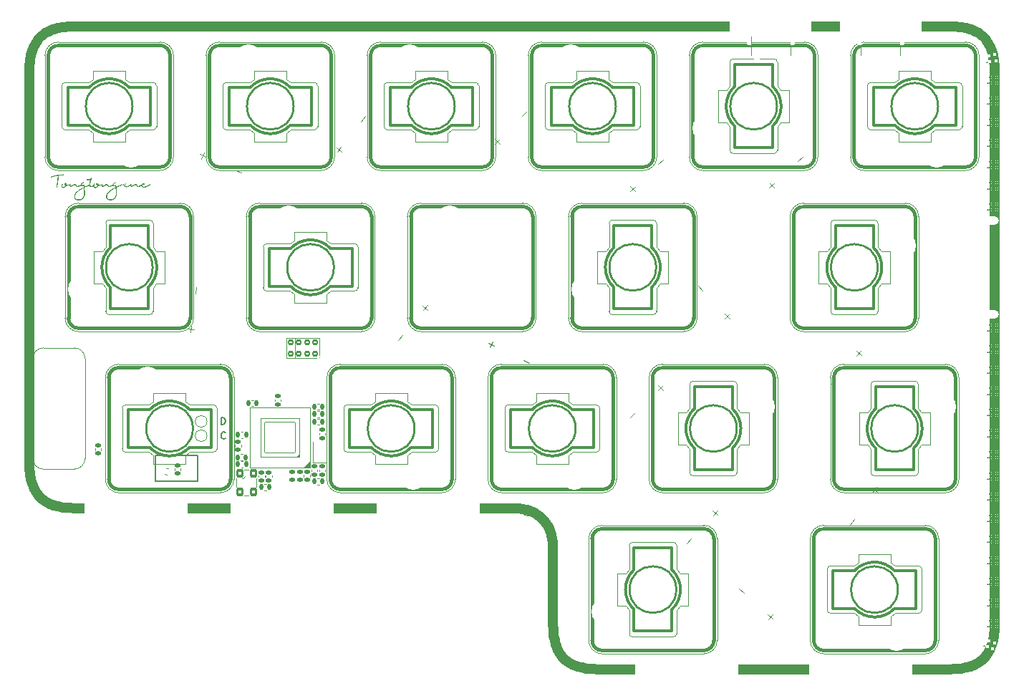
<source format=gto>
G04 #@! TF.GenerationSoftware,KiCad,Pcbnew,(6.0.11-0)*
G04 #@! TF.CreationDate,2023-02-16T18:45:00+08:00*
G04 #@! TF.ProjectId,Left,4c656674-2e6b-4696-9361-645f70636258,rev?*
G04 #@! TF.SameCoordinates,Original*
G04 #@! TF.FileFunction,Legend,Top*
G04 #@! TF.FilePolarity,Positive*
%FSLAX46Y46*%
G04 Gerber Fmt 4.6, Leading zero omitted, Abs format (unit mm)*
G04 Created by KiCad (PCBNEW (6.0.11-0)) date 2023-02-16 18:45:00*
%MOMM*%
%LPD*%
G01*
G04 APERTURE LIST*
G04 Aperture macros list*
%AMRoundRect*
0 Rectangle with rounded corners*
0 $1 Rounding radius*
0 $2 $3 $4 $5 $6 $7 $8 $9 X,Y pos of 4 corners*
0 Add a 4 corners polygon primitive as box body*
4,1,4,$2,$3,$4,$5,$6,$7,$8,$9,$2,$3,0*
0 Add four circle primitives for the rounded corners*
1,1,$1+$1,$2,$3*
1,1,$1+$1,$4,$5*
1,1,$1+$1,$6,$7*
1,1,$1+$1,$8,$9*
0 Add four rect primitives between the rounded corners*
20,1,$1+$1,$2,$3,$4,$5,0*
20,1,$1+$1,$4,$5,$6,$7,0*
20,1,$1+$1,$6,$7,$8,$9,0*
20,1,$1+$1,$8,$9,$2,$3,0*%
%AMFreePoly0*
4,1,13,-0.250000,0.375000,-0.240485,0.422835,-0.213388,0.463388,-0.172835,0.490485,-0.125000,0.500000,0.250000,0.500000,0.250000,-0.500000,-0.125000,-0.500000,-0.172835,-0.490485,-0.213388,-0.463388,-0.240485,-0.422835,-0.250000,-0.375000,-0.250000,0.375000,-0.250000,0.375000,$1*%
%AMFreePoly1*
4,1,13,-0.300000,0.150000,-0.288582,0.207403,-0.256066,0.256066,-0.207403,0.288582,-0.150000,0.300000,0.300000,0.300000,0.300000,-0.300000,-0.150000,-0.300000,-0.207403,-0.288582,-0.256066,-0.256066,-0.288582,-0.207403,-0.300000,-0.150000,-0.300000,0.150000,-0.300000,0.150000,$1*%
G04 Aperture macros list end*
%ADD10C,1.200000*%
%ADD11C,0.038100*%
%ADD12C,0.030000*%
%ADD13C,0.000000*%
%ADD14C,0.150000*%
%ADD15C,0.057210*%
%ADD16C,0.120000*%
%ADD17C,0.200000*%
%ADD18C,0.400000*%
%ADD19C,0.300000*%
%ADD20C,0.250000*%
%ADD21C,0.010000*%
%ADD22C,0.100000*%
%ADD23C,0.350000*%
%ADD24RoundRect,0.140000X-0.140000X-0.170000X0.140000X-0.170000X0.140000X0.170000X-0.140000X0.170000X0*%
%ADD25RoundRect,0.087500X-0.087500X-0.087500X0.087500X-0.087500X0.087500X0.087500X-0.087500X0.087500X0*%
%ADD26C,5.100000*%
%ADD27C,3.050000*%
%ADD28RoundRect,0.147500X0.079606X0.212545X-0.197603X0.111649X-0.079606X-0.212545X0.197603X-0.111649X0*%
%ADD29FreePoly0,180.000000*%
%ADD30FreePoly1,90.000000*%
%ADD31FreePoly0,0.000000*%
%ADD32R,1.100000X0.600000*%
%ADD33RoundRect,0.140000X-0.170000X0.140000X-0.170000X-0.140000X0.170000X-0.140000X0.170000X0.140000X0*%
%ADD34RoundRect,0.150000X-0.300000X0.350000X-0.300000X-0.350000X0.300000X-0.350000X0.300000X0.350000X0*%
%ADD35C,0.290000*%
%ADD36RoundRect,0.020000X-1.800000X-1.800000X1.800000X-1.800000X1.800000X1.800000X-1.800000X1.800000X0*%
%ADD37RoundRect,0.140000X0.140000X0.170000X-0.140000X0.170000X-0.140000X-0.170000X0.140000X-0.170000X0*%
%ADD38RoundRect,0.140000X0.170000X-0.140000X0.170000X0.140000X-0.170000X0.140000X-0.170000X-0.140000X0*%
%ADD39RoundRect,0.090000X-0.270000X0.210000X-0.270000X-0.210000X0.270000X-0.210000X0.270000X0.210000X0*%
%ADD40C,1.000000*%
%ADD41RoundRect,0.087500X-0.110256X-0.056178X0.056178X-0.110256X0.110256X0.056178X-0.056178X0.110256X0*%
%ADD42RoundRect,0.135000X0.175745X0.146845X-0.086234X0.212164X-0.175745X-0.146845X0.086234X-0.212164X0*%
%ADD43RoundRect,0.147500X-0.172500X0.147500X-0.172500X-0.147500X0.172500X-0.147500X0.172500X0.147500X0*%
%ADD44RoundRect,0.087500X-0.070976X-0.101365X0.101365X-0.070976X0.070976X0.101365X-0.101365X0.070976X0*%
%ADD45RoundRect,0.147500X0.172500X-0.147500X0.172500X0.147500X-0.172500X0.147500X-0.172500X-0.147500X0*%
%ADD46O,2.200000X1.000000*%
%ADD47O,1.800000X1.000000*%
G04 APERTURE END LIST*
D10*
X156512500Y-129563524D02*
X156512500Y-138205025D01*
X96878671Y-68170756D02*
X96455711Y-68407809D01*
X97478269Y-67938631D02*
X97410076Y-67961688D01*
X95751546Y-123186220D02*
X95802372Y-123237186D01*
X156380167Y-128101909D02*
X156424361Y-128339166D01*
X94925101Y-70491803D02*
X94790866Y-71019945D01*
D11*
X153073432Y-125333850D02*
X153112819Y-125343630D01*
X153152000Y-125353644D01*
X153190973Y-125363893D01*
X153229738Y-125374377D01*
X153268295Y-125385096D01*
X153306644Y-125396050D01*
X153344785Y-125407240D01*
X153382718Y-125418666D01*
X153420443Y-125430329D01*
X153457959Y-125442228D01*
X153482855Y-125450293D01*
D10*
X207633304Y-142141118D02*
X207905671Y-141757813D01*
X94974478Y-70345786D02*
X94948157Y-70423614D01*
X208142725Y-141334851D02*
X208199826Y-141205815D01*
X157943638Y-142510036D02*
X157984884Y-142546861D01*
X156020675Y-126970470D02*
X156135709Y-127243312D01*
X97478287Y-124238433D02*
X98006420Y-124372667D01*
X204046933Y-67634928D02*
X203291451Y-67613524D01*
X208633462Y-139465837D02*
X208678542Y-138960507D01*
X95751551Y-68990837D02*
X95703495Y-69044656D01*
X208374863Y-140735215D02*
X208509084Y-140207110D01*
D12*
X101168995Y-118688523D02*
X101168993Y-106862526D01*
D10*
X95864258Y-123299254D02*
X95926337Y-123361146D01*
X94974477Y-121831258D02*
X95100128Y-122155818D01*
X152562119Y-124627277D02*
X152736858Y-124651663D01*
X155712691Y-126422036D02*
X155757913Y-126489995D01*
X160660173Y-143547041D02*
X161165515Y-143592120D01*
X158368212Y-142819242D02*
X158791169Y-143056292D01*
X156135709Y-127243312D02*
X156194146Y-127400263D01*
X100008498Y-67613524D02*
X99253014Y-67634930D01*
X95100125Y-70021237D02*
X94974478Y-70345786D01*
X98566829Y-67701977D02*
X98006420Y-67804394D01*
X157616011Y-142182410D02*
X157664045Y-142236202D01*
X156533908Y-138960511D02*
X156578998Y-139465860D01*
X94790866Y-71019945D02*
X94688450Y-71580365D01*
X204733123Y-67701975D02*
X204646881Y-67691503D01*
X155011991Y-125626529D02*
X155135941Y-125738437D01*
X96455711Y-68407809D02*
X96072371Y-68680202D01*
G36*
X101069953Y-123963524D02*
G01*
X100091952Y-123963524D01*
X100091952Y-125163524D01*
X101069953Y-125163524D01*
X101069953Y-123963524D01*
G37*
X207497561Y-68939850D02*
X207435684Y-68877789D01*
X208699949Y-73022022D02*
X208678545Y-72266540D01*
X207268826Y-142510021D02*
X207322626Y-142461980D01*
X156484592Y-128843847D02*
X156498661Y-129021368D01*
X205821668Y-67938625D02*
X205293528Y-67804390D01*
X156512500Y-138205025D02*
X156533908Y-138960511D01*
X207497561Y-142287199D02*
X207548388Y-142236224D01*
X154653988Y-125363333D02*
X154805998Y-125468491D01*
G36*
X151454955Y-123963524D02*
G01*
X147825956Y-123963524D01*
X147825956Y-125163524D01*
X151454955Y-125163524D01*
X151454955Y-123963524D01*
G37*
X94600000Y-73022021D02*
X94600000Y-119155026D01*
X156448747Y-128513905D02*
X156484592Y-128843847D01*
X154105554Y-125055349D02*
X154253933Y-125125713D01*
X156886982Y-140881272D02*
X157012631Y-141205812D01*
D13*
G36*
X99890451Y-87693524D02*
G01*
X99891200Y-87676411D01*
X99892440Y-87659294D01*
X99894162Y-87642189D01*
X99896359Y-87625107D01*
X99899022Y-87608063D01*
X99902144Y-87591070D01*
X99905716Y-87574141D01*
X99909731Y-87557291D01*
X99914181Y-87540531D01*
X99919058Y-87523877D01*
X99924354Y-87507342D01*
X99930061Y-87490938D01*
X99936172Y-87474680D01*
X99942677Y-87458581D01*
X99949571Y-87442654D01*
X99965331Y-87409404D01*
X99982550Y-87377133D01*
X100001138Y-87345802D01*
X100021006Y-87315372D01*
X100042065Y-87285803D01*
X100064225Y-87257056D01*
X100087397Y-87229092D01*
X100111492Y-87201870D01*
X100136421Y-87175351D01*
X100162093Y-87149496D01*
X100188421Y-87124265D01*
X100215314Y-87099620D01*
X100242684Y-87075519D01*
X100270441Y-87051924D01*
X100326759Y-87006094D01*
X100394869Y-86953529D01*
X100464156Y-86902512D01*
X100534574Y-86853042D01*
X100606078Y-86805120D01*
X100678625Y-86758745D01*
X100752171Y-86713918D01*
X100826669Y-86670638D01*
X100902076Y-86628906D01*
X101001448Y-86579376D01*
X100991606Y-86500000D01*
X100986184Y-86502421D01*
X100980752Y-86504686D01*
X100975307Y-86506795D01*
X100969847Y-86508748D01*
X100964368Y-86510544D01*
X100958868Y-86512185D01*
X100953343Y-86513669D01*
X100947792Y-86514996D01*
X100942211Y-86516168D01*
X100936597Y-86517183D01*
X100930949Y-86518042D01*
X100925262Y-86518745D01*
X100919534Y-86519292D01*
X100913762Y-86519683D01*
X100907944Y-86519917D01*
X100902076Y-86519995D01*
X100895311Y-86519860D01*
X100888589Y-86519457D01*
X100881915Y-86518789D01*
X100875292Y-86517861D01*
X100868722Y-86516676D01*
X100862210Y-86515238D01*
X100855758Y-86513550D01*
X100849369Y-86511616D01*
X100843048Y-86509440D01*
X100836797Y-86507026D01*
X100830619Y-86504376D01*
X100824518Y-86501495D01*
X100812560Y-86495053D01*
X100800947Y-86487731D01*
X100789707Y-86479556D01*
X100778864Y-86470559D01*
X100768446Y-86460768D01*
X100758478Y-86450213D01*
X100748987Y-86438924D01*
X100739997Y-86426929D01*
X100731537Y-86414258D01*
X100723631Y-86400940D01*
X100625613Y-86453999D01*
X100575633Y-86480054D01*
X100525036Y-86504918D01*
X100473843Y-86527937D01*
X100448031Y-86538550D01*
X100422078Y-86548456D01*
X100395987Y-86557573D01*
X100369762Y-86565821D01*
X100343404Y-86573116D01*
X100316917Y-86579376D01*
X100282150Y-86586121D01*
X100273681Y-86587490D01*
X100265122Y-86588569D01*
X100260782Y-86588974D01*
X100256386Y-86589276D01*
X100251923Y-86589464D01*
X100247383Y-86589529D01*
X100235711Y-86589308D01*
X100229883Y-86589017D01*
X100224070Y-86588593D01*
X100218278Y-86588025D01*
X100212517Y-86587304D01*
X100206792Y-86586421D01*
X100201112Y-86585365D01*
X100195484Y-86584127D01*
X100189915Y-86582696D01*
X100184413Y-86581064D01*
X100178985Y-86579221D01*
X100173639Y-86577156D01*
X100168382Y-86574859D01*
X100163221Y-86572322D01*
X100158165Y-86569534D01*
X100150903Y-86564511D01*
X100144095Y-86559052D01*
X100137708Y-86553192D01*
X100131706Y-86546968D01*
X100126054Y-86540416D01*
X100120719Y-86533571D01*
X100115665Y-86526470D01*
X100110858Y-86519149D01*
X100101845Y-86503991D01*
X100093403Y-86488384D01*
X100077123Y-86456979D01*
X100068732Y-86441758D01*
X100059802Y-86427241D01*
X100055049Y-86420338D01*
X100050058Y-86413718D01*
X100044794Y-86407419D01*
X100039223Y-86401477D01*
X100033309Y-86395927D01*
X100027018Y-86390805D01*
X100020315Y-86386149D01*
X100013167Y-86381992D01*
X100005537Y-86378373D01*
X99997392Y-86375326D01*
X99988697Y-86372887D01*
X99979417Y-86371094D01*
X99949571Y-86371094D01*
X99938037Y-86371419D01*
X99926649Y-86372369D01*
X99915403Y-86373908D01*
X99904298Y-86375999D01*
X99893331Y-86378606D01*
X99882498Y-86381691D01*
X99871797Y-86385217D01*
X99861226Y-86389149D01*
X99850781Y-86393449D01*
X99840460Y-86398081D01*
X99830259Y-86403007D01*
X99820177Y-86408192D01*
X99810211Y-86413598D01*
X99800357Y-86419189D01*
X99780976Y-86430777D01*
X99746075Y-86452907D01*
X99709823Y-86475298D01*
X99672388Y-86496959D01*
X99653279Y-86507206D01*
X99633937Y-86516901D01*
X99614383Y-86525918D01*
X99594638Y-86534134D01*
X99574722Y-86541425D01*
X99554658Y-86547668D01*
X99534464Y-86552739D01*
X99514163Y-86556514D01*
X99493776Y-86558870D01*
X99473323Y-86559683D01*
X99465269Y-86559496D01*
X99457308Y-86558939D01*
X99449450Y-86558020D01*
X99441706Y-86556749D01*
X99434087Y-86555132D01*
X99426603Y-86553178D01*
X99419265Y-86550896D01*
X99412084Y-86548293D01*
X99405070Y-86545377D01*
X99398234Y-86542157D01*
X99391588Y-86538641D01*
X99385140Y-86534837D01*
X99378903Y-86530752D01*
X99372887Y-86526396D01*
X99367103Y-86521776D01*
X99361561Y-86516901D01*
X99356272Y-86511778D01*
X99351246Y-86506416D01*
X99346495Y-86500822D01*
X99342029Y-86495006D01*
X99337859Y-86488975D01*
X99333996Y-86482737D01*
X99330449Y-86476301D01*
X99327231Y-86469674D01*
X99324351Y-86462865D01*
X99321820Y-86455882D01*
X99319649Y-86448733D01*
X99317849Y-86441426D01*
X99316431Y-86433969D01*
X99315404Y-86426371D01*
X99314780Y-86418639D01*
X99314570Y-86410782D01*
X99277104Y-86418504D01*
X99238911Y-86425824D01*
X99200220Y-86432549D01*
X99161256Y-86438485D01*
X99122248Y-86443438D01*
X99083422Y-86447216D01*
X99045006Y-86449624D01*
X99007228Y-86450470D01*
X98967540Y-86450470D01*
X98954518Y-86474240D01*
X98939703Y-86497917D01*
X98923213Y-86521300D01*
X98905166Y-86544193D01*
X98885681Y-86566396D01*
X98864877Y-86587710D01*
X98842872Y-86607937D01*
X98819785Y-86626878D01*
X98795734Y-86644335D01*
X98770838Y-86660109D01*
X98745215Y-86674001D01*
X98718985Y-86685813D01*
X98705679Y-86690876D01*
X98692265Y-86695345D01*
X98678759Y-86699195D01*
X98665175Y-86702400D01*
X98651527Y-86704936D01*
X98637832Y-86706779D01*
X98624103Y-86707902D01*
X98610356Y-86708282D01*
X98604453Y-86708208D01*
X98598427Y-86707983D01*
X98592295Y-86707608D01*
X98586075Y-86707081D01*
X98579785Y-86706402D01*
X98573441Y-86705569D01*
X98567062Y-86704581D01*
X98560665Y-86703438D01*
X98554269Y-86702139D01*
X98547890Y-86700682D01*
X98541546Y-86699068D01*
X98535256Y-86697294D01*
X98529035Y-86695360D01*
X98522904Y-86693265D01*
X98516878Y-86691009D01*
X98510975Y-86688589D01*
X98495901Y-86681343D01*
X98481527Y-86672986D01*
X98467867Y-86663592D01*
X98454937Y-86653234D01*
X98442751Y-86641984D01*
X98431324Y-86629917D01*
X98420671Y-86617104D01*
X98410806Y-86603619D01*
X98401746Y-86589536D01*
X98393503Y-86574926D01*
X98386095Y-86559863D01*
X98379535Y-86544420D01*
X98373837Y-86528670D01*
X98369018Y-86512685D01*
X98365092Y-86496540D01*
X98362074Y-86480307D01*
X98362074Y-86440628D01*
X98362469Y-86424514D01*
X98363642Y-86408669D01*
X98365575Y-86393089D01*
X98368250Y-86377770D01*
X98371649Y-86362705D01*
X98375753Y-86347889D01*
X98380545Y-86333318D01*
X98386006Y-86318986D01*
X98392117Y-86304889D01*
X98398862Y-86291021D01*
X98406221Y-86277377D01*
X98414177Y-86263952D01*
X98422712Y-86250741D01*
X98431806Y-86237739D01*
X98441443Y-86224941D01*
X98451603Y-86212341D01*
X98453734Y-86209923D01*
X98455953Y-86207668D01*
X98458251Y-86205575D01*
X98460619Y-86203642D01*
X98463048Y-86201869D01*
X98465530Y-86200255D01*
X98468056Y-86198799D01*
X98470616Y-86197501D01*
X98473203Y-86196358D01*
X98475806Y-86195371D01*
X98478418Y-86194538D01*
X98481029Y-86193859D01*
X98483631Y-86193332D01*
X98486215Y-86192956D01*
X98488771Y-86192732D01*
X98491291Y-86192657D01*
X98494004Y-86192728D01*
X98496720Y-86192993D01*
X98499433Y-86193447D01*
X98502138Y-86194084D01*
X98504829Y-86194897D01*
X98507500Y-86195882D01*
X98510145Y-86197032D01*
X98512758Y-86198340D01*
X98515333Y-86199802D01*
X98517865Y-86201410D01*
X98520348Y-86203160D01*
X98522775Y-86205044D01*
X98527439Y-86209195D01*
X98531813Y-86213813D01*
X98535847Y-86218852D01*
X98539496Y-86224263D01*
X98542713Y-86229999D01*
X98544144Y-86232974D01*
X98545450Y-86236011D01*
X98546624Y-86239106D01*
X98547660Y-86242253D01*
X98548553Y-86245444D01*
X98549297Y-86248675D01*
X98549886Y-86251939D01*
X98550314Y-86255231D01*
X98550575Y-86258543D01*
X98550663Y-86261871D01*
X98550638Y-86262897D01*
X98550564Y-86263892D01*
X98550442Y-86264858D01*
X98550273Y-86265798D01*
X98550059Y-86266715D01*
X98549799Y-86267611D01*
X98549496Y-86268488D01*
X98549151Y-86269349D01*
X98548764Y-86270197D01*
X98548337Y-86271034D01*
X98547366Y-86272684D01*
X98546247Y-86274321D01*
X98544989Y-86275964D01*
X98530979Y-86291718D01*
X98524930Y-86299397D01*
X98519281Y-86307415D01*
X98514030Y-86315745D01*
X98509177Y-86324361D01*
X98504721Y-86333238D01*
X98500659Y-86342349D01*
X98496991Y-86351669D01*
X98493714Y-86361171D01*
X98490828Y-86370829D01*
X98488332Y-86380617D01*
X98486223Y-86390510D01*
X98484501Y-86400481D01*
X98483164Y-86410504D01*
X98482210Y-86420554D01*
X98481639Y-86430604D01*
X98481449Y-86440628D01*
X98481397Y-86443577D01*
X98481254Y-86446584D01*
X98480780Y-86452741D01*
X98479664Y-86465390D01*
X98479472Y-86468573D01*
X98479357Y-86471748D01*
X98479340Y-86474907D01*
X98479441Y-86478040D01*
X98479682Y-86481141D01*
X98480083Y-86484199D01*
X98480665Y-86487208D01*
X98481449Y-86490158D01*
X98485559Y-86500797D01*
X98490362Y-86511019D01*
X98495822Y-86520787D01*
X98501904Y-86530064D01*
X98508572Y-86538812D01*
X98515790Y-86546995D01*
X98523523Y-86554575D01*
X98531734Y-86561514D01*
X98540388Y-86567777D01*
X98549448Y-86573325D01*
X98558880Y-86578121D01*
X98568648Y-86582129D01*
X98573646Y-86583826D01*
X98578715Y-86585311D01*
X98583850Y-86586581D01*
X98589046Y-86587630D01*
X98594299Y-86588454D01*
X98599605Y-86589048D01*
X98604958Y-86589408D01*
X98610356Y-86589529D01*
X98630040Y-86579376D01*
X98646239Y-86575997D01*
X98662305Y-86571714D01*
X98678193Y-86566550D01*
X98693860Y-86560532D01*
X98709261Y-86553685D01*
X98724352Y-86546033D01*
X98739088Y-86537601D01*
X98753426Y-86528416D01*
X98767321Y-86518500D01*
X98780730Y-86507881D01*
X98793606Y-86496582D01*
X98805908Y-86484629D01*
X98817590Y-86472047D01*
X98828608Y-86458861D01*
X98838918Y-86445096D01*
X98848475Y-86430777D01*
X98842701Y-86428126D01*
X98837044Y-86425296D01*
X98831503Y-86422295D01*
X98826074Y-86419130D01*
X98820757Y-86415809D01*
X98815550Y-86412339D01*
X98810450Y-86408728D01*
X98805457Y-86404983D01*
X98800567Y-86401112D01*
X98795780Y-86397121D01*
X98791093Y-86393019D01*
X98786505Y-86388812D01*
X98782013Y-86384509D01*
X98777616Y-86380117D01*
X98773312Y-86375642D01*
X98769099Y-86371094D01*
X98762937Y-86364385D01*
X98756966Y-86357592D01*
X98751216Y-86350711D01*
X98745714Y-86343740D01*
X98740490Y-86336676D01*
X98735570Y-86329517D01*
X98730984Y-86322258D01*
X98726760Y-86314899D01*
X98722927Y-86307435D01*
X98719513Y-86299863D01*
X98716546Y-86292182D01*
X98714055Y-86284388D01*
X98712068Y-86276479D01*
X98710613Y-86268451D01*
X98709720Y-86260302D01*
X98709416Y-86252029D01*
X98709630Y-86244551D01*
X98710268Y-86237126D01*
X98711320Y-86229760D01*
X98712779Y-86222461D01*
X98714636Y-86215237D01*
X98716882Y-86208094D01*
X98719510Y-86201042D01*
X98722511Y-86194086D01*
X98725877Y-86187234D01*
X98729599Y-86180494D01*
X98733669Y-86173873D01*
X98738078Y-86167379D01*
X98742819Y-86161019D01*
X98747883Y-86154800D01*
X98753261Y-86148730D01*
X98758946Y-86142816D01*
X98764457Y-86137974D01*
X98770144Y-86133451D01*
X98775989Y-86129247D01*
X98781975Y-86125360D01*
X98788083Y-86121790D01*
X98794296Y-86118535D01*
X98800597Y-86115594D01*
X98806967Y-86112968D01*
X98813390Y-86110654D01*
X98819847Y-86108651D01*
X98826321Y-86106960D01*
X98832795Y-86105578D01*
X98839249Y-86104504D01*
X98845668Y-86103739D01*
X98852033Y-86103281D01*
X98858326Y-86103128D01*
X98867062Y-86103396D01*
X98875748Y-86104201D01*
X98884360Y-86105545D01*
X98892869Y-86107428D01*
X98901249Y-86109852D01*
X98909475Y-86112820D01*
X98917519Y-86116331D01*
X98921465Y-86118291D01*
X98925355Y-86120388D01*
X98929187Y-86122621D01*
X98932957Y-86124992D01*
X98936662Y-86127499D01*
X98940298Y-86130144D01*
X98943863Y-86132926D01*
X98947352Y-86135846D01*
X98950763Y-86138904D01*
X98954091Y-86142099D01*
X98957335Y-86145433D01*
X98960491Y-86148905D01*
X98963554Y-86152516D01*
X98966523Y-86156265D01*
X98969393Y-86160154D01*
X98972162Y-86164181D01*
X98974826Y-86168347D01*
X98977381Y-86172653D01*
X98981013Y-86179386D01*
X98984407Y-86186247D01*
X98987564Y-86193227D01*
X98990484Y-86200321D01*
X98993168Y-86207520D01*
X98995616Y-86214819D01*
X98997828Y-86222210D01*
X98999806Y-86229686D01*
X99001549Y-86237240D01*
X99003059Y-86244865D01*
X99004334Y-86252555D01*
X99005377Y-86260301D01*
X99006188Y-86268097D01*
X99006766Y-86275937D01*
X99007112Y-86283813D01*
X99007228Y-86291718D01*
X99007228Y-86341248D01*
X99008042Y-86341024D01*
X99008818Y-86340770D01*
X99009557Y-86340490D01*
X99010264Y-86340186D01*
X99010939Y-86339859D01*
X99011587Y-86339513D01*
X99012209Y-86339150D01*
X99012808Y-86338771D01*
X99013946Y-86337979D01*
X99015023Y-86337156D01*
X99017074Y-86335492D01*
X99018090Y-86334690D01*
X99019125Y-86333933D01*
X99019657Y-86333577D01*
X99020202Y-86333240D01*
X99020763Y-86332924D01*
X99021341Y-86332631D01*
X99021940Y-86332363D01*
X99022561Y-86332123D01*
X99023209Y-86331914D01*
X99023884Y-86331737D01*
X99024591Y-86331596D01*
X99025331Y-86331492D01*
X99026106Y-86331428D01*
X99026921Y-86331406D01*
X99067875Y-86328912D01*
X99109010Y-86324915D01*
X99150234Y-86319640D01*
X99191459Y-86313308D01*
X99232595Y-86306143D01*
X99273552Y-86298367D01*
X99354570Y-86281876D01*
X99354651Y-86281577D01*
X99354714Y-86281274D01*
X99354761Y-86280969D01*
X99354794Y-86280660D01*
X99354818Y-86280036D01*
X99354797Y-86279403D01*
X99354741Y-86278765D01*
X99354659Y-86278123D01*
X99354456Y-86276838D01*
X99354268Y-86275568D01*
X99354203Y-86274944D01*
X99354172Y-86274331D01*
X99354183Y-86273731D01*
X99354207Y-86273437D01*
X99354246Y-86273147D01*
X99354301Y-86272861D01*
X99354372Y-86272580D01*
X99354461Y-86272304D01*
X99354570Y-86272034D01*
X99356324Y-86266823D01*
X99358250Y-86262019D01*
X99359278Y-86259767D01*
X99360350Y-86257613D01*
X99361466Y-86255556D01*
X99362625Y-86253594D01*
X99363829Y-86251727D01*
X99365077Y-86249953D01*
X99366369Y-86248271D01*
X99367706Y-86246680D01*
X99369088Y-86245178D01*
X99370515Y-86243765D01*
X99371987Y-86242439D01*
X99373505Y-86241199D01*
X99375068Y-86240043D01*
X99376677Y-86238971D01*
X99378331Y-86237981D01*
X99380032Y-86237072D01*
X99381779Y-86236243D01*
X99383573Y-86235492D01*
X99385413Y-86234818D01*
X99387299Y-86234221D01*
X99389233Y-86233698D01*
X99391214Y-86233250D01*
X99395318Y-86232568D01*
X99399613Y-86232166D01*
X99404100Y-86232034D01*
X99406812Y-86232089D01*
X99409528Y-86232252D01*
X99412242Y-86232523D01*
X99414947Y-86232900D01*
X99417638Y-86233381D01*
X99420309Y-86233967D01*
X99422954Y-86234656D01*
X99425568Y-86235446D01*
X99428143Y-86236336D01*
X99430675Y-86237326D01*
X99433158Y-86238414D01*
X99435586Y-86239599D01*
X99437952Y-86240880D01*
X99440251Y-86242255D01*
X99442478Y-86243724D01*
X99444625Y-86245285D01*
X99446688Y-86246938D01*
X99448661Y-86248680D01*
X99450537Y-86250511D01*
X99452311Y-86252430D01*
X99453976Y-86254436D01*
X99455528Y-86256527D01*
X99456960Y-86258702D01*
X99458266Y-86260960D01*
X99459440Y-86263300D01*
X99460477Y-86265720D01*
X99461370Y-86268221D01*
X99462114Y-86270799D01*
X99462703Y-86273456D01*
X99463131Y-86276188D01*
X99463392Y-86278995D01*
X99463481Y-86281876D01*
X99461683Y-86289793D01*
X99459657Y-86297714D01*
X99455112Y-86313579D01*
X99445376Y-86345491D01*
X99440944Y-86361591D01*
X99439004Y-86369689D01*
X99437309Y-86377822D01*
X99435909Y-86385995D01*
X99434850Y-86394210D01*
X99434180Y-86402472D01*
X99433946Y-86410782D01*
X99434804Y-86416354D01*
X99435730Y-86421419D01*
X99436756Y-86425997D01*
X99437912Y-86430107D01*
X99438549Y-86431994D01*
X99439230Y-86433772D01*
X99439960Y-86435443D01*
X99440742Y-86437011D01*
X99441579Y-86438477D01*
X99442477Y-86439844D01*
X99443438Y-86441115D01*
X99444467Y-86442292D01*
X99445568Y-86443378D01*
X99446745Y-86444376D01*
X99448000Y-86445287D01*
X99449339Y-86446115D01*
X99450765Y-86446862D01*
X99452283Y-86447531D01*
X99453895Y-86448124D01*
X99455606Y-86448643D01*
X99457420Y-86449092D01*
X99459341Y-86449473D01*
X99461372Y-86449788D01*
X99463517Y-86450041D01*
X99468168Y-86450366D01*
X99473323Y-86450470D01*
X99476352Y-86450384D01*
X99479475Y-86450138D01*
X99482675Y-86449752D01*
X99485933Y-86449245D01*
X99489232Y-86448635D01*
X99492554Y-86447943D01*
X99499198Y-86446383D01*
X99511985Y-86443104D01*
X99517846Y-86441690D01*
X99520582Y-86441105D01*
X99523164Y-86440628D01*
X99538470Y-86436005D01*
X99553562Y-86430529D01*
X99568455Y-86424284D01*
X99583167Y-86417354D01*
X99597713Y-86409824D01*
X99612110Y-86401776D01*
X99626374Y-86393296D01*
X99640521Y-86384468D01*
X99668530Y-86366105D01*
X99696268Y-86347358D01*
X99723865Y-86328902D01*
X99751451Y-86311411D01*
X99762788Y-86304933D01*
X99774290Y-86298736D01*
X99785952Y-86292838D01*
X99797768Y-86287258D01*
X99809732Y-86282015D01*
X99821840Y-86277128D01*
X99834086Y-86272616D01*
X99846463Y-86268499D01*
X99858967Y-86264794D01*
X99871592Y-86261522D01*
X99884332Y-86258701D01*
X99897182Y-86256350D01*
X99910137Y-86254488D01*
X99923190Y-86253135D01*
X99936337Y-86252309D01*
X99949571Y-86252029D01*
X99960363Y-86252171D01*
X99971067Y-86252608D01*
X99981677Y-86253362D01*
X99992188Y-86254455D01*
X100002593Y-86255907D01*
X100012886Y-86257738D01*
X100023061Y-86259971D01*
X100033112Y-86262625D01*
X100043032Y-86265723D01*
X100052817Y-86269284D01*
X100062459Y-86273329D01*
X100071953Y-86277880D01*
X100081292Y-86282958D01*
X100090471Y-86288583D01*
X100099484Y-86294777D01*
X100108323Y-86301559D01*
X100117233Y-86309729D01*
X100125562Y-86318377D01*
X100133395Y-86327468D01*
X100140815Y-86336969D01*
X100147903Y-86346843D01*
X100154742Y-86357055D01*
X100168008Y-86378358D01*
X100195202Y-86423497D01*
X100202622Y-86435106D01*
X100210457Y-86446775D01*
X100218788Y-86458469D01*
X100227699Y-86470154D01*
X100237541Y-86470154D01*
X100258829Y-86469115D01*
X100281735Y-86466100D01*
X100306083Y-86461261D01*
X100331698Y-86454750D01*
X100358405Y-86446720D01*
X100386029Y-86437321D01*
X100414393Y-86426707D01*
X100443324Y-86415029D01*
X100502181Y-86389090D01*
X100561198Y-86360721D01*
X100618972Y-86331139D01*
X100674101Y-86301559D01*
X100674400Y-86301395D01*
X100674703Y-86301260D01*
X100675010Y-86301150D01*
X100675319Y-86301065D01*
X100675630Y-86301003D01*
X100675944Y-86300961D01*
X100676260Y-86300939D01*
X100676577Y-86300935D01*
X100676896Y-86300946D01*
X100677216Y-86300972D01*
X100677858Y-86301058D01*
X100678501Y-86301180D01*
X100679143Y-86301323D01*
X100680413Y-86301617D01*
X100681037Y-86301740D01*
X100681650Y-86301829D01*
X100681952Y-86301856D01*
X100682251Y-86301869D01*
X100682546Y-86301866D01*
X100682836Y-86301847D01*
X100683122Y-86301808D01*
X100683404Y-86301748D01*
X100683681Y-86301666D01*
X100683952Y-86301559D01*
X100683952Y-86291718D01*
X100684342Y-86278056D01*
X100685498Y-86264584D01*
X100687398Y-86251317D01*
X100690022Y-86238271D01*
X100693349Y-86225460D01*
X100697357Y-86212900D01*
X100702025Y-86200605D01*
X100707332Y-86188591D01*
X100713258Y-86176872D01*
X100719780Y-86165465D01*
X100726879Y-86154383D01*
X100734532Y-86143643D01*
X100742719Y-86133259D01*
X100751418Y-86123247D01*
X100760609Y-86113621D01*
X100770270Y-86104396D01*
X100780381Y-86095588D01*
X100790919Y-86087212D01*
X100801865Y-86079283D01*
X100813197Y-86071816D01*
X100824893Y-86064826D01*
X100836934Y-86058329D01*
X100849297Y-86052339D01*
X100861961Y-86046871D01*
X100874906Y-86041941D01*
X100888111Y-86037563D01*
X100901553Y-86033754D01*
X100915213Y-86030527D01*
X100929069Y-86027898D01*
X100943100Y-86025883D01*
X100957284Y-86024496D01*
X100971601Y-86023752D01*
X100981452Y-86023752D01*
X100984751Y-86023841D01*
X100987923Y-86024105D01*
X100990970Y-86024537D01*
X100993893Y-86025131D01*
X100996693Y-86025882D01*
X100999372Y-86026784D01*
X101001932Y-86027830D01*
X101004373Y-86029014D01*
X101006698Y-86030331D01*
X101008907Y-86031775D01*
X101011003Y-86033339D01*
X101012986Y-86035017D01*
X101014858Y-86036805D01*
X101016621Y-86038695D01*
X101018276Y-86040681D01*
X101019825Y-86042758D01*
X101021268Y-86044920D01*
X101022607Y-86047160D01*
X101023845Y-86049473D01*
X101024982Y-86051853D01*
X101026959Y-86056789D01*
X101028550Y-86061920D01*
X101029768Y-86067198D01*
X101030623Y-86072575D01*
X101031128Y-86078003D01*
X101031294Y-86083435D01*
X101031230Y-86086141D01*
X101031039Y-86088839D01*
X101030721Y-86091524D01*
X101030279Y-86094191D01*
X101029712Y-86096835D01*
X101029023Y-86099453D01*
X101028212Y-86102039D01*
X101027280Y-86104589D01*
X101026229Y-86107098D01*
X101025059Y-86109561D01*
X101023772Y-86111974D01*
X101022369Y-86114332D01*
X101020851Y-86116631D01*
X101019219Y-86118865D01*
X101017474Y-86121031D01*
X101015617Y-86123123D01*
X101013649Y-86125137D01*
X101011572Y-86127069D01*
X101009386Y-86128913D01*
X101007093Y-86130664D01*
X101004693Y-86132320D01*
X101002189Y-86133874D01*
X100999580Y-86135321D01*
X100996868Y-86136659D01*
X100994055Y-86137881D01*
X100991141Y-86138983D01*
X100988127Y-86139960D01*
X100985014Y-86140808D01*
X100981805Y-86141523D01*
X100978498Y-86142099D01*
X100975097Y-86142531D01*
X100971601Y-86142816D01*
X100963491Y-86143382D01*
X100955423Y-86144243D01*
X100947411Y-86145398D01*
X100939470Y-86146843D01*
X100931613Y-86148574D01*
X100923854Y-86150588D01*
X100916209Y-86152883D01*
X100908690Y-86155454D01*
X100901312Y-86158299D01*
X100894089Y-86161414D01*
X100887035Y-86164795D01*
X100880164Y-86168441D01*
X100873491Y-86172347D01*
X100867030Y-86176510D01*
X100860794Y-86180927D01*
X100854798Y-86185595D01*
X100849057Y-86190511D01*
X100843583Y-86195670D01*
X100838391Y-86201071D01*
X100833496Y-86206709D01*
X100828911Y-86212581D01*
X100824651Y-86218685D01*
X100820729Y-86225016D01*
X100817160Y-86231572D01*
X100813958Y-86238350D01*
X100811138Y-86245346D01*
X100808712Y-86252556D01*
X100806696Y-86259978D01*
X100805103Y-86267609D01*
X100803948Y-86275444D01*
X100803245Y-86283482D01*
X100803007Y-86291718D01*
X100803007Y-86321564D01*
X100804877Y-86329475D01*
X100807150Y-86337338D01*
X100809828Y-86345095D01*
X100812913Y-86352692D01*
X100816408Y-86360070D01*
X100820313Y-86367175D01*
X100824631Y-86373950D01*
X100826946Y-86377196D01*
X100829364Y-86380338D01*
X100831886Y-86383370D01*
X100834513Y-86386284D01*
X100837245Y-86389073D01*
X100840081Y-86391731D01*
X100843023Y-86394249D01*
X100846070Y-86396622D01*
X100849222Y-86398842D01*
X100852480Y-86400902D01*
X100855845Y-86402795D01*
X100859315Y-86404514D01*
X100862892Y-86406053D01*
X100866576Y-86407403D01*
X100870367Y-86408558D01*
X100874265Y-86409511D01*
X100878270Y-86410254D01*
X100882383Y-86410782D01*
X100892225Y-86410782D01*
X100898598Y-86410567D01*
X100905174Y-86409930D01*
X100911885Y-86408877D01*
X100918667Y-86407418D01*
X100925452Y-86405560D01*
X100932176Y-86403313D01*
X100938771Y-86400684D01*
X100945171Y-86397683D01*
X100948278Y-86396045D01*
X100951312Y-86394317D01*
X100954263Y-86392500D01*
X100957125Y-86390595D01*
X100959889Y-86388603D01*
X100962547Y-86386525D01*
X100965090Y-86384362D01*
X100967509Y-86382115D01*
X100969798Y-86379786D01*
X100971947Y-86377375D01*
X100973949Y-86374883D01*
X100975795Y-86372312D01*
X100977476Y-86369662D01*
X100978985Y-86366935D01*
X100980313Y-86364131D01*
X100981452Y-86361252D01*
X100982559Y-86358792D01*
X100983736Y-86356411D01*
X100984981Y-86354110D01*
X100986292Y-86351889D01*
X100989105Y-86347686D01*
X100992157Y-86343799D01*
X100995430Y-86340229D01*
X100998908Y-86336974D01*
X101002574Y-86334034D01*
X101006409Y-86331407D01*
X101010396Y-86329092D01*
X101014520Y-86327089D01*
X101018761Y-86325397D01*
X101023103Y-86324015D01*
X101027529Y-86322941D01*
X101032021Y-86322175D01*
X101036563Y-86321716D01*
X101041136Y-86321564D01*
X101046154Y-86321729D01*
X101051178Y-86322233D01*
X101056171Y-86323087D01*
X101061093Y-86324302D01*
X101063516Y-86325049D01*
X101065907Y-86325889D01*
X101068262Y-86326826D01*
X101070575Y-86327859D01*
X101072843Y-86328992D01*
X101075059Y-86330224D01*
X101077220Y-86331558D01*
X101079320Y-86332994D01*
X101081355Y-86334535D01*
X101083320Y-86336181D01*
X101085211Y-86337934D01*
X101087022Y-86339796D01*
X101088749Y-86341767D01*
X101090386Y-86343849D01*
X101091930Y-86346044D01*
X101093376Y-86348353D01*
X101094718Y-86350777D01*
X101095952Y-86353318D01*
X101097073Y-86355978D01*
X101098076Y-86358756D01*
X101098958Y-86361656D01*
X101099712Y-86364678D01*
X101100334Y-86367823D01*
X101100819Y-86371094D01*
X101110670Y-86529846D01*
X101179997Y-86495216D01*
X101249652Y-86461409D01*
X101319665Y-86428533D01*
X101390066Y-86396694D01*
X101460884Y-86366001D01*
X101532148Y-86336562D01*
X101603889Y-86308484D01*
X101676136Y-86281876D01*
X101695820Y-86272034D01*
X101696653Y-86244743D01*
X101697962Y-86217410D01*
X101699749Y-86190055D01*
X101702011Y-86162695D01*
X101704751Y-86135349D01*
X101707966Y-86108037D01*
X101711657Y-86080777D01*
X101715824Y-86053589D01*
X101720323Y-86021091D01*
X101725439Y-85988619D01*
X101731106Y-85956198D01*
X101737256Y-85923855D01*
X101743823Y-85891616D01*
X101750739Y-85859505D01*
X101765354Y-85795776D01*
X101428166Y-85795776D01*
X101424699Y-85795693D01*
X101421381Y-85795448D01*
X101418208Y-85795044D01*
X101415179Y-85794488D01*
X101412290Y-85793783D01*
X101409539Y-85792934D01*
X101406924Y-85791947D01*
X101404442Y-85790826D01*
X101402091Y-85789575D01*
X101399867Y-85788200D01*
X101397770Y-85786705D01*
X101395795Y-85785095D01*
X101393942Y-85783375D01*
X101392206Y-85781549D01*
X101390586Y-85779623D01*
X101389080Y-85777601D01*
X101387684Y-85775488D01*
X101386396Y-85773288D01*
X101385213Y-85771007D01*
X101384134Y-85768648D01*
X101382276Y-85763721D01*
X101380800Y-85758543D01*
X101379687Y-85753153D01*
X101378917Y-85747589D01*
X101378469Y-85741890D01*
X101378324Y-85736093D01*
X101378520Y-85730661D01*
X101379006Y-85725233D01*
X101379803Y-85719856D01*
X101380931Y-85714578D01*
X101381627Y-85711991D01*
X101382414Y-85709447D01*
X101383294Y-85706952D01*
X101384271Y-85704511D01*
X101385347Y-85702132D01*
X101386525Y-85699818D01*
X101387807Y-85697578D01*
X101389196Y-85695416D01*
X101390695Y-85693339D01*
X101392307Y-85691353D01*
X101394033Y-85689463D01*
X101395878Y-85687675D01*
X101397842Y-85685997D01*
X101399930Y-85684433D01*
X101402144Y-85682989D01*
X101404486Y-85681672D01*
X101406959Y-85680488D01*
X101409566Y-85679442D01*
X101412309Y-85678540D01*
X101415191Y-85677789D01*
X101418216Y-85677195D01*
X101421384Y-85676763D01*
X101424700Y-85676499D01*
X101428166Y-85676410D01*
X101795201Y-85676410D01*
X101814207Y-85602110D01*
X101823996Y-85565408D01*
X101829262Y-85546777D01*
X101834889Y-85527811D01*
X101835772Y-85525155D01*
X101836752Y-85522603D01*
X101837826Y-85520155D01*
X101838990Y-85517810D01*
X101840241Y-85515564D01*
X101841576Y-85513419D01*
X101842990Y-85511371D01*
X101844482Y-85509420D01*
X101846047Y-85507564D01*
X101847682Y-85505802D01*
X101849384Y-85504133D01*
X101851150Y-85502556D01*
X101852975Y-85501068D01*
X101854857Y-85499669D01*
X101858777Y-85497131D01*
X101862883Y-85494932D01*
X101867149Y-85493062D01*
X101871546Y-85491508D01*
X101876049Y-85490261D01*
X101880630Y-85489309D01*
X101885262Y-85488643D01*
X101889918Y-85488251D01*
X101894572Y-85488123D01*
X101900000Y-85488313D01*
X101905419Y-85488884D01*
X101910781Y-85489837D01*
X101913425Y-85490457D01*
X101916039Y-85491174D01*
X101918614Y-85491987D01*
X101921146Y-85492896D01*
X101923628Y-85493902D01*
X101926055Y-85495005D01*
X101928421Y-85496205D01*
X101930720Y-85497501D01*
X101932946Y-85498896D01*
X101935093Y-85500387D01*
X101937156Y-85501976D01*
X101939128Y-85503664D01*
X101941003Y-85505449D01*
X101942777Y-85507332D01*
X101944442Y-85509314D01*
X101945993Y-85511394D01*
X101947425Y-85513573D01*
X101948730Y-85515851D01*
X101949904Y-85518227D01*
X101950941Y-85520703D01*
X101951834Y-85523279D01*
X101952578Y-85525954D01*
X101953167Y-85528728D01*
X101953595Y-85531603D01*
X101953856Y-85534578D01*
X101953944Y-85537653D01*
X101953944Y-85557657D01*
X101948867Y-85572514D01*
X101943682Y-85587150D01*
X101933269Y-85616196D01*
X101928183Y-85630821D01*
X101923272Y-85645660D01*
X101918606Y-85660820D01*
X101914256Y-85676410D01*
X101916717Y-85677321D01*
X101919098Y-85678328D01*
X101921399Y-85679426D01*
X101923621Y-85680614D01*
X101925763Y-85681886D01*
X101927825Y-85683240D01*
X101929808Y-85684672D01*
X101931712Y-85686180D01*
X101933537Y-85687759D01*
X101935282Y-85689406D01*
X101938537Y-85692892D01*
X101941478Y-85696611D01*
X101944104Y-85700535D01*
X101946418Y-85704638D01*
X101948421Y-85708893D01*
X101950112Y-85713272D01*
X101951494Y-85717749D01*
X101952567Y-85722297D01*
X101953333Y-85726888D01*
X101953791Y-85731496D01*
X101953944Y-85736093D01*
X101953881Y-85738806D01*
X101953692Y-85741525D01*
X101953379Y-85744243D01*
X101952943Y-85746953D01*
X101952383Y-85749651D01*
X101951703Y-85752330D01*
X101950901Y-85754985D01*
X101949980Y-85757608D01*
X101948941Y-85760195D01*
X101947784Y-85762739D01*
X101946510Y-85765234D01*
X101945121Y-85767675D01*
X101943617Y-85770055D01*
X101941999Y-85772368D01*
X101940269Y-85774608D01*
X101938427Y-85776770D01*
X101936474Y-85778847D01*
X101934412Y-85780834D01*
X101932241Y-85782723D01*
X101929962Y-85784511D01*
X101927576Y-85786189D01*
X101925085Y-85787754D01*
X101922489Y-85789197D01*
X101919789Y-85790514D01*
X101916986Y-85791699D01*
X101914082Y-85792744D01*
X101911076Y-85793646D01*
X101907971Y-85794397D01*
X101904767Y-85794991D01*
X101901465Y-85795424D01*
X101898067Y-85795687D01*
X101894572Y-85795776D01*
X101884419Y-85795776D01*
X101869958Y-85857072D01*
X101856724Y-85919365D01*
X101844934Y-85982432D01*
X101834804Y-86046048D01*
X101826549Y-86109993D01*
X101820386Y-86174041D01*
X101816529Y-86237971D01*
X101815196Y-86301559D01*
X101815196Y-86341248D01*
X101815915Y-86355587D01*
X101816816Y-86369035D01*
X101817887Y-86381622D01*
X101819116Y-86393375D01*
X101820495Y-86404323D01*
X101822011Y-86414495D01*
X101823654Y-86423920D01*
X101825414Y-86432625D01*
X101827279Y-86440639D01*
X101829239Y-86447991D01*
X101831283Y-86454710D01*
X101833400Y-86460824D01*
X101835580Y-86466361D01*
X101837811Y-86471350D01*
X101840084Y-86475820D01*
X101842387Y-86479799D01*
X101844709Y-86483316D01*
X101847041Y-86486398D01*
X101849370Y-86489076D01*
X101851686Y-86491377D01*
X101853979Y-86493330D01*
X101856238Y-86494963D01*
X101858452Y-86496306D01*
X101860610Y-86497386D01*
X101862701Y-86498231D01*
X101864715Y-86498872D01*
X101866642Y-86499336D01*
X101868469Y-86499651D01*
X101871785Y-86499951D01*
X101874577Y-86500000D01*
X101880869Y-86499836D01*
X101887232Y-86499356D01*
X101893650Y-86498579D01*
X101900103Y-86497524D01*
X101906576Y-86496211D01*
X101913049Y-86494658D01*
X101919505Y-86492885D01*
X101925928Y-86490910D01*
X101932298Y-86488753D01*
X101938598Y-86486433D01*
X101944811Y-86483969D01*
X101950919Y-86481379D01*
X101956905Y-86478684D01*
X101962750Y-86475902D01*
X101973948Y-86470154D01*
X101986659Y-86462441D01*
X101998970Y-86454320D01*
X102010903Y-86445817D01*
X102022483Y-86436955D01*
X102033734Y-86427758D01*
X102044679Y-86418250D01*
X102055342Y-86408457D01*
X102065747Y-86398400D01*
X102075918Y-86388106D01*
X102085877Y-86377598D01*
X102105260Y-86356037D01*
X102124085Y-86333910D01*
X102142543Y-86311411D01*
X102144673Y-86309042D01*
X102146892Y-86306824D01*
X102149189Y-86304755D01*
X102151557Y-86302837D01*
X102153986Y-86301070D01*
X102156467Y-86299454D01*
X102158992Y-86297990D01*
X102161552Y-86296679D01*
X102164138Y-86295519D01*
X102166742Y-86294513D01*
X102169354Y-86293661D01*
X102171965Y-86292962D01*
X102174567Y-86292418D01*
X102177151Y-86292029D01*
X102179709Y-86291796D01*
X102182231Y-86291718D01*
X102182691Y-86291741D01*
X102183121Y-86291811D01*
X102183524Y-86291923D01*
X102183901Y-86292075D01*
X102184255Y-86292265D01*
X102184587Y-86292490D01*
X102184899Y-86292747D01*
X102185194Y-86293033D01*
X102185472Y-86293345D01*
X102185737Y-86293681D01*
X102186234Y-86294414D01*
X102186699Y-86295209D01*
X102187148Y-86296045D01*
X102188063Y-86297749D01*
X102188560Y-86298575D01*
X102189104Y-86299353D01*
X102189399Y-86299718D01*
X102189712Y-86300063D01*
X102190045Y-86300385D01*
X102190399Y-86300682D01*
X102190777Y-86300950D01*
X102191180Y-86301188D01*
X102191612Y-86301392D01*
X102192073Y-86301559D01*
X102194633Y-86296078D01*
X102196767Y-86290485D01*
X102198546Y-86284800D01*
X102200041Y-86279046D01*
X102201324Y-86273243D01*
X102202466Y-86267414D01*
X102204616Y-86255759D01*
X102205767Y-86249977D01*
X102207064Y-86244253D01*
X102208578Y-86238610D01*
X102210382Y-86233068D01*
X102212546Y-86227649D01*
X102213785Y-86224992D01*
X102215142Y-86222373D01*
X102216625Y-86219797D01*
X102218243Y-86217264D01*
X102220004Y-86214778D01*
X102221919Y-86212341D01*
X102224050Y-86209923D01*
X102226268Y-86207668D01*
X102228566Y-86205575D01*
X102230933Y-86203642D01*
X102233362Y-86201869D01*
X102235844Y-86200255D01*
X102238369Y-86198799D01*
X102240929Y-86197501D01*
X102243515Y-86196358D01*
X102246118Y-86195371D01*
X102248730Y-86194538D01*
X102251341Y-86193859D01*
X102253943Y-86193332D01*
X102256528Y-86192956D01*
X102259085Y-86192732D01*
X102261607Y-86192657D01*
X102264319Y-86192728D01*
X102267035Y-86192993D01*
X102269749Y-86193447D01*
X102272454Y-86194084D01*
X102275145Y-86194897D01*
X102277816Y-86195882D01*
X102280460Y-86197032D01*
X102283073Y-86198340D01*
X102285649Y-86199802D01*
X102288181Y-86201410D01*
X102290663Y-86203160D01*
X102293090Y-86205044D01*
X102297755Y-86209195D01*
X102302128Y-86213813D01*
X102306163Y-86218852D01*
X102309812Y-86224263D01*
X102313028Y-86229999D01*
X102314460Y-86232974D01*
X102315765Y-86236011D01*
X102316939Y-86239106D01*
X102317976Y-86242253D01*
X102318869Y-86245444D01*
X102319613Y-86248675D01*
X102320202Y-86251939D01*
X102320630Y-86255231D01*
X102320891Y-86258543D01*
X102320979Y-86261871D01*
X102320954Y-86262897D01*
X102320880Y-86263892D01*
X102320758Y-86264858D01*
X102320589Y-86265798D01*
X102320374Y-86266715D01*
X102320114Y-86267611D01*
X102319811Y-86268488D01*
X102319465Y-86269349D01*
X102319078Y-86270197D01*
X102318650Y-86271034D01*
X102317679Y-86272684D01*
X102316560Y-86274321D01*
X102315301Y-86275964D01*
X102301295Y-86291718D01*
X102295242Y-86299397D01*
X102289582Y-86307415D01*
X102284316Y-86315745D01*
X102279443Y-86324361D01*
X102274962Y-86333238D01*
X102270873Y-86342349D01*
X102267176Y-86351669D01*
X102263869Y-86361171D01*
X102260954Y-86370829D01*
X102258428Y-86380617D01*
X102256292Y-86390510D01*
X102254546Y-86400481D01*
X102253188Y-86410504D01*
X102252219Y-86420554D01*
X102251638Y-86430604D01*
X102251445Y-86440628D01*
X102251396Y-86443577D01*
X102251262Y-86446584D01*
X102250820Y-86452741D01*
X102249779Y-86465390D01*
X102249601Y-86468573D01*
X102249493Y-86471748D01*
X102249477Y-86474907D01*
X102249571Y-86478040D01*
X102249796Y-86481141D01*
X102250170Y-86484199D01*
X102250713Y-86487208D01*
X102251445Y-86490158D01*
X102255610Y-86500797D01*
X102260462Y-86511019D01*
X102265965Y-86520787D01*
X102272083Y-86530064D01*
X102278781Y-86538812D01*
X102286024Y-86546995D01*
X102293777Y-86554575D01*
X102302005Y-86561514D01*
X102310671Y-86567777D01*
X102319741Y-86573325D01*
X102329179Y-86578121D01*
X102338951Y-86582129D01*
X102343950Y-86583826D01*
X102349020Y-86585311D01*
X102354155Y-86586581D01*
X102359352Y-86587630D01*
X102364605Y-86588454D01*
X102369911Y-86589048D01*
X102375265Y-86589408D01*
X102380662Y-86589529D01*
X102400355Y-86579376D01*
X102416554Y-86575997D01*
X102432620Y-86571714D01*
X102448509Y-86566550D01*
X102464176Y-86560532D01*
X102479577Y-86553685D01*
X102494668Y-86546033D01*
X102509404Y-86537601D01*
X102523742Y-86528416D01*
X102537637Y-86518500D01*
X102551045Y-86507881D01*
X102563922Y-86496582D01*
X102576223Y-86484629D01*
X102587905Y-86472047D01*
X102598923Y-86458861D01*
X102609233Y-86445096D01*
X102618791Y-86430777D01*
X102613017Y-86428126D01*
X102607360Y-86425296D01*
X102601818Y-86422295D01*
X102596390Y-86419130D01*
X102591073Y-86415809D01*
X102585866Y-86412339D01*
X102580766Y-86408728D01*
X102575772Y-86404983D01*
X102570883Y-86401112D01*
X102566096Y-86397121D01*
X102561409Y-86393019D01*
X102556820Y-86388812D01*
X102552328Y-86384509D01*
X102547931Y-86380117D01*
X102543627Y-86375642D01*
X102539415Y-86371094D01*
X102533361Y-86364385D01*
X102527702Y-86357592D01*
X102522437Y-86350711D01*
X102517564Y-86343740D01*
X102513084Y-86336676D01*
X102508996Y-86329517D01*
X102505299Y-86322258D01*
X102501993Y-86314899D01*
X102499079Y-86307435D01*
X102496554Y-86299863D01*
X102494419Y-86292182D01*
X102492673Y-86284388D01*
X102491316Y-86276479D01*
X102490348Y-86268451D01*
X102489767Y-86260302D01*
X102489573Y-86252029D01*
X102489677Y-86244551D01*
X102490003Y-86237126D01*
X102490571Y-86229760D01*
X102491403Y-86222461D01*
X102492520Y-86215237D01*
X102493942Y-86208094D01*
X102495691Y-86201042D01*
X102497787Y-86194086D01*
X102500251Y-86187234D01*
X102503105Y-86180494D01*
X102506368Y-86173873D01*
X102510063Y-86167379D01*
X102514210Y-86161019D01*
X102518830Y-86154800D01*
X102523944Y-86148730D01*
X102529573Y-86142816D01*
X102535080Y-86137974D01*
X102540758Y-86133451D01*
X102546587Y-86129247D01*
X102552553Y-86125360D01*
X102558637Y-86121790D01*
X102564824Y-86118535D01*
X102571096Y-86115594D01*
X102577438Y-86112968D01*
X102583831Y-86110654D01*
X102590259Y-86108651D01*
X102596706Y-86106960D01*
X102603155Y-86105578D01*
X102609589Y-86104504D01*
X102615991Y-86103739D01*
X102622344Y-86103281D01*
X102628633Y-86103128D01*
X102637368Y-86103396D01*
X102646055Y-86104201D01*
X102654666Y-86105545D01*
X102663175Y-86107428D01*
X102671556Y-86109852D01*
X102679782Y-86112820D01*
X102687826Y-86116331D01*
X102691772Y-86118291D01*
X102695663Y-86120388D01*
X102699495Y-86122621D01*
X102703265Y-86124992D01*
X102706970Y-86127499D01*
X102710607Y-86130144D01*
X102714172Y-86132926D01*
X102717661Y-86135846D01*
X102721072Y-86138904D01*
X102724402Y-86142099D01*
X102727646Y-86145433D01*
X102730802Y-86148905D01*
X102733866Y-86152516D01*
X102736836Y-86156265D01*
X102739707Y-86160154D01*
X102742476Y-86164181D01*
X102745141Y-86168347D01*
X102747697Y-86172653D01*
X102751327Y-86179386D01*
X102754720Y-86186247D01*
X102757876Y-86193227D01*
X102760796Y-86200321D01*
X102763479Y-86207520D01*
X102765927Y-86214819D01*
X102768140Y-86222210D01*
X102770118Y-86229686D01*
X102771862Y-86237240D01*
X102773372Y-86244865D01*
X102774648Y-86252555D01*
X102775692Y-86260301D01*
X102776502Y-86268097D01*
X102777081Y-86275937D01*
X102777428Y-86283813D01*
X102777543Y-86291718D01*
X102777543Y-86341248D01*
X102778357Y-86341024D01*
X102779132Y-86340770D01*
X102779871Y-86340490D01*
X102780577Y-86340186D01*
X102781252Y-86339859D01*
X102781899Y-86339513D01*
X102782521Y-86339150D01*
X102783119Y-86338771D01*
X102784257Y-86337979D01*
X102785334Y-86337156D01*
X102787385Y-86335492D01*
X102788400Y-86334690D01*
X102789436Y-86333933D01*
X102789968Y-86333577D01*
X102790513Y-86333240D01*
X102791073Y-86332924D01*
X102791651Y-86332631D01*
X102792250Y-86332363D01*
X102792871Y-86332123D01*
X102793518Y-86331914D01*
X102794194Y-86331737D01*
X102794899Y-86331596D01*
X102795639Y-86331492D01*
X102796414Y-86331428D01*
X102797227Y-86331406D01*
X102838184Y-86328912D01*
X102879317Y-86324915D01*
X102920531Y-86319640D01*
X102961735Y-86313308D01*
X103002834Y-86306143D01*
X103043736Y-86298367D01*
X103124574Y-86281876D01*
X103124683Y-86281577D01*
X103124773Y-86281274D01*
X103124845Y-86280969D01*
X103124900Y-86280660D01*
X103124939Y-86280349D01*
X103124964Y-86280036D01*
X103124976Y-86279403D01*
X103124944Y-86278765D01*
X103124880Y-86278123D01*
X103124792Y-86277480D01*
X103124691Y-86276838D01*
X103124487Y-86275568D01*
X103124404Y-86274944D01*
X103124347Y-86274331D01*
X103124326Y-86273731D01*
X103124350Y-86273147D01*
X103124382Y-86272861D01*
X103124429Y-86272580D01*
X103124493Y-86272304D01*
X103124574Y-86272034D01*
X103126381Y-86266823D01*
X103128355Y-86262019D01*
X103130495Y-86257613D01*
X103131629Y-86255556D01*
X103132806Y-86253594D01*
X103134025Y-86251727D01*
X103135287Y-86249953D01*
X103136593Y-86248271D01*
X103137942Y-86246680D01*
X103139335Y-86245178D01*
X103140772Y-86243765D01*
X103142253Y-86242439D01*
X103143778Y-86241199D01*
X103145348Y-86240043D01*
X103146963Y-86238971D01*
X103148623Y-86237981D01*
X103150329Y-86237072D01*
X103152080Y-86236243D01*
X103153877Y-86235492D01*
X103155720Y-86234818D01*
X103157609Y-86234221D01*
X103159544Y-86233698D01*
X103161527Y-86233250D01*
X103165633Y-86232568D01*
X103169928Y-86232166D01*
X103174415Y-86232034D01*
X103177157Y-86232089D01*
X103179958Y-86232252D01*
X103182808Y-86232523D01*
X103185699Y-86232900D01*
X103191562Y-86233967D01*
X103197470Y-86235446D01*
X103200416Y-86236336D01*
X103203346Y-86237326D01*
X103206248Y-86238414D01*
X103209114Y-86239599D01*
X103211933Y-86240880D01*
X103214697Y-86242255D01*
X103217395Y-86243724D01*
X103220018Y-86245285D01*
X103222556Y-86246938D01*
X103225000Y-86248680D01*
X103227340Y-86250511D01*
X103229567Y-86252430D01*
X103231671Y-86254436D01*
X103233642Y-86256527D01*
X103235471Y-86258702D01*
X103237148Y-86260960D01*
X103238664Y-86263300D01*
X103240008Y-86265720D01*
X103241173Y-86268221D01*
X103242147Y-86270799D01*
X103242921Y-86273456D01*
X103243486Y-86276188D01*
X103243832Y-86278995D01*
X103243949Y-86281876D01*
X103242035Y-86289793D01*
X103239678Y-86297714D01*
X103236957Y-86305641D01*
X103233949Y-86313579D01*
X103220616Y-86345491D01*
X103217348Y-86353526D01*
X103214262Y-86361591D01*
X103211437Y-86369689D01*
X103208950Y-86377822D01*
X103206880Y-86385995D01*
X103205304Y-86394210D01*
X103204302Y-86402472D01*
X103203950Y-86410782D01*
X103204810Y-86416354D01*
X103205746Y-86421419D01*
X103206788Y-86425997D01*
X103207966Y-86430107D01*
X103208616Y-86431994D01*
X103209312Y-86433772D01*
X103210058Y-86435443D01*
X103210857Y-86437011D01*
X103211713Y-86438477D01*
X103212630Y-86439844D01*
X103213612Y-86441115D01*
X103214663Y-86442292D01*
X103215786Y-86443378D01*
X103216986Y-86444376D01*
X103218266Y-86445287D01*
X103219630Y-86446115D01*
X103221082Y-86446862D01*
X103222625Y-86447531D01*
X103224264Y-86448124D01*
X103226003Y-86448643D01*
X103227845Y-86449092D01*
X103229794Y-86449473D01*
X103231853Y-86449788D01*
X103234028Y-86450041D01*
X103238736Y-86450366D01*
X103243949Y-86450470D01*
X103246923Y-86450384D01*
X103249997Y-86450138D01*
X103253154Y-86449752D01*
X103256376Y-86449245D01*
X103259645Y-86448635D01*
X103262942Y-86447943D01*
X103269549Y-86446383D01*
X103282304Y-86443104D01*
X103288162Y-86441690D01*
X103290897Y-86441105D01*
X103293479Y-86440628D01*
X103308785Y-86436005D01*
X103323876Y-86430529D01*
X103338768Y-86424284D01*
X103353477Y-86417354D01*
X103368019Y-86409824D01*
X103382408Y-86401776D01*
X103396662Y-86393296D01*
X103410796Y-86384468D01*
X103438768Y-86366105D01*
X103466448Y-86347358D01*
X103493966Y-86328902D01*
X103521446Y-86311411D01*
X103532950Y-86304933D01*
X103544814Y-86298736D01*
X103557006Y-86292838D01*
X103569491Y-86287258D01*
X103582236Y-86282015D01*
X103595208Y-86277128D01*
X103608373Y-86272616D01*
X103621698Y-86268499D01*
X103635150Y-86264794D01*
X103648694Y-86261522D01*
X103662298Y-86258701D01*
X103675928Y-86256350D01*
X103689551Y-86254488D01*
X103703132Y-86253135D01*
X103716640Y-86252309D01*
X103730040Y-86252029D01*
X103740833Y-86252171D01*
X103751538Y-86252608D01*
X103762149Y-86253362D01*
X103772660Y-86254455D01*
X103783066Y-86255907D01*
X103793358Y-86257738D01*
X103803533Y-86259971D01*
X103813584Y-86262625D01*
X103823504Y-86265723D01*
X103833288Y-86269284D01*
X103842930Y-86273329D01*
X103852423Y-86277880D01*
X103861762Y-86282958D01*
X103870940Y-86288583D01*
X103879952Y-86294777D01*
X103888792Y-86301559D01*
X103897534Y-86309729D01*
X103905502Y-86318377D01*
X103912806Y-86327468D01*
X103919557Y-86336969D01*
X103925865Y-86346843D01*
X103931841Y-86357055D01*
X103943241Y-86378358D01*
X103954641Y-86400599D01*
X103966928Y-86423497D01*
X103973681Y-86435106D01*
X103980987Y-86446775D01*
X103988957Y-86458469D01*
X103997703Y-86470154D01*
X104007856Y-86470154D01*
X104029143Y-86469115D01*
X104052048Y-86466100D01*
X104076395Y-86461261D01*
X104102010Y-86454750D01*
X104128717Y-86446720D01*
X104156340Y-86437321D01*
X104184705Y-86426707D01*
X104213636Y-86415029D01*
X104272494Y-86389090D01*
X104331512Y-86360721D01*
X104389287Y-86331139D01*
X104444416Y-86301559D01*
X104444716Y-86301395D01*
X104445019Y-86301260D01*
X104445325Y-86301150D01*
X104445634Y-86301065D01*
X104445946Y-86301003D01*
X104446260Y-86300961D01*
X104446575Y-86300939D01*
X104446893Y-86300935D01*
X104447212Y-86300946D01*
X104447531Y-86300972D01*
X104448173Y-86301058D01*
X104448816Y-86301180D01*
X104449457Y-86301323D01*
X104450727Y-86301617D01*
X104451350Y-86301740D01*
X104451962Y-86301829D01*
X104452264Y-86301856D01*
X104452562Y-86301869D01*
X104452856Y-86301866D01*
X104453146Y-86301847D01*
X104453431Y-86301808D01*
X104453712Y-86301748D01*
X104453988Y-86301666D01*
X104454258Y-86301559D01*
X104454258Y-86291718D01*
X104454648Y-86278056D01*
X104455804Y-86264584D01*
X104457705Y-86251317D01*
X104460329Y-86238271D01*
X104463656Y-86225460D01*
X104467664Y-86212900D01*
X104472332Y-86200605D01*
X104477640Y-86188591D01*
X104483566Y-86176872D01*
X104490089Y-86165465D01*
X104497187Y-86154383D01*
X104504841Y-86143643D01*
X104513028Y-86133259D01*
X104521728Y-86123247D01*
X104530919Y-86113621D01*
X104540581Y-86104396D01*
X104550692Y-86095588D01*
X104561231Y-86087212D01*
X104572177Y-86079283D01*
X104583509Y-86071816D01*
X104595206Y-86064826D01*
X104607247Y-86058329D01*
X104619611Y-86052339D01*
X104632275Y-86046871D01*
X104645221Y-86041941D01*
X104658425Y-86037563D01*
X104671868Y-86033754D01*
X104685528Y-86030527D01*
X104699384Y-86027898D01*
X104713415Y-86025883D01*
X104727600Y-86024496D01*
X104741917Y-86023752D01*
X104752070Y-86023752D01*
X104755313Y-86023841D01*
X104758435Y-86024105D01*
X104761436Y-86024537D01*
X104764318Y-86025131D01*
X104767083Y-86025882D01*
X104769730Y-86026784D01*
X104772262Y-86027830D01*
X104774679Y-86029014D01*
X104776984Y-86030331D01*
X104779177Y-86031775D01*
X104781259Y-86033339D01*
X104783232Y-86035017D01*
X104785096Y-86036805D01*
X104786854Y-86038695D01*
X104788506Y-86040681D01*
X104790053Y-86042758D01*
X104791497Y-86044920D01*
X104792839Y-86047160D01*
X104795222Y-86051853D01*
X104797212Y-86056789D01*
X104798818Y-86061920D01*
X104800050Y-86067198D01*
X104800918Y-86072575D01*
X104801431Y-86078003D01*
X104801600Y-86083435D01*
X104801536Y-86086141D01*
X104801345Y-86088839D01*
X104801028Y-86091524D01*
X104800585Y-86094191D01*
X104800019Y-86096835D01*
X104799329Y-86099453D01*
X104798518Y-86102039D01*
X104797587Y-86104589D01*
X104796536Y-86107098D01*
X104795366Y-86109561D01*
X104794079Y-86111974D01*
X104792676Y-86114332D01*
X104791158Y-86116631D01*
X104789526Y-86118865D01*
X104787781Y-86121031D01*
X104785924Y-86123123D01*
X104783957Y-86125137D01*
X104781880Y-86127069D01*
X104779694Y-86128913D01*
X104777401Y-86130664D01*
X104775002Y-86132320D01*
X104772498Y-86133874D01*
X104769890Y-86135321D01*
X104767179Y-86136659D01*
X104764366Y-86137881D01*
X104761452Y-86138983D01*
X104758439Y-86139960D01*
X104755327Y-86140808D01*
X104752118Y-86141523D01*
X104748812Y-86142099D01*
X104745412Y-86142531D01*
X104741917Y-86142816D01*
X104733807Y-86143382D01*
X104725739Y-86144243D01*
X104717727Y-86145398D01*
X104709785Y-86146843D01*
X104701928Y-86148574D01*
X104694170Y-86150588D01*
X104686524Y-86152883D01*
X104679005Y-86155454D01*
X104671627Y-86158299D01*
X104664404Y-86161414D01*
X104657350Y-86164795D01*
X104650480Y-86168441D01*
X104643807Y-86172347D01*
X104637346Y-86176510D01*
X104631110Y-86180927D01*
X104625114Y-86185595D01*
X104619372Y-86190511D01*
X104613898Y-86195670D01*
X104608707Y-86201071D01*
X104603811Y-86206709D01*
X104599226Y-86212581D01*
X104594966Y-86218685D01*
X104591045Y-86225016D01*
X104587476Y-86231572D01*
X104584274Y-86238350D01*
X104581453Y-86245346D01*
X104579028Y-86252556D01*
X104577012Y-86259978D01*
X104575419Y-86267609D01*
X104574264Y-86275444D01*
X104573560Y-86283482D01*
X104573323Y-86291718D01*
X104573323Y-86321564D01*
X104575192Y-86329475D01*
X104577465Y-86337338D01*
X104580143Y-86345095D01*
X104583227Y-86352692D01*
X104586721Y-86360070D01*
X104590626Y-86367175D01*
X104594944Y-86373950D01*
X104597258Y-86377196D01*
X104599676Y-86380338D01*
X104602198Y-86383370D01*
X104604825Y-86386284D01*
X104607557Y-86389073D01*
X104610393Y-86391731D01*
X104613334Y-86394249D01*
X104616381Y-86396622D01*
X104619534Y-86398842D01*
X104622792Y-86400902D01*
X104626156Y-86402795D01*
X104629627Y-86404514D01*
X104633205Y-86406053D01*
X104636889Y-86407403D01*
X104640680Y-86408558D01*
X104644579Y-86409511D01*
X104648585Y-86410254D01*
X104652699Y-86410782D01*
X104672694Y-86410782D01*
X104675795Y-86410728D01*
X104678902Y-86410567D01*
X104682011Y-86410301D01*
X104685117Y-86409930D01*
X104688216Y-86409455D01*
X104691303Y-86408877D01*
X104694373Y-86408197D01*
X104697421Y-86407418D01*
X104700444Y-86406538D01*
X104703436Y-86405560D01*
X104706392Y-86404485D01*
X104709309Y-86403313D01*
X104712180Y-86402046D01*
X104715003Y-86400684D01*
X104717771Y-86399230D01*
X104720481Y-86397683D01*
X104723128Y-86396045D01*
X104725706Y-86394317D01*
X104728212Y-86392500D01*
X104730641Y-86390595D01*
X104732988Y-86388603D01*
X104735249Y-86386525D01*
X104737418Y-86384362D01*
X104739491Y-86382115D01*
X104741464Y-86379786D01*
X104743332Y-86377375D01*
X104745090Y-86374883D01*
X104746733Y-86372312D01*
X104748258Y-86369662D01*
X104749659Y-86366935D01*
X104750931Y-86364131D01*
X104752070Y-86361252D01*
X104753149Y-86358792D01*
X104754300Y-86356411D01*
X104755521Y-86354110D01*
X104756810Y-86351889D01*
X104758164Y-86349748D01*
X104759582Y-86347686D01*
X104762599Y-86343799D01*
X104765842Y-86340229D01*
X104769295Y-86336974D01*
X104772940Y-86334034D01*
X104776759Y-86331407D01*
X104780733Y-86329092D01*
X104784847Y-86327089D01*
X104789082Y-86325397D01*
X104793420Y-86324015D01*
X104797843Y-86322941D01*
X104802335Y-86322175D01*
X104806877Y-86321716D01*
X104811451Y-86321564D01*
X104816468Y-86321729D01*
X104821490Y-86322233D01*
X104826480Y-86323087D01*
X104831399Y-86324302D01*
X104833819Y-86325049D01*
X104836208Y-86325889D01*
X104838559Y-86326826D01*
X104840868Y-86327859D01*
X104843131Y-86328992D01*
X104845342Y-86330224D01*
X104847496Y-86331558D01*
X104849590Y-86332994D01*
X104851617Y-86334535D01*
X104853574Y-86336181D01*
X104855455Y-86337934D01*
X104857255Y-86339796D01*
X104858970Y-86341767D01*
X104860595Y-86343849D01*
X104862125Y-86346044D01*
X104863555Y-86348353D01*
X104864880Y-86350777D01*
X104866096Y-86353318D01*
X104867198Y-86355978D01*
X104868180Y-86358756D01*
X104869039Y-86361656D01*
X104869769Y-86364678D01*
X104870365Y-86367823D01*
X104870823Y-86371094D01*
X104880976Y-86529846D01*
X104950306Y-86495216D01*
X105019963Y-86461409D01*
X105089976Y-86428533D01*
X105160377Y-86396694D01*
X105231195Y-86366001D01*
X105302460Y-86336562D01*
X105374202Y-86308484D01*
X105446452Y-86281876D01*
X105466447Y-86272034D01*
X105469327Y-86272095D01*
X105472189Y-86272332D01*
X105475029Y-86272739D01*
X105477841Y-86273310D01*
X105480620Y-86274040D01*
X105483363Y-86274921D01*
X105486063Y-86275949D01*
X105488717Y-86277116D01*
X105491319Y-86278417D01*
X105493865Y-86279846D01*
X105496349Y-86281397D01*
X105498767Y-86283064D01*
X105501114Y-86284840D01*
X105503386Y-86286721D01*
X105505577Y-86288698D01*
X105507682Y-86290768D01*
X105509698Y-86292923D01*
X105511618Y-86295157D01*
X105513438Y-86297465D01*
X105515154Y-86299840D01*
X105516760Y-86302277D01*
X105518252Y-86304769D01*
X105519624Y-86307311D01*
X105520873Y-86309895D01*
X105521993Y-86312517D01*
X105522979Y-86315170D01*
X105523827Y-86317849D01*
X105524531Y-86320546D01*
X105525087Y-86323256D01*
X105525491Y-86325974D01*
X105525736Y-86328692D01*
X105525819Y-86331406D01*
X105525666Y-86336003D01*
X105525208Y-86340610D01*
X105524442Y-86345200D01*
X105523369Y-86349745D01*
X105522717Y-86351992D01*
X105521987Y-86354217D01*
X105521180Y-86356418D01*
X105520296Y-86358590D01*
X105519333Y-86360730D01*
X105518293Y-86362835D01*
X105517175Y-86364901D01*
X105515979Y-86366925D01*
X105514705Y-86368903D01*
X105513353Y-86370833D01*
X105511922Y-86372709D01*
X105510412Y-86374531D01*
X105508824Y-86376292D01*
X105507157Y-86377992D01*
X105505412Y-86379624D01*
X105503587Y-86381188D01*
X105501683Y-86382678D01*
X105499700Y-86384092D01*
X105497638Y-86385426D01*
X105495496Y-86386677D01*
X105493274Y-86387841D01*
X105490973Y-86388914D01*
X105488592Y-86389894D01*
X105486131Y-86390778D01*
X105466447Y-86400940D01*
X105321054Y-86458437D01*
X105176017Y-86518253D01*
X105103929Y-86549348D01*
X105032287Y-86581403D01*
X104961211Y-86614545D01*
X104890818Y-86648901D01*
X104890818Y-86658752D01*
X104940358Y-87214377D01*
X104940994Y-87226303D01*
X104941292Y-87238653D01*
X104941331Y-87251287D01*
X104941188Y-87264062D01*
X104940669Y-87289472D01*
X104940358Y-87313748D01*
X104940694Y-87369396D01*
X104940758Y-87396634D01*
X104940434Y-87423645D01*
X104939485Y-87450551D01*
X104937673Y-87477476D01*
X104936369Y-87490984D01*
X104934760Y-87504542D01*
X104932815Y-87518167D01*
X104930506Y-87531873D01*
X104924049Y-87562695D01*
X104916357Y-87593442D01*
X104907455Y-87624048D01*
X104897366Y-87654444D01*
X104886115Y-87684562D01*
X104873724Y-87714336D01*
X104860219Y-87743698D01*
X104845621Y-87772581D01*
X104829956Y-87800916D01*
X104813246Y-87828637D01*
X104795516Y-87855677D01*
X104776789Y-87881966D01*
X104757089Y-87907440D01*
X104736439Y-87932028D01*
X104714864Y-87955666D01*
X104692387Y-87978284D01*
X104666868Y-88001443D01*
X104640356Y-88023284D01*
X104612908Y-88043782D01*
X104584579Y-88062912D01*
X104555427Y-88080651D01*
X104525506Y-88096974D01*
X104494875Y-88111858D01*
X104463588Y-88125277D01*
X104431701Y-88137209D01*
X104399272Y-88147627D01*
X104366357Y-88156510D01*
X104333010Y-88163831D01*
X104299290Y-88169568D01*
X104265252Y-88173695D01*
X104230952Y-88176190D01*
X104196446Y-88177026D01*
X104179663Y-88176720D01*
X104162783Y-88175922D01*
X104145827Y-88174640D01*
X104128817Y-88172882D01*
X104111775Y-88170654D01*
X104094723Y-88167966D01*
X104077684Y-88164823D01*
X104060678Y-88161234D01*
X104043728Y-88157205D01*
X104026855Y-88152745D01*
X104010083Y-88147861D01*
X103993431Y-88142561D01*
X103976924Y-88136851D01*
X103960581Y-88130740D01*
X103944426Y-88124235D01*
X103928480Y-88117343D01*
X103907479Y-88107796D01*
X103887012Y-88097483D01*
X103867121Y-88086399D01*
X103847849Y-88074537D01*
X103829237Y-88061892D01*
X103811327Y-88048458D01*
X103794163Y-88034228D01*
X103777787Y-88019196D01*
X103762240Y-88003357D01*
X103747565Y-87986705D01*
X103733804Y-87969234D01*
X103721001Y-87950936D01*
X103709196Y-87931808D01*
X103698432Y-87911841D01*
X103688752Y-87891032D01*
X103680198Y-87869373D01*
X103676681Y-87860119D01*
X103673609Y-87850703D01*
X103670953Y-87841139D01*
X103668683Y-87831444D01*
X103666769Y-87821634D01*
X103665179Y-87811724D01*
X103663885Y-87801730D01*
X103662855Y-87791668D01*
X103661468Y-87771404D01*
X103660777Y-87751056D01*
X103660706Y-87740155D01*
X103779570Y-87740155D01*
X103780113Y-87748996D01*
X103780911Y-87757888D01*
X103781964Y-87766817D01*
X103783272Y-87775767D01*
X103784837Y-87784723D01*
X103786659Y-87793669D01*
X103788741Y-87802590D01*
X103791081Y-87811470D01*
X103793682Y-87820295D01*
X103796544Y-87829048D01*
X103799669Y-87837715D01*
X103803057Y-87846280D01*
X103806708Y-87854728D01*
X103810625Y-87863043D01*
X103814808Y-87871211D01*
X103819258Y-87879214D01*
X103828805Y-87894622D01*
X103839095Y-87909190D01*
X103850103Y-87922942D01*
X103861805Y-87935900D01*
X103874177Y-87948087D01*
X103887194Y-87959528D01*
X103900832Y-87970245D01*
X103915068Y-87980261D01*
X103929876Y-87989600D01*
X103945233Y-87998286D01*
X103961115Y-88006340D01*
X103977497Y-88013788D01*
X103994355Y-88020651D01*
X104011665Y-88026953D01*
X104029403Y-88032717D01*
X104047544Y-88037967D01*
X104065233Y-88042640D01*
X104083268Y-88046668D01*
X104101607Y-88050056D01*
X104120210Y-88052812D01*
X104139036Y-88054944D01*
X104158045Y-88056457D01*
X104177195Y-88057360D01*
X104196446Y-88057660D01*
X104230984Y-88056609D01*
X104265466Y-88053477D01*
X104299787Y-88048298D01*
X104333839Y-88041105D01*
X104367515Y-88031931D01*
X104400708Y-88020808D01*
X104433311Y-88007770D01*
X104465217Y-87992850D01*
X104496320Y-87976080D01*
X104526511Y-87957495D01*
X104555685Y-87937126D01*
X104583734Y-87915007D01*
X104610552Y-87891171D01*
X104636031Y-87865650D01*
X104660064Y-87838479D01*
X104682545Y-87809689D01*
X104700194Y-87783920D01*
X104716491Y-87757483D01*
X104731470Y-87730424D01*
X104745164Y-87702791D01*
X104757607Y-87674629D01*
X104768830Y-87645985D01*
X104778867Y-87616906D01*
X104787752Y-87587438D01*
X104795516Y-87557628D01*
X104802195Y-87527522D01*
X104807819Y-87497167D01*
X104812423Y-87466609D01*
X104816039Y-87435896D01*
X104818701Y-87405072D01*
X104820441Y-87374186D01*
X104821293Y-87343283D01*
X104821293Y-87303906D01*
X104820903Y-87254369D01*
X104819779Y-87205616D01*
X104817993Y-87157421D01*
X104815615Y-87109557D01*
X104809366Y-87013915D01*
X104801600Y-86916876D01*
X104781605Y-86708282D01*
X104764702Y-86717162D01*
X104747421Y-86726755D01*
X104729887Y-86736855D01*
X104712228Y-86747253D01*
X104677036Y-86768109D01*
X104659757Y-86778152D01*
X104642857Y-86787659D01*
X104505383Y-86866618D01*
X104437623Y-86907126D01*
X104370797Y-86948822D01*
X104305116Y-86992082D01*
X104240793Y-87037280D01*
X104209207Y-87060725D01*
X104178041Y-87084795D01*
X104147319Y-87109538D01*
X104117070Y-87135001D01*
X104067512Y-87178618D01*
X104043205Y-87201276D01*
X104019332Y-87224513D01*
X103995983Y-87248338D01*
X103973249Y-87272760D01*
X103951221Y-87297789D01*
X103929987Y-87323433D01*
X103909639Y-87349703D01*
X103890267Y-87376607D01*
X103871960Y-87404155D01*
X103854810Y-87432356D01*
X103838906Y-87461220D01*
X103824338Y-87490755D01*
X103811198Y-87520971D01*
X103799574Y-87551877D01*
X103796000Y-87561839D01*
X103792879Y-87571733D01*
X103790180Y-87581572D01*
X103787874Y-87591370D01*
X103785928Y-87601140D01*
X103784313Y-87610896D01*
X103782997Y-87620651D01*
X103781950Y-87630418D01*
X103780540Y-87650043D01*
X103779837Y-87669880D01*
X103779595Y-87690037D01*
X103779570Y-87710620D01*
X103779570Y-87740155D01*
X103660706Y-87740155D01*
X103660514Y-87710620D01*
X103660766Y-87693524D01*
X103661516Y-87676411D01*
X103662757Y-87659294D01*
X103664481Y-87642189D01*
X103666682Y-87625107D01*
X103669352Y-87608063D01*
X103672482Y-87591070D01*
X103676067Y-87574141D01*
X103680098Y-87557291D01*
X103684568Y-87540531D01*
X103689470Y-87523877D01*
X103694797Y-87507342D01*
X103700540Y-87490938D01*
X103706693Y-87474680D01*
X103713248Y-87458581D01*
X103720198Y-87442654D01*
X103735903Y-87409404D01*
X103753074Y-87377133D01*
X103771621Y-87345802D01*
X103791453Y-87315372D01*
X103812482Y-87285803D01*
X103834617Y-87257056D01*
X103857768Y-87229092D01*
X103881847Y-87201870D01*
X103906762Y-87175351D01*
X103932425Y-87149496D01*
X103958746Y-87124265D01*
X103985635Y-87099620D01*
X104013002Y-87075519D01*
X104040757Y-87051924D01*
X104097074Y-87006094D01*
X104165185Y-86953529D01*
X104234476Y-86902512D01*
X104304905Y-86853042D01*
X104376432Y-86805120D01*
X104449015Y-86758745D01*
X104522614Y-86713918D01*
X104597187Y-86670638D01*
X104672694Y-86628906D01*
X104771763Y-86579376D01*
X104761912Y-86500000D01*
X104756491Y-86502421D01*
X104751059Y-86504686D01*
X104745617Y-86506795D01*
X104740159Y-86508748D01*
X104734686Y-86510544D01*
X104729193Y-86512185D01*
X104723679Y-86513669D01*
X104718141Y-86514996D01*
X104712577Y-86516168D01*
X104706984Y-86517183D01*
X104701360Y-86518042D01*
X104695703Y-86518745D01*
X104690010Y-86519292D01*
X104684280Y-86519683D01*
X104678508Y-86519917D01*
X104672694Y-86519995D01*
X104665901Y-86519860D01*
X104659154Y-86519457D01*
X104652455Y-86518789D01*
X104645809Y-86517861D01*
X104639219Y-86516676D01*
X104632687Y-86515238D01*
X104626217Y-86513550D01*
X104619812Y-86511616D01*
X104613476Y-86509440D01*
X104607211Y-86507026D01*
X104601020Y-86504376D01*
X104594908Y-86501495D01*
X104582929Y-86495053D01*
X104571300Y-86487731D01*
X104560047Y-86479556D01*
X104549196Y-86470559D01*
X104538771Y-86460768D01*
X104528798Y-86450213D01*
X104519304Y-86438924D01*
X104510314Y-86426929D01*
X104501852Y-86414258D01*
X104493946Y-86400940D01*
X104395928Y-86453999D01*
X104345948Y-86480054D01*
X104295351Y-86504918D01*
X104244159Y-86527937D01*
X104218347Y-86538550D01*
X104192394Y-86548456D01*
X104166303Y-86557573D01*
X104140077Y-86565821D01*
X104113720Y-86573116D01*
X104087233Y-86579376D01*
X104052462Y-86586121D01*
X104043994Y-86587490D01*
X104035437Y-86588569D01*
X104031097Y-86588974D01*
X104026701Y-86589276D01*
X104022239Y-86589464D01*
X104017698Y-86589529D01*
X104006027Y-86589308D01*
X104000198Y-86589017D01*
X103994384Y-86588593D01*
X103988592Y-86588025D01*
X103982830Y-86587304D01*
X103977105Y-86586421D01*
X103971424Y-86585365D01*
X103965795Y-86584127D01*
X103960226Y-86582696D01*
X103954724Y-86581064D01*
X103949297Y-86579221D01*
X103943951Y-86577156D01*
X103938695Y-86574859D01*
X103933535Y-86572322D01*
X103928480Y-86569534D01*
X103921218Y-86564511D01*
X103914411Y-86559052D01*
X103908024Y-86553192D01*
X103902021Y-86546968D01*
X103896370Y-86540416D01*
X103891035Y-86533571D01*
X103885981Y-86526470D01*
X103881173Y-86519149D01*
X103872160Y-86503991D01*
X103863718Y-86488384D01*
X103847439Y-86456979D01*
X103839047Y-86441758D01*
X103830118Y-86427241D01*
X103825365Y-86420338D01*
X103820374Y-86413718D01*
X103815110Y-86407419D01*
X103809538Y-86401477D01*
X103803624Y-86395927D01*
X103797333Y-86390805D01*
X103790631Y-86386149D01*
X103783482Y-86381992D01*
X103775853Y-86378373D01*
X103767708Y-86375326D01*
X103759012Y-86372887D01*
X103749733Y-86371094D01*
X103720198Y-86371094D01*
X103708607Y-86371419D01*
X103697170Y-86372369D01*
X103685882Y-86373908D01*
X103674741Y-86375999D01*
X103663744Y-86378606D01*
X103652886Y-86381691D01*
X103642165Y-86385217D01*
X103631577Y-86389149D01*
X103621119Y-86393449D01*
X103610789Y-86398081D01*
X103600582Y-86403007D01*
X103590496Y-86408192D01*
X103580527Y-86413598D01*
X103570673Y-86419189D01*
X103551292Y-86430777D01*
X103516388Y-86452907D01*
X103480138Y-86475298D01*
X103442713Y-86496959D01*
X103423614Y-86507206D01*
X103404285Y-86516901D01*
X103384747Y-86525918D01*
X103365023Y-86534134D01*
X103345133Y-86541425D01*
X103325099Y-86547668D01*
X103304943Y-86552739D01*
X103284685Y-86556514D01*
X103264346Y-86558870D01*
X103243949Y-86559683D01*
X103235897Y-86559496D01*
X103227994Y-86558939D01*
X103220248Y-86558020D01*
X103212666Y-86556749D01*
X103205255Y-86555132D01*
X103198022Y-86553178D01*
X103190974Y-86550896D01*
X103184117Y-86548293D01*
X103177459Y-86545377D01*
X103171006Y-86542157D01*
X103164766Y-86538641D01*
X103158745Y-86534837D01*
X103152950Y-86530752D01*
X103147388Y-86526396D01*
X103142066Y-86521776D01*
X103136992Y-86516901D01*
X103132171Y-86511778D01*
X103127611Y-86506416D01*
X103123319Y-86500822D01*
X103119302Y-86495006D01*
X103115566Y-86488975D01*
X103112119Y-86482737D01*
X103108967Y-86476301D01*
X103106118Y-86469674D01*
X103103578Y-86462865D01*
X103101354Y-86455882D01*
X103099453Y-86448733D01*
X103097882Y-86441426D01*
X103096649Y-86433969D01*
X103095759Y-86426371D01*
X103095220Y-86418639D01*
X103095039Y-86410782D01*
X103056933Y-86418685D01*
X103018614Y-86426091D01*
X102980140Y-86432826D01*
X102941566Y-86438721D01*
X102902947Y-86443605D01*
X102864340Y-86447305D01*
X102825801Y-86449650D01*
X102787385Y-86450470D01*
X102737855Y-86450470D01*
X102724834Y-86474240D01*
X102710018Y-86497917D01*
X102693528Y-86521300D01*
X102675480Y-86544193D01*
X102655995Y-86566396D01*
X102635190Y-86587710D01*
X102613184Y-86607937D01*
X102590096Y-86626878D01*
X102566044Y-86644335D01*
X102541147Y-86660109D01*
X102515524Y-86674001D01*
X102489293Y-86685813D01*
X102475986Y-86690876D01*
X102462572Y-86695345D01*
X102449066Y-86699195D01*
X102435482Y-86702400D01*
X102421834Y-86704936D01*
X102408139Y-86706779D01*
X102394410Y-86707902D01*
X102380662Y-86708282D01*
X102374761Y-86708208D01*
X102368736Y-86707983D01*
X102362605Y-86707608D01*
X102356386Y-86707081D01*
X102350095Y-86706402D01*
X102343752Y-86705569D01*
X102337373Y-86704581D01*
X102330976Y-86703438D01*
X102324580Y-86702139D01*
X102318201Y-86700682D01*
X102311857Y-86699068D01*
X102305567Y-86697294D01*
X102299348Y-86695360D01*
X102293217Y-86693265D01*
X102287192Y-86691009D01*
X102281291Y-86688589D01*
X102266217Y-86681343D01*
X102251843Y-86672986D01*
X102238185Y-86663592D01*
X102225257Y-86653234D01*
X102213076Y-86641984D01*
X102201656Y-86629917D01*
X102191012Y-86617104D01*
X102181161Y-86603619D01*
X102172117Y-86589536D01*
X102163895Y-86574926D01*
X102156512Y-86559863D01*
X102149981Y-86544420D01*
X102144320Y-86528670D01*
X102139542Y-86512685D01*
X102135664Y-86496540D01*
X102132701Y-86480307D01*
X102117760Y-86495240D01*
X102102822Y-86510506D01*
X102087712Y-86525757D01*
X102072256Y-86540641D01*
X102064344Y-86547837D01*
X102056280Y-86554811D01*
X102048042Y-86561518D01*
X102039608Y-86567915D01*
X102030957Y-86573958D01*
X102022068Y-86579604D01*
X102012917Y-86584809D01*
X102003483Y-86589529D01*
X101989890Y-86595267D01*
X101975816Y-86600710D01*
X101961317Y-86605714D01*
X101953926Y-86608006D01*
X101946450Y-86610133D01*
X101938896Y-86612078D01*
X101931271Y-86613823D01*
X101923582Y-86615349D01*
X101915835Y-86616638D01*
X101908039Y-86617672D01*
X101900199Y-86618434D01*
X101892324Y-86618904D01*
X101884419Y-86619064D01*
X101879034Y-86618965D01*
X101873715Y-86618674D01*
X101868459Y-86618199D01*
X101863264Y-86617550D01*
X101858129Y-86616735D01*
X101853051Y-86615764D01*
X101848030Y-86614644D01*
X101843062Y-86613386D01*
X101838147Y-86611997D01*
X101833281Y-86610487D01*
X101828465Y-86608864D01*
X101823694Y-86607137D01*
X101814286Y-86603409D01*
X101805043Y-86599371D01*
X101798502Y-86595472D01*
X101792269Y-86591283D01*
X101786335Y-86586817D01*
X101780692Y-86582086D01*
X101775331Y-86577101D01*
X101770244Y-86571876D01*
X101760855Y-86560749D01*
X101752459Y-86548803D01*
X101744985Y-86536132D01*
X101738366Y-86522833D01*
X101732534Y-86509003D01*
X101727420Y-86494738D01*
X101722955Y-86480133D01*
X101719072Y-86465286D01*
X101715702Y-86450292D01*
X101712776Y-86435248D01*
X101710227Y-86420251D01*
X101705983Y-86390778D01*
X101695820Y-86400940D01*
X101550744Y-86458437D01*
X101405787Y-86518253D01*
X101333688Y-86549348D01*
X101262019Y-86581403D01*
X101190916Y-86614545D01*
X101120512Y-86648901D01*
X101120512Y-86658752D01*
X101170042Y-87214377D01*
X101170678Y-87226303D01*
X101170977Y-87238653D01*
X101171016Y-87251287D01*
X101170873Y-87264062D01*
X101170354Y-87289472D01*
X101170042Y-87313748D01*
X101169743Y-87341809D01*
X101168841Y-87369396D01*
X101167328Y-87396634D01*
X101165198Y-87423645D01*
X101162442Y-87450551D01*
X101159054Y-87477476D01*
X101155025Y-87504542D01*
X101150349Y-87531873D01*
X101144002Y-87562695D01*
X101136622Y-87593442D01*
X101128205Y-87624048D01*
X101118746Y-87654444D01*
X101108240Y-87684562D01*
X101096681Y-87714336D01*
X101084064Y-87743698D01*
X101070385Y-87772581D01*
X101055637Y-87800916D01*
X101039816Y-87828637D01*
X101022918Y-87855677D01*
X101004935Y-87881966D01*
X100985865Y-87907440D01*
X100965701Y-87932028D01*
X100944438Y-87955666D01*
X100922071Y-87978284D01*
X100896552Y-88001443D01*
X100870040Y-88023284D01*
X100842590Y-88043782D01*
X100814259Y-88062912D01*
X100785102Y-88080651D01*
X100755175Y-88096974D01*
X100724534Y-88111858D01*
X100693234Y-88125277D01*
X100661332Y-88137209D01*
X100628883Y-88147627D01*
X100595943Y-88156510D01*
X100562567Y-88163831D01*
X100528812Y-88169568D01*
X100494734Y-88173695D01*
X100460387Y-88176190D01*
X100425828Y-88177026D01*
X100409099Y-88176720D01*
X100392265Y-88175922D01*
X100375350Y-88174640D01*
X100358375Y-88172882D01*
X100341363Y-88170654D01*
X100324336Y-88167966D01*
X100307317Y-88164823D01*
X100290328Y-88161234D01*
X100273391Y-88157205D01*
X100256528Y-88152745D01*
X100239762Y-88147861D01*
X100223115Y-88142561D01*
X100206609Y-88136851D01*
X100190268Y-88130740D01*
X100174112Y-88124235D01*
X100158165Y-88117343D01*
X100137166Y-88107796D01*
X100116701Y-88097483D01*
X100096812Y-88086399D01*
X100077543Y-88074537D01*
X100058936Y-88061892D01*
X100041035Y-88048458D01*
X100023880Y-88034228D01*
X100007517Y-88019196D01*
X99991986Y-88003357D01*
X99977332Y-87986705D01*
X99963596Y-87969234D01*
X99950822Y-87950936D01*
X99939051Y-87931808D01*
X99928328Y-87911841D01*
X99918695Y-87891032D01*
X99910194Y-87869373D01*
X99906622Y-87860119D01*
X99903502Y-87850703D01*
X99900805Y-87841139D01*
X99898499Y-87831444D01*
X99896554Y-87821634D01*
X99894940Y-87811724D01*
X99893624Y-87801730D01*
X99892578Y-87791668D01*
X99891169Y-87771404D01*
X99890466Y-87751056D01*
X99890394Y-87740155D01*
X99999412Y-87740155D01*
X99999957Y-87748996D01*
X100000756Y-87757888D01*
X100001810Y-87766817D01*
X100003118Y-87775767D01*
X100004683Y-87784723D01*
X100006506Y-87793669D01*
X100008587Y-87802590D01*
X100010927Y-87811470D01*
X100013528Y-87820295D01*
X100016389Y-87829048D01*
X100019513Y-87837715D01*
X100022901Y-87846280D01*
X100026552Y-87854728D01*
X100030468Y-87863043D01*
X100034651Y-87871211D01*
X100039100Y-87879214D01*
X100048758Y-87894622D01*
X100059361Y-87909190D01*
X100070854Y-87922942D01*
X100083185Y-87935900D01*
X100096302Y-87948087D01*
X100110150Y-87959528D01*
X100124678Y-87970245D01*
X100139831Y-87980261D01*
X100155557Y-87989600D01*
X100171804Y-87998286D01*
X100188517Y-88006340D01*
X100205643Y-88013788D01*
X100223131Y-88020651D01*
X100240927Y-88026953D01*
X100258977Y-88032717D01*
X100277229Y-88037967D01*
X100294918Y-88042640D01*
X100312949Y-88046668D01*
X100331278Y-88050056D01*
X100349860Y-88052812D01*
X100368651Y-88054944D01*
X100387605Y-88056457D01*
X100406679Y-88057360D01*
X100425828Y-88057660D01*
X100460419Y-88056609D01*
X100494948Y-88053477D01*
X100529310Y-88048298D01*
X100563396Y-88041105D01*
X100597101Y-88031931D01*
X100630318Y-88020808D01*
X100662942Y-88007770D01*
X100694864Y-87992850D01*
X100725979Y-87976080D01*
X100756180Y-87957495D01*
X100785360Y-87937126D01*
X100813414Y-87915007D01*
X100840234Y-87891171D01*
X100865715Y-87865650D01*
X100889749Y-87838479D01*
X100912229Y-87809689D01*
X100929880Y-87783920D01*
X100946178Y-87757483D01*
X100961159Y-87730424D01*
X100974854Y-87702791D01*
X100987297Y-87674629D01*
X100998521Y-87645985D01*
X101008558Y-87616906D01*
X101017443Y-87587438D01*
X101025208Y-87557628D01*
X101031885Y-87527522D01*
X101037509Y-87497167D01*
X101042112Y-87466609D01*
X101045728Y-87435896D01*
X101048388Y-87405072D01*
X101050127Y-87374186D01*
X101050978Y-87343283D01*
X101050978Y-87303906D01*
X101050164Y-87254369D01*
X101047926Y-87205616D01*
X101044563Y-87157421D01*
X101040378Y-87109557D01*
X101021443Y-86916876D01*
X101011290Y-86708282D01*
X100994389Y-86717162D01*
X100977110Y-86726755D01*
X100959578Y-86736855D01*
X100941919Y-86747253D01*
X100906726Y-86768109D01*
X100889444Y-86778152D01*
X100872541Y-86787659D01*
X100735063Y-86866618D01*
X100667291Y-86907126D01*
X100600443Y-86948822D01*
X100534727Y-86992082D01*
X100470350Y-87037280D01*
X100438730Y-87060725D01*
X100407523Y-87084795D01*
X100376755Y-87109538D01*
X100346452Y-87135001D01*
X100296904Y-87178618D01*
X100272610Y-87201276D01*
X100248753Y-87224513D01*
X100225422Y-87248338D01*
X100202707Y-87272760D01*
X100180696Y-87297789D01*
X100159478Y-87323433D01*
X100139142Y-87349703D01*
X100119777Y-87376607D01*
X100101472Y-87404155D01*
X100084315Y-87432356D01*
X100068395Y-87461220D01*
X100053801Y-87490755D01*
X100040622Y-87520971D01*
X100028947Y-87551877D01*
X100021935Y-87571733D01*
X100018793Y-87581572D01*
X100015893Y-87591370D01*
X100013233Y-87601140D01*
X100010811Y-87610896D01*
X100008627Y-87620651D01*
X100006678Y-87630418D01*
X100004964Y-87640211D01*
X100003483Y-87650043D01*
X100002233Y-87659929D01*
X100001214Y-87669880D01*
X100000423Y-87679912D01*
X99999861Y-87690037D01*
X99999524Y-87700268D01*
X99999412Y-87710620D01*
X99999412Y-87740155D01*
X99890394Y-87740155D01*
X99890199Y-87710620D01*
X99890451Y-87693524D01*
G37*
D10*
X206292248Y-143113394D02*
X206421287Y-143056295D01*
G36*
X135625955Y-123963524D02*
G01*
X130547954Y-123963524D01*
X130547954Y-125163524D01*
X135625955Y-125163524D01*
X135625955Y-123963524D01*
G37*
X161165515Y-143592120D02*
X161920998Y-143613524D01*
X155135941Y-125738437D02*
X155236764Y-125839260D01*
X156424361Y-128339166D02*
X156448747Y-128513905D01*
X158791169Y-143056292D02*
X158920211Y-143113393D01*
X155236764Y-125839260D02*
X155337681Y-125940177D01*
X206292237Y-68113650D02*
X205967700Y-67988004D01*
X204552276Y-67680015D02*
X204046933Y-67634928D01*
X152054656Y-124577363D02*
X152232177Y-124591432D01*
D12*
X96250001Y-119938523D02*
X99918992Y-119938524D01*
D10*
X160479355Y-143525074D02*
X160565605Y-143535554D01*
X156578998Y-139465860D02*
X156590482Y-139560461D01*
X155851289Y-126641731D02*
X155950311Y-126822091D01*
G36*
X203291903Y-67013526D02*
G01*
X200057905Y-67013526D01*
X200057905Y-68213524D01*
X203291903Y-68213524D01*
X203291903Y-67013526D01*
G37*
X94925098Y-121685250D02*
X94948152Y-121753426D01*
X157579186Y-142141159D02*
X157616011Y-142182410D01*
X157012631Y-141205812D02*
X157069734Y-141334848D01*
X98653080Y-124485553D02*
X98747682Y-124497042D01*
X156600955Y-139646683D02*
X156703374Y-140207104D01*
X156498661Y-129021368D02*
X156502049Y-129089548D01*
X208611498Y-71580350D02*
X208509083Y-71019945D01*
X208611495Y-139646705D02*
X208621970Y-139560441D01*
X153393164Y-124795215D02*
X153675649Y-124881837D01*
X205293527Y-143422661D02*
X205821679Y-143288420D01*
X156837608Y-140735257D02*
X156860667Y-140803452D01*
X156194146Y-127400263D02*
X156280826Y-127682539D01*
X208199823Y-70021236D02*
X208142719Y-69892195D01*
X207596444Y-69044648D02*
X207548399Y-68990838D01*
D12*
X99919001Y-105612527D02*
X96249999Y-105612525D01*
D10*
X157776776Y-142349274D02*
X157838809Y-142411125D01*
X204646881Y-67691503D02*
X204552276Y-67680015D01*
X206844238Y-68407807D02*
X206421278Y-68170754D01*
X208699950Y-138205025D02*
X208699950Y-100660524D01*
X156590482Y-139560461D02*
X156600955Y-139646683D01*
X97410076Y-67961688D02*
X97332251Y-67988005D01*
X207633284Y-69085909D02*
X207596444Y-69044648D01*
X96072376Y-123496858D02*
X96455720Y-123769248D01*
D12*
X94999977Y-118688521D02*
G75*
G03*
X96250001Y-119938523I1250023J21D01*
G01*
D10*
X97332236Y-124189052D02*
X97410072Y-124215366D01*
X152974115Y-124695857D02*
X153212677Y-124750199D01*
X204646883Y-143535547D02*
X204733116Y-143525072D01*
X97410072Y-124215366D02*
X97478287Y-124238433D01*
D13*
G36*
X108092082Y-86113405D02*
G01*
X108098365Y-86113831D01*
X108104650Y-86114551D01*
X108110925Y-86115559D01*
X108117175Y-86116848D01*
X108123385Y-86118410D01*
X108129542Y-86120239D01*
X108135631Y-86122327D01*
X108141638Y-86124668D01*
X108147549Y-86127254D01*
X108153350Y-86130079D01*
X108159026Y-86133135D01*
X108164564Y-86136416D01*
X108169948Y-86139914D01*
X108175166Y-86143622D01*
X108180203Y-86147533D01*
X108185044Y-86151641D01*
X108189676Y-86155938D01*
X108194084Y-86160418D01*
X108198254Y-86165072D01*
X108202172Y-86169895D01*
X108205823Y-86174879D01*
X108209194Y-86180017D01*
X108212271Y-86185302D01*
X108215039Y-86190727D01*
X108217483Y-86196285D01*
X108219591Y-86201969D01*
X108221347Y-86207772D01*
X108222737Y-86213687D01*
X108223748Y-86219708D01*
X108224365Y-86225825D01*
X108224574Y-86232034D01*
X108224512Y-86234164D01*
X108224333Y-86236381D01*
X108224046Y-86238679D01*
X108223660Y-86241048D01*
X108223186Y-86243481D01*
X108222631Y-86245969D01*
X108221318Y-86251076D01*
X108219797Y-86256303D01*
X108218143Y-86261583D01*
X108214732Y-86272034D01*
X108213646Y-86274661D01*
X108212474Y-86277186D01*
X108211220Y-86279609D01*
X108209888Y-86281932D01*
X108208480Y-86284156D01*
X108207001Y-86286281D01*
X108205454Y-86288311D01*
X108203842Y-86290245D01*
X108202169Y-86292085D01*
X108200440Y-86293832D01*
X108198656Y-86295488D01*
X108196822Y-86297054D01*
X108193017Y-86299920D01*
X108189054Y-86302441D01*
X108184960Y-86304627D01*
X108180765Y-86306488D01*
X108176496Y-86308035D01*
X108172181Y-86309277D01*
X108167850Y-86310226D01*
X108163531Y-86310891D01*
X108159251Y-86311282D01*
X108155040Y-86311411D01*
X108152132Y-86311383D01*
X108149246Y-86311246D01*
X108146386Y-86310999D01*
X108143557Y-86310645D01*
X108140762Y-86310184D01*
X108138008Y-86309618D01*
X108135299Y-86308947D01*
X108132638Y-86308174D01*
X108130032Y-86307298D01*
X108127484Y-86306322D01*
X108124999Y-86305247D01*
X108122583Y-86304074D01*
X108120238Y-86302804D01*
X108117971Y-86301438D01*
X108115786Y-86299977D01*
X108113687Y-86298424D01*
X108111680Y-86296778D01*
X108109768Y-86295041D01*
X108107957Y-86293215D01*
X108106251Y-86291301D01*
X108104654Y-86289299D01*
X108103172Y-86287211D01*
X108101809Y-86285039D01*
X108100570Y-86282783D01*
X108099459Y-86280444D01*
X108098481Y-86278025D01*
X108097641Y-86275525D01*
X108096943Y-86272947D01*
X108096392Y-86270291D01*
X108095993Y-86267559D01*
X108095750Y-86264752D01*
X108095668Y-86261871D01*
X108105510Y-86232034D01*
X108105472Y-86232086D01*
X108105360Y-86232124D01*
X108104909Y-86232166D01*
X108104153Y-86232171D01*
X108103088Y-86232151D01*
X108100017Y-86232078D01*
X108098004Y-86232047D01*
X108095668Y-86232034D01*
X108092778Y-86232164D01*
X108091054Y-86232356D01*
X108089155Y-86232658D01*
X108087090Y-86233091D01*
X108084869Y-86233673D01*
X108082500Y-86234424D01*
X108079991Y-86235365D01*
X108077353Y-86236513D01*
X108074593Y-86237890D01*
X108071720Y-86239513D01*
X108068744Y-86241404D01*
X108065673Y-86243582D01*
X108062516Y-86246066D01*
X108059282Y-86248875D01*
X108055979Y-86252029D01*
X108049719Y-86258534D01*
X108043845Y-86265120D01*
X108038347Y-86271772D01*
X108033212Y-86278477D01*
X108028427Y-86285221D01*
X108023980Y-86291989D01*
X108019858Y-86298768D01*
X108016050Y-86305544D01*
X108012543Y-86312303D01*
X108009324Y-86319031D01*
X108006382Y-86325713D01*
X108003703Y-86332336D01*
X107999087Y-86345348D01*
X107995377Y-86357955D01*
X107992475Y-86370044D01*
X107990281Y-86381505D01*
X107988696Y-86392224D01*
X107987622Y-86402089D01*
X107986958Y-86410990D01*
X107986607Y-86418812D01*
X107986445Y-86430777D01*
X107986445Y-86440628D01*
X107986574Y-86446360D01*
X107987062Y-86453401D01*
X107988057Y-86461518D01*
X107989711Y-86470482D01*
X107992171Y-86480059D01*
X107995589Y-86490018D01*
X107997704Y-86495068D01*
X108000114Y-86500128D01*
X108002838Y-86505167D01*
X108005896Y-86510157D01*
X108009304Y-86515068D01*
X108013083Y-86519873D01*
X108017251Y-86524542D01*
X108021827Y-86529045D01*
X108026829Y-86533355D01*
X108032277Y-86537442D01*
X108038188Y-86541277D01*
X108044582Y-86544831D01*
X108051477Y-86548076D01*
X108058892Y-86550982D01*
X108066846Y-86553520D01*
X108075357Y-86555661D01*
X108084445Y-86557378D01*
X108094127Y-86558639D01*
X108104423Y-86559417D01*
X108115351Y-86559683D01*
X108119540Y-86559532D01*
X108123777Y-86559097D01*
X108128074Y-86558409D01*
X108132443Y-86557496D01*
X108136896Y-86556388D01*
X108141443Y-86555114D01*
X108150872Y-86552185D01*
X108171384Y-86545624D01*
X108176926Y-86544008D01*
X108182655Y-86542461D01*
X108188586Y-86541011D01*
X108194728Y-86539688D01*
X108218875Y-86533430D01*
X108242948Y-86526364D01*
X108266902Y-86518548D01*
X108290692Y-86510036D01*
X108314274Y-86500885D01*
X108337604Y-86491151D01*
X108360636Y-86480888D01*
X108383326Y-86470154D01*
X108445180Y-86439490D01*
X108506155Y-86408257D01*
X108566893Y-86377582D01*
X108628033Y-86348592D01*
X108658954Y-86335082D01*
X108690215Y-86322415D01*
X108721897Y-86310734D01*
X108754079Y-86300178D01*
X108786841Y-86290889D01*
X108820264Y-86283008D01*
X108854428Y-86276676D01*
X108889411Y-86272034D01*
X108899263Y-86272034D01*
X108901947Y-86272073D01*
X108904580Y-86272246D01*
X108907161Y-86272549D01*
X108909687Y-86272979D01*
X108912155Y-86273531D01*
X108914563Y-86274204D01*
X108916909Y-86274991D01*
X108919191Y-86275891D01*
X108921407Y-86276899D01*
X108923554Y-86278012D01*
X108925629Y-86279225D01*
X108927632Y-86280537D01*
X108929559Y-86281941D01*
X108931408Y-86283436D01*
X108933176Y-86285017D01*
X108934863Y-86286681D01*
X108936465Y-86288424D01*
X108937980Y-86290242D01*
X108939405Y-86292132D01*
X108940740Y-86294090D01*
X108941980Y-86296113D01*
X108943125Y-86298196D01*
X108944171Y-86300336D01*
X108945117Y-86302530D01*
X108945960Y-86304773D01*
X108946698Y-86307063D01*
X108947328Y-86309395D01*
X108947849Y-86311766D01*
X108948259Y-86314172D01*
X108948554Y-86316609D01*
X108948733Y-86319074D01*
X108948793Y-86321564D01*
X108948520Y-86324850D01*
X108948124Y-86328042D01*
X108947605Y-86331139D01*
X108946967Y-86334142D01*
X108946212Y-86337051D01*
X108945340Y-86339866D01*
X108944356Y-86342588D01*
X108943261Y-86345216D01*
X108942057Y-86347752D01*
X108940746Y-86350195D01*
X108939331Y-86352545D01*
X108937814Y-86354803D01*
X108936197Y-86356969D01*
X108934482Y-86359042D01*
X108932672Y-86361025D01*
X108930768Y-86362916D01*
X108928773Y-86364716D01*
X108926690Y-86366425D01*
X108924519Y-86368043D01*
X108922264Y-86369571D01*
X108919927Y-86371008D01*
X108917509Y-86372356D01*
X108912442Y-86374782D01*
X108907082Y-86376851D01*
X108901445Y-86378566D01*
X108895549Y-86379926D01*
X108889411Y-86380936D01*
X108866308Y-86383694D01*
X108843644Y-86387732D01*
X108821382Y-86392945D01*
X108799486Y-86399227D01*
X108777920Y-86406476D01*
X108756646Y-86414585D01*
X108735628Y-86423450D01*
X108714830Y-86432966D01*
X108694213Y-86443030D01*
X108673742Y-86453535D01*
X108633091Y-86475455D01*
X108551921Y-86519995D01*
X108482592Y-86556704D01*
X108447226Y-86574654D01*
X108411422Y-86591953D01*
X108375201Y-86608314D01*
X108338586Y-86623450D01*
X108320138Y-86630469D01*
X108301599Y-86637075D01*
X108282973Y-86643231D01*
X108264262Y-86648901D01*
X108255484Y-86651691D01*
X108246651Y-86654229D01*
X108237759Y-86656527D01*
X108228805Y-86658593D01*
X108219786Y-86660438D01*
X108210699Y-86662070D01*
X108192306Y-86664740D01*
X108173601Y-86666680D01*
X108154557Y-86667969D01*
X108135150Y-86668684D01*
X108115351Y-86668906D01*
X108104448Y-86668710D01*
X108093430Y-86668224D01*
X108082333Y-86667427D01*
X108071193Y-86666299D01*
X108060043Y-86664816D01*
X108048918Y-86662959D01*
X108037855Y-86660705D01*
X108026886Y-86658034D01*
X108016048Y-86654923D01*
X108005375Y-86651353D01*
X107994902Y-86647300D01*
X107984664Y-86642744D01*
X107974695Y-86637664D01*
X107965032Y-86632039D01*
X107955707Y-86625846D01*
X107946757Y-86619064D01*
X107936711Y-86610466D01*
X107927396Y-86601367D01*
X107918802Y-86591801D01*
X107910918Y-86581803D01*
X107903730Y-86571407D01*
X107897228Y-86560647D01*
X107891401Y-86549559D01*
X107886236Y-86538175D01*
X107881722Y-86526531D01*
X107877848Y-86514662D01*
X107874601Y-86502601D01*
X107871971Y-86490383D01*
X107869945Y-86478042D01*
X107868513Y-86465613D01*
X107867662Y-86453130D01*
X107867381Y-86440628D01*
X107867381Y-86430777D01*
X107824360Y-86453766D01*
X107780808Y-86476275D01*
X107736758Y-86497914D01*
X107692243Y-86518291D01*
X107647296Y-86537017D01*
X107624671Y-86545638D01*
X107601950Y-86553700D01*
X107579139Y-86561153D01*
X107556240Y-86567950D01*
X107533258Y-86574040D01*
X107510197Y-86579376D01*
X107490919Y-86582840D01*
X107480785Y-86584544D01*
X107470509Y-86586121D01*
X107460233Y-86587490D01*
X107450098Y-86588569D01*
X107440247Y-86589276D01*
X107435472Y-86589464D01*
X107430821Y-86589529D01*
X107419150Y-86589308D01*
X107413321Y-86589017D01*
X107407508Y-86588593D01*
X107401716Y-86588025D01*
X107395955Y-86587304D01*
X107390230Y-86586421D01*
X107384550Y-86585365D01*
X107378922Y-86584127D01*
X107373353Y-86582696D01*
X107367851Y-86581064D01*
X107362423Y-86579221D01*
X107357077Y-86577156D01*
X107351820Y-86574859D01*
X107346659Y-86572322D01*
X107341603Y-86569534D01*
X107334341Y-86564511D01*
X107327533Y-86559052D01*
X107321146Y-86553192D01*
X107315144Y-86546968D01*
X107309493Y-86540416D01*
X107304157Y-86533571D01*
X107299103Y-86526470D01*
X107294296Y-86519149D01*
X107285283Y-86503991D01*
X107276841Y-86488384D01*
X107260561Y-86456979D01*
X107252170Y-86441758D01*
X107243240Y-86427241D01*
X107238488Y-86420338D01*
X107233496Y-86413718D01*
X107228232Y-86407419D01*
X107222661Y-86401477D01*
X107216747Y-86395927D01*
X107210456Y-86390805D01*
X107203753Y-86386149D01*
X107196605Y-86381992D01*
X107188975Y-86378373D01*
X107180830Y-86375326D01*
X107172135Y-86372887D01*
X107162855Y-86371094D01*
X107143162Y-86371094D01*
X107131463Y-86371419D01*
X107119714Y-86372369D01*
X107107942Y-86373908D01*
X107096172Y-86375999D01*
X107084429Y-86378606D01*
X107072740Y-86381691D01*
X107061130Y-86385217D01*
X107049624Y-86389149D01*
X107038248Y-86393449D01*
X107027028Y-86398081D01*
X107015989Y-86403007D01*
X107005158Y-86408192D01*
X106994559Y-86413598D01*
X106984218Y-86419189D01*
X106974162Y-86424927D01*
X106964415Y-86430777D01*
X106894803Y-86475298D01*
X106858956Y-86496959D01*
X106840746Y-86507206D01*
X106822335Y-86516901D01*
X106803715Y-86525918D01*
X106784880Y-86534134D01*
X106765821Y-86541425D01*
X106746531Y-86547668D01*
X106727003Y-86552739D01*
X106707229Y-86556514D01*
X106687202Y-86558870D01*
X106666914Y-86559683D01*
X106659360Y-86559502D01*
X106651939Y-86558966D01*
X106644658Y-86558082D01*
X106637520Y-86556860D01*
X106630533Y-86555308D01*
X106623700Y-86553435D01*
X106617028Y-86551250D01*
X106610522Y-86548761D01*
X106604186Y-86545977D01*
X106598028Y-86542907D01*
X106592051Y-86539560D01*
X106586261Y-86535945D01*
X106580663Y-86532069D01*
X106575264Y-86527942D01*
X106570068Y-86523572D01*
X106565080Y-86518969D01*
X106560306Y-86514140D01*
X106555752Y-86509095D01*
X106551422Y-86503842D01*
X106547322Y-86498391D01*
X106543457Y-86492749D01*
X106539834Y-86486925D01*
X106536456Y-86480929D01*
X106533330Y-86474769D01*
X106530460Y-86468453D01*
X106527853Y-86461991D01*
X106525513Y-86455390D01*
X106523446Y-86448661D01*
X106521657Y-86441810D01*
X106520151Y-86434848D01*
X106518935Y-86427783D01*
X106518013Y-86420624D01*
X106377874Y-86513770D01*
X106342161Y-86535670D01*
X106324072Y-86546046D01*
X106305797Y-86555951D01*
X106287311Y-86565319D01*
X106268591Y-86574082D01*
X106249613Y-86582174D01*
X106230354Y-86589529D01*
X106219470Y-86593158D01*
X106208485Y-86596542D01*
X106186196Y-86602584D01*
X106163453Y-86607665D01*
X106140224Y-86611798D01*
X106116474Y-86614994D01*
X106092169Y-86617263D01*
X106067278Y-86618616D01*
X106041764Y-86619064D01*
X106029195Y-86618935D01*
X106016522Y-86618518D01*
X106003789Y-86617775D01*
X105991041Y-86616662D01*
X105978323Y-86615141D01*
X105965680Y-86613169D01*
X105953155Y-86610706D01*
X105940794Y-86607711D01*
X105928642Y-86604142D01*
X105916743Y-86599960D01*
X105905142Y-86595123D01*
X105893883Y-86589590D01*
X105883011Y-86583321D01*
X105872571Y-86576274D01*
X105862608Y-86568408D01*
X105857819Y-86564156D01*
X105853166Y-86559683D01*
X105846383Y-86552458D01*
X105840189Y-86544959D01*
X105834564Y-86537203D01*
X105829487Y-86529207D01*
X105824935Y-86520987D01*
X105820890Y-86512561D01*
X105817329Y-86503945D01*
X105814232Y-86495156D01*
X105811577Y-86486210D01*
X105809345Y-86477125D01*
X105807513Y-86467917D01*
X105806061Y-86458603D01*
X105804969Y-86449200D01*
X105804214Y-86439725D01*
X105803777Y-86430194D01*
X105803636Y-86420624D01*
X105803734Y-86414135D01*
X105804027Y-86407600D01*
X105804513Y-86401035D01*
X105805190Y-86394456D01*
X105806055Y-86387881D01*
X105807107Y-86381325D01*
X105808343Y-86374805D01*
X105809761Y-86368338D01*
X105811359Y-86361941D01*
X105813135Y-86355629D01*
X105815087Y-86349420D01*
X105817212Y-86343329D01*
X105819509Y-86337375D01*
X105821974Y-86331572D01*
X105824607Y-86325939D01*
X105827405Y-86320490D01*
X105830366Y-86315244D01*
X105833487Y-86310216D01*
X105836767Y-86305422D01*
X105840203Y-86300881D01*
X105843794Y-86296607D01*
X105847536Y-86292619D01*
X105851429Y-86288931D01*
X105855469Y-86285561D01*
X105859655Y-86282526D01*
X105863984Y-86279842D01*
X105868455Y-86277525D01*
X105873065Y-86275592D01*
X105877812Y-86274060D01*
X105882694Y-86272945D01*
X105887709Y-86272264D01*
X105892854Y-86272034D01*
X105895762Y-86272087D01*
X105898651Y-86272248D01*
X105901515Y-86272514D01*
X105904350Y-86272886D01*
X105907151Y-86273360D01*
X105909914Y-86273938D01*
X105912633Y-86274617D01*
X105915304Y-86275397D01*
X105917922Y-86276276D01*
X105920482Y-86277254D01*
X105922979Y-86278329D01*
X105925409Y-86279500D01*
X105927767Y-86280767D01*
X105930049Y-86282128D01*
X105932248Y-86283583D01*
X105934362Y-86285129D01*
X105936384Y-86286767D01*
X105938310Y-86288495D01*
X105940136Y-86290312D01*
X105941856Y-86292217D01*
X105943466Y-86294209D01*
X105944961Y-86296287D01*
X105946336Y-86298450D01*
X105947586Y-86300696D01*
X105948708Y-86303026D01*
X105949695Y-86305437D01*
X105950544Y-86307929D01*
X105951249Y-86310501D01*
X105951805Y-86313151D01*
X105952209Y-86315879D01*
X105952454Y-86318684D01*
X105952537Y-86321564D01*
X105952423Y-86324289D01*
X105952091Y-86327047D01*
X105951556Y-86329837D01*
X105950832Y-86332657D01*
X105949933Y-86335508D01*
X105948874Y-86338388D01*
X105946336Y-86344231D01*
X105943332Y-86350180D01*
X105939980Y-86356229D01*
X105932693Y-86368594D01*
X105925407Y-86381273D01*
X105922054Y-86387711D01*
X105919050Y-86394207D01*
X105916512Y-86400754D01*
X105915453Y-86404043D01*
X105914554Y-86407343D01*
X105913830Y-86410652D01*
X105913295Y-86413969D01*
X105912963Y-86417293D01*
X105912849Y-86420624D01*
X105913039Y-86425604D01*
X105913610Y-86430539D01*
X105914563Y-86435420D01*
X105915901Y-86440239D01*
X105917623Y-86444988D01*
X105919732Y-86449657D01*
X105922229Y-86454239D01*
X105925115Y-86458725D01*
X105928392Y-86463106D01*
X105932061Y-86467376D01*
X105936123Y-86471524D01*
X105940581Y-86475543D01*
X105945435Y-86479424D01*
X105950686Y-86483159D01*
X105956337Y-86486740D01*
X105962388Y-86490158D01*
X105963499Y-86490383D01*
X105965159Y-86491017D01*
X105970100Y-86493282D01*
X105977148Y-86496485D01*
X105986239Y-86500156D01*
X105991530Y-86502020D01*
X105997309Y-86503827D01*
X106003567Y-86505516D01*
X106010296Y-86507029D01*
X106017488Y-86508308D01*
X106025135Y-86509294D01*
X106033230Y-86509929D01*
X106041764Y-86510153D01*
X106050744Y-86509895D01*
X106060192Y-86509231D01*
X106070124Y-86508148D01*
X106080555Y-86506634D01*
X106091500Y-86504677D01*
X106102973Y-86502266D01*
X106114989Y-86499387D01*
X106127564Y-86496029D01*
X106154447Y-86487828D01*
X106183742Y-86477565D01*
X106215565Y-86465145D01*
X106250038Y-86450470D01*
X106269456Y-86441958D01*
X106288559Y-86433105D01*
X106307372Y-86423925D01*
X106325923Y-86414435D01*
X106362344Y-86394583D01*
X106398032Y-86373671D01*
X106433199Y-86351822D01*
X106468058Y-86329158D01*
X106502819Y-86305802D01*
X106537696Y-86281876D01*
X106537806Y-86281577D01*
X106537896Y-86281274D01*
X106537967Y-86280969D01*
X106538022Y-86280660D01*
X106538062Y-86280349D01*
X106538087Y-86280036D01*
X106538098Y-86279403D01*
X106538067Y-86278765D01*
X106538002Y-86278123D01*
X106537914Y-86277480D01*
X106537813Y-86276838D01*
X106537609Y-86275568D01*
X106537527Y-86274944D01*
X106537470Y-86274331D01*
X106537448Y-86273731D01*
X106537473Y-86273147D01*
X106537505Y-86272861D01*
X106537552Y-86272580D01*
X106537615Y-86272304D01*
X106537696Y-86272034D01*
X106538609Y-86269377D01*
X106539616Y-86266823D01*
X106540715Y-86264371D01*
X106541903Y-86262019D01*
X106543175Y-86259767D01*
X106544530Y-86257613D01*
X106545962Y-86255556D01*
X106547470Y-86253594D01*
X106549049Y-86251727D01*
X106550697Y-86249953D01*
X106552409Y-86248271D01*
X106554183Y-86246680D01*
X106556015Y-86245178D01*
X106557902Y-86243765D01*
X106561826Y-86241199D01*
X106565929Y-86238971D01*
X106570184Y-86237072D01*
X106574563Y-86235492D01*
X106579041Y-86234221D01*
X106583589Y-86233250D01*
X106588181Y-86232568D01*
X106592790Y-86232166D01*
X106597389Y-86232034D01*
X106600102Y-86232089D01*
X106602821Y-86232252D01*
X106605538Y-86232523D01*
X106608249Y-86232900D01*
X106610947Y-86233381D01*
X106613626Y-86233967D01*
X106616280Y-86234656D01*
X106618904Y-86235446D01*
X106621491Y-86236336D01*
X106624035Y-86237326D01*
X106626530Y-86238414D01*
X106628971Y-86239599D01*
X106631350Y-86240880D01*
X106633663Y-86242255D01*
X106635904Y-86243724D01*
X106638066Y-86245285D01*
X106640143Y-86246938D01*
X106642129Y-86248680D01*
X106644019Y-86250511D01*
X106645806Y-86252430D01*
X106647485Y-86254436D01*
X106649049Y-86256527D01*
X106650493Y-86258702D01*
X106651810Y-86260960D01*
X106652994Y-86263300D01*
X106654040Y-86265720D01*
X106654942Y-86268221D01*
X106655693Y-86270799D01*
X106656287Y-86273456D01*
X106656719Y-86276188D01*
X106656983Y-86278995D01*
X106657072Y-86281876D01*
X106655158Y-86289793D01*
X106652801Y-86297714D01*
X106650080Y-86305641D01*
X106647072Y-86313579D01*
X106633739Y-86345491D01*
X106630471Y-86353526D01*
X106627385Y-86361591D01*
X106624559Y-86369689D01*
X106622072Y-86377822D01*
X106620002Y-86385995D01*
X106618427Y-86394210D01*
X106617424Y-86402472D01*
X106617073Y-86410782D01*
X106617524Y-86413633D01*
X106618047Y-86416354D01*
X106618640Y-86418949D01*
X106619304Y-86421419D01*
X106620039Y-86423767D01*
X106620845Y-86425997D01*
X106621722Y-86428109D01*
X106622670Y-86430107D01*
X106623690Y-86431994D01*
X106624780Y-86433772D01*
X106625942Y-86435443D01*
X106627175Y-86437011D01*
X106628480Y-86438477D01*
X106629856Y-86439844D01*
X106631304Y-86441115D01*
X106632823Y-86442292D01*
X106634414Y-86443378D01*
X106636077Y-86444376D01*
X106637811Y-86445287D01*
X106639617Y-86446115D01*
X106641495Y-86446862D01*
X106643445Y-86447531D01*
X106647561Y-86448643D01*
X106651965Y-86449473D01*
X106656659Y-86450041D01*
X106661641Y-86450366D01*
X106666914Y-86450470D01*
X106669778Y-86450384D01*
X106672541Y-86450138D01*
X106675214Y-86449752D01*
X106677807Y-86449245D01*
X106680331Y-86448635D01*
X106682796Y-86447943D01*
X106685214Y-86447185D01*
X106687596Y-86446383D01*
X106696966Y-86443104D01*
X106699323Y-86442362D01*
X106701708Y-86441690D01*
X106704131Y-86441105D01*
X106706602Y-86440628D01*
X106721908Y-86436005D01*
X106736999Y-86430529D01*
X106751891Y-86424284D01*
X106766600Y-86417354D01*
X106781141Y-86409824D01*
X106795531Y-86401776D01*
X106809786Y-86393296D01*
X106823920Y-86384468D01*
X106851892Y-86366105D01*
X106879575Y-86347358D01*
X106907094Y-86328902D01*
X106934578Y-86311411D01*
X106946080Y-86304933D01*
X106957943Y-86298736D01*
X106970133Y-86292838D01*
X106982617Y-86287258D01*
X106995361Y-86282015D01*
X107008333Y-86277128D01*
X107021497Y-86272616D01*
X107034822Y-86268499D01*
X107048273Y-86264794D01*
X107061817Y-86261522D01*
X107075421Y-86258701D01*
X107089051Y-86256350D01*
X107102673Y-86254488D01*
X107116255Y-86253135D01*
X107129762Y-86252309D01*
X107143162Y-86252029D01*
X107153955Y-86252171D01*
X107164661Y-86252608D01*
X107175272Y-86253362D01*
X107185783Y-86254455D01*
X107196188Y-86255907D01*
X107206481Y-86257738D01*
X107216656Y-86259971D01*
X107226706Y-86262625D01*
X107236627Y-86265723D01*
X107246411Y-86269284D01*
X107256052Y-86273329D01*
X107265546Y-86277880D01*
X107274884Y-86282958D01*
X107284063Y-86288583D01*
X107293075Y-86294777D01*
X107301915Y-86301559D01*
X107310657Y-86309729D01*
X107318625Y-86318377D01*
X107325929Y-86327468D01*
X107332679Y-86336969D01*
X107338987Y-86346843D01*
X107344964Y-86357055D01*
X107356363Y-86378358D01*
X107367764Y-86400599D01*
X107380051Y-86423497D01*
X107386803Y-86435106D01*
X107394109Y-86446775D01*
X107402080Y-86458469D01*
X107410826Y-86470154D01*
X107420979Y-86470154D01*
X107442267Y-86469115D01*
X107465173Y-86466100D01*
X107489521Y-86461261D01*
X107515136Y-86454750D01*
X107541843Y-86446720D01*
X107569467Y-86437321D01*
X107597831Y-86426707D01*
X107626762Y-86415029D01*
X107685619Y-86389090D01*
X107744636Y-86360721D01*
X107802410Y-86331139D01*
X107857539Y-86301559D01*
X107859604Y-86300351D01*
X107861634Y-86299223D01*
X107863629Y-86298176D01*
X107865591Y-86297210D01*
X107867522Y-86296323D01*
X107869422Y-86295516D01*
X107871293Y-86294788D01*
X107873137Y-86294139D01*
X107874955Y-86293568D01*
X107876749Y-86293074D01*
X107878519Y-86292658D01*
X107880268Y-86292318D01*
X107881996Y-86292055D01*
X107883706Y-86291867D01*
X107885398Y-86291755D01*
X107887074Y-86291718D01*
X107888111Y-86291758D01*
X107889084Y-86291876D01*
X107889995Y-86292068D01*
X107890849Y-86292329D01*
X107891649Y-86292656D01*
X107892400Y-86293045D01*
X107893105Y-86293491D01*
X107893768Y-86293990D01*
X107894393Y-86294539D01*
X107894984Y-86295132D01*
X107895544Y-86295768D01*
X107896078Y-86296440D01*
X107897080Y-86297879D01*
X107898022Y-86299418D01*
X107899848Y-86302665D01*
X107900794Y-86304308D01*
X107901801Y-86305919D01*
X107902902Y-86307468D01*
X107903497Y-86308209D01*
X107904126Y-86308921D01*
X107904794Y-86309602D01*
X107905505Y-86310246D01*
X107906262Y-86310851D01*
X107907069Y-86311411D01*
X107913073Y-86294658D01*
X107918895Y-86277649D01*
X107924828Y-86260603D01*
X107931167Y-86243740D01*
X107934580Y-86235446D01*
X107938204Y-86227280D01*
X107942077Y-86219269D01*
X107946235Y-86211440D01*
X107950714Y-86203823D01*
X107955552Y-86196442D01*
X107960785Y-86189327D01*
X107966450Y-86182504D01*
X107975949Y-86173388D01*
X107985886Y-86164473D01*
X107991027Y-86160135D01*
X107996285Y-86155900D01*
X108001664Y-86151786D01*
X108007167Y-86147811D01*
X108012796Y-86143993D01*
X108018555Y-86140348D01*
X108024446Y-86136895D01*
X108030472Y-86133652D01*
X108036635Y-86130635D01*
X108042939Y-86127863D01*
X108049386Y-86125353D01*
X108055979Y-86123123D01*
X108058021Y-86122647D01*
X108059984Y-86122064D01*
X108061882Y-86121392D01*
X108063725Y-86120651D01*
X108065525Y-86119859D01*
X108067294Y-86119035D01*
X108070785Y-86117371D01*
X108072529Y-86116569D01*
X108074289Y-86115811D01*
X108076076Y-86115118D01*
X108077901Y-86114507D01*
X108079776Y-86114000D01*
X108081713Y-86113613D01*
X108082707Y-86113472D01*
X108083722Y-86113367D01*
X108084758Y-86113303D01*
X108085817Y-86113281D01*
X108092082Y-86113405D01*
G37*
D10*
X152232177Y-124591432D02*
X152562119Y-124627277D01*
X160565605Y-143535554D02*
X160660173Y-143547041D01*
X95666663Y-123091143D02*
X95703519Y-123132419D01*
X205293528Y-67804390D02*
X204733123Y-67701975D01*
X205967700Y-67988004D02*
X205889868Y-67961686D01*
G36*
X190417905Y-67013526D02*
G01*
X187057905Y-67013526D01*
X187057905Y-68213524D01*
X190417905Y-68213524D01*
X190417905Y-67013526D01*
G37*
X207548399Y-68990838D02*
X207497561Y-68939850D01*
X94948157Y-70423614D02*
X94925101Y-70491803D01*
X156703374Y-140207104D02*
X156837608Y-140735257D01*
X156502049Y-129089548D02*
X156512500Y-129434435D01*
X95157235Y-122284863D02*
X95394282Y-122707822D01*
X99253021Y-124542132D02*
X100008493Y-124563524D01*
X95802390Y-68939844D02*
X95751551Y-68990837D01*
G36*
X166233452Y-143013524D02*
G01*
X161904453Y-143013524D01*
X161904453Y-144213524D01*
X166233452Y-144213524D01*
X166233452Y-143013524D01*
G37*
X97007710Y-124063398D02*
X97332236Y-124189052D01*
X151512500Y-124563524D02*
X151641589Y-124563524D01*
X208142719Y-69892195D02*
X207905666Y-69469235D01*
X95100128Y-122155818D02*
X95157235Y-122284863D01*
X96878650Y-124006297D02*
X97007710Y-124063398D01*
X96455720Y-123769248D02*
X96878650Y-124006297D01*
X94666485Y-71761199D02*
X94621403Y-72266539D01*
X154434293Y-125224735D02*
X154586029Y-125318111D01*
X94600000Y-119155026D02*
X94621406Y-119910514D01*
X153212677Y-124750199D02*
X153393164Y-124795215D01*
X94688450Y-71580365D02*
X94677973Y-71666618D01*
X151641589Y-124563524D02*
X151986476Y-124573975D01*
X95977333Y-123411997D02*
X96031130Y-123460033D01*
X98006420Y-124372667D02*
X98566825Y-124475078D01*
X95394281Y-69469236D02*
X95157229Y-69892197D01*
X207596445Y-142182393D02*
X207633304Y-142141118D01*
X98566825Y-124475078D02*
X98653080Y-124485553D01*
X208374848Y-70491805D02*
X208351787Y-70423605D01*
X205967671Y-143239048D02*
X206292248Y-143113394D01*
X208351790Y-140803425D02*
X208374863Y-140735215D01*
X207548388Y-142236224D02*
X207596445Y-142182393D01*
X157838809Y-142411125D02*
X157889818Y-142461975D01*
X207227564Y-68680189D02*
X206844238Y-68407807D01*
X153832712Y-124940315D02*
X154105554Y-125055349D01*
D12*
X94999994Y-106862526D02*
X94999996Y-118688521D01*
G36*
X118347955Y-123963524D02*
G01*
X113269954Y-123963524D01*
X113269954Y-125163524D01*
X118347955Y-125163524D01*
X118347955Y-123963524D01*
G37*
D10*
X205889845Y-143265373D02*
X205967671Y-143239048D01*
X94688450Y-120596717D02*
X94790866Y-121157113D01*
X95926337Y-123361146D02*
X95977333Y-123411997D01*
X156860667Y-140803452D02*
X156886982Y-140881272D01*
X95703519Y-123132419D02*
X95751546Y-123186220D01*
X206421278Y-68170754D02*
X206292237Y-68113650D01*
X156325860Y-127863500D02*
X156380167Y-128101909D01*
X99253014Y-67634930D02*
X98747669Y-67680018D01*
X98006420Y-67804394D02*
X97478269Y-67938631D01*
D13*
G36*
X98643463Y-85091311D02*
G01*
X98646609Y-85091489D01*
X98649631Y-85091785D01*
X98652531Y-85092194D01*
X98655310Y-85092715D01*
X98657969Y-85093345D01*
X98660510Y-85094083D01*
X98662935Y-85094926D01*
X98665244Y-85095872D01*
X98667439Y-85096919D01*
X98669522Y-85098063D01*
X98671494Y-85099304D01*
X98673356Y-85100638D01*
X98675109Y-85102064D01*
X98676756Y-85103579D01*
X98678297Y-85105180D01*
X98679734Y-85106867D01*
X98681068Y-85108636D01*
X98682301Y-85110485D01*
X98683433Y-85112411D01*
X98684467Y-85114414D01*
X98685404Y-85116490D01*
X98686245Y-85118636D01*
X98686992Y-85120852D01*
X98687645Y-85123134D01*
X98688207Y-85125480D01*
X98689062Y-85130357D01*
X98689566Y-85135463D01*
X98689732Y-85140781D01*
X98689587Y-85146188D01*
X98689140Y-85151549D01*
X98688371Y-85156826D01*
X98687261Y-85161979D01*
X98686572Y-85164498D01*
X98685790Y-85166971D01*
X98684913Y-85169394D01*
X98683938Y-85171762D01*
X98682863Y-85174070D01*
X98681686Y-85176314D01*
X98680404Y-85178488D01*
X98679015Y-85180588D01*
X98677515Y-85182609D01*
X98675904Y-85184546D01*
X98674178Y-85186394D01*
X98672335Y-85188149D01*
X98670372Y-85189805D01*
X98668287Y-85191358D01*
X98666078Y-85192803D01*
X98663742Y-85194136D01*
X98661277Y-85195350D01*
X98658679Y-85196442D01*
X98655948Y-85197407D01*
X98653080Y-85198240D01*
X98650073Y-85198936D01*
X98646924Y-85199489D01*
X98643632Y-85199897D01*
X98640193Y-85200153D01*
X98441450Y-85220157D01*
X98253128Y-85232581D01*
X98159133Y-85240028D01*
X98111955Y-85244619D01*
X98064573Y-85250003D01*
X98052497Y-85417757D01*
X98037916Y-85585838D01*
X98020798Y-85754038D01*
X98001109Y-85922149D01*
X97978816Y-86089962D01*
X97953885Y-86257268D01*
X97926284Y-86423860D01*
X97895979Y-86589529D01*
X97895507Y-86592185D01*
X97894930Y-86594733D01*
X97894250Y-86597177D01*
X97893472Y-86599517D01*
X97892598Y-86601755D01*
X97891633Y-86603893D01*
X97890580Y-86605931D01*
X97889444Y-86607872D01*
X97888226Y-86609716D01*
X97886932Y-86611466D01*
X97885565Y-86613122D01*
X97884129Y-86614686D01*
X97882626Y-86616160D01*
X97881062Y-86617545D01*
X97879439Y-86618842D01*
X97877761Y-86620053D01*
X97876032Y-86621180D01*
X97874256Y-86622223D01*
X97870575Y-86624066D01*
X97866748Y-86625593D01*
X97862805Y-86626817D01*
X97858774Y-86627748D01*
X97854685Y-86628399D01*
X97850567Y-86628781D01*
X97846449Y-86628906D01*
X97843512Y-86628843D01*
X97840599Y-86628654D01*
X97837713Y-86628341D01*
X97834860Y-86627904D01*
X97832044Y-86627345D01*
X97829269Y-86626664D01*
X97826540Y-86625863D01*
X97823862Y-86624941D01*
X97821240Y-86623902D01*
X97818677Y-86622744D01*
X97816179Y-86621470D01*
X97813750Y-86620081D01*
X97811394Y-86618576D01*
X97809117Y-86616959D01*
X97806923Y-86615228D01*
X97804816Y-86613386D01*
X97802802Y-86611433D01*
X97800884Y-86609370D01*
X97799067Y-86607199D01*
X97797356Y-86604920D01*
X97795756Y-86602534D01*
X97794271Y-86600043D01*
X97792905Y-86597447D01*
X97791664Y-86594747D01*
X97790551Y-86591945D01*
X97789572Y-86589041D01*
X97788731Y-86586036D01*
X97788032Y-86582931D01*
X97787481Y-86579727D01*
X97787082Y-86576426D01*
X97786838Y-86573028D01*
X97786756Y-86569534D01*
X97786756Y-86559683D01*
X97816003Y-86399424D01*
X97842190Y-86238733D01*
X97865506Y-86077684D01*
X97886135Y-85916354D01*
X97904263Y-85754814D01*
X97920078Y-85593140D01*
X97933765Y-85431407D01*
X97945509Y-85269687D01*
X97897914Y-85276538D01*
X97851214Y-85283776D01*
X97804514Y-85291431D01*
X97756919Y-85299533D01*
X97671728Y-85315058D01*
X97629133Y-85323473D01*
X97586657Y-85332550D01*
X97544389Y-85342462D01*
X97502419Y-85353379D01*
X97460837Y-85365471D01*
X97419731Y-85378909D01*
X97409536Y-85382435D01*
X97399781Y-85385928D01*
X97390456Y-85389384D01*
X97381551Y-85392800D01*
X97373054Y-85396173D01*
X97364957Y-85399499D01*
X97357248Y-85402775D01*
X97349919Y-85405996D01*
X97336354Y-85412265D01*
X97324180Y-85418278D01*
X97313317Y-85424007D01*
X97303681Y-85429425D01*
X97295191Y-85434504D01*
X97287765Y-85439218D01*
X97281322Y-85443538D01*
X97275780Y-85447437D01*
X97260978Y-85458276D01*
X97253599Y-85464217D01*
X97246465Y-85469555D01*
X97239573Y-85474321D01*
X97232922Y-85478544D01*
X97226512Y-85482256D01*
X97220341Y-85485487D01*
X97214407Y-85488266D01*
X97208709Y-85490624D01*
X97203245Y-85492592D01*
X97198014Y-85494199D01*
X97193015Y-85495475D01*
X97188247Y-85496452D01*
X97183708Y-85497159D01*
X97179396Y-85497627D01*
X97175310Y-85497885D01*
X97171449Y-85497964D01*
X97168569Y-85497885D01*
X97165764Y-85497652D01*
X97163036Y-85497271D01*
X97160386Y-85496748D01*
X97157814Y-85496088D01*
X97155322Y-85495298D01*
X97152911Y-85494384D01*
X97150582Y-85493351D01*
X97148335Y-85492206D01*
X97146172Y-85490954D01*
X97144094Y-85489601D01*
X97142102Y-85488154D01*
X97140197Y-85486618D01*
X97138380Y-85484999D01*
X97136652Y-85483302D01*
X97135014Y-85481535D01*
X97133468Y-85479703D01*
X97132013Y-85477812D01*
X97130652Y-85475867D01*
X97129385Y-85473875D01*
X97128214Y-85471841D01*
X97127139Y-85469772D01*
X97126161Y-85467674D01*
X97125282Y-85465551D01*
X97123823Y-85461260D01*
X97123246Y-85459102D01*
X97122771Y-85456945D01*
X97122400Y-85454793D01*
X97122133Y-85452654D01*
X97121973Y-85450532D01*
X97121919Y-85448434D01*
X97121981Y-85445976D01*
X97122160Y-85443599D01*
X97122448Y-85441302D01*
X97122836Y-85439086D01*
X97123315Y-85436950D01*
X97123876Y-85434893D01*
X97124511Y-85432916D01*
X97125210Y-85431017D01*
X97125965Y-85429196D01*
X97126767Y-85427452D01*
X97127608Y-85425786D01*
X97128477Y-85424197D01*
X97129367Y-85422684D01*
X97130269Y-85421246D01*
X97131173Y-85419884D01*
X97132072Y-85418597D01*
X97143490Y-85403714D01*
X97156004Y-85389862D01*
X97169515Y-85376982D01*
X97183922Y-85365009D01*
X97199122Y-85353883D01*
X97215017Y-85343542D01*
X97231503Y-85333924D01*
X97248481Y-85324968D01*
X97265850Y-85316610D01*
X97283508Y-85308789D01*
X97301355Y-85301445D01*
X97319289Y-85294513D01*
X97355017Y-85281644D01*
X97389885Y-85269687D01*
X97435064Y-85254870D01*
X97480569Y-85241209D01*
X97526368Y-85228632D01*
X97572428Y-85217066D01*
X97665211Y-85196681D01*
X97758662Y-85179477D01*
X97852531Y-85164877D01*
X97946563Y-85152305D01*
X98134108Y-85130939D01*
X98260017Y-85118174D01*
X98387030Y-85106927D01*
X98514103Y-85097763D01*
X98577336Y-85094140D01*
X98640193Y-85091251D01*
X98643463Y-85091311D01*
G37*
G36*
X177417905Y-67013524D02*
G01*
X99991953Y-67013524D01*
X99991953Y-68213524D01*
X177417905Y-68213524D01*
X177417905Y-67013524D01*
G37*
D10*
X152736858Y-124651663D02*
X152974115Y-124695857D01*
X157984884Y-142546861D02*
X158368212Y-142819242D01*
X208621970Y-139560441D02*
X208633462Y-139465837D01*
G36*
X203291451Y-143013524D02*
G01*
X198962452Y-143013524D01*
X198962452Y-144213524D01*
X203291451Y-144213524D01*
X203291451Y-143013524D01*
G37*
D13*
G36*
X105676168Y-86263221D02*
G01*
X105677564Y-86264361D01*
X105678917Y-86265305D01*
X105680226Y-86266064D01*
X105681490Y-86266650D01*
X105682707Y-86267076D01*
X105683876Y-86267354D01*
X105684997Y-86267496D01*
X105686068Y-86267515D01*
X105687088Y-86267421D01*
X105688056Y-86267229D01*
X105688970Y-86266950D01*
X105689831Y-86266595D01*
X105690636Y-86266178D01*
X105691385Y-86265711D01*
X105692076Y-86265205D01*
X105692709Y-86264673D01*
X105693282Y-86264128D01*
X105694244Y-86263044D01*
X105694954Y-86262051D01*
X105695048Y-86261883D01*
X105698896Y-86261954D01*
X105703179Y-86262201D01*
X105707268Y-86262612D01*
X105711167Y-86263186D01*
X105714882Y-86263921D01*
X105718417Y-86264816D01*
X105721778Y-86265872D01*
X105724970Y-86267086D01*
X105727997Y-86268458D01*
X105730866Y-86269986D01*
X105733580Y-86271670D01*
X105736146Y-86273509D01*
X105738567Y-86275502D01*
X105740849Y-86277647D01*
X105742998Y-86279944D01*
X105745018Y-86282392D01*
X105746914Y-86284989D01*
X105748692Y-86287735D01*
X105750355Y-86290629D01*
X105751911Y-86293670D01*
X105754716Y-86300188D01*
X105757147Y-86307281D01*
X105759246Y-86314942D01*
X105761052Y-86323162D01*
X105762606Y-86331933D01*
X105763948Y-86341248D01*
X105762599Y-86343823D01*
X105761058Y-86346548D01*
X105757435Y-86352452D01*
X105753149Y-86358965D01*
X105748272Y-86366095D01*
X105737024Y-86382238D01*
X105730796Y-86391265D01*
X105724260Y-86400940D01*
X105721399Y-86400769D01*
X105718650Y-86400671D01*
X105716008Y-86400638D01*
X105713473Y-86400666D01*
X105711040Y-86400747D01*
X105708708Y-86400876D01*
X105706473Y-86401046D01*
X105704333Y-86401251D01*
X105700329Y-86401745D01*
X105696674Y-86402306D01*
X105690328Y-86403439D01*
X105687595Y-86403913D01*
X105685127Y-86404260D01*
X105683987Y-86404371D01*
X105682905Y-86404431D01*
X105681878Y-86404435D01*
X105680906Y-86404377D01*
X105679983Y-86404251D01*
X105679109Y-86404050D01*
X105678281Y-86403769D01*
X105677495Y-86403401D01*
X105676750Y-86402940D01*
X105676042Y-86402380D01*
X105675370Y-86401716D01*
X105674729Y-86400940D01*
X105659918Y-86394801D01*
X105653309Y-86392052D01*
X105647256Y-86389450D01*
X105641780Y-86386945D01*
X105636901Y-86384486D01*
X105634690Y-86383259D01*
X105632637Y-86382024D01*
X105630742Y-86380776D01*
X105629008Y-86379507D01*
X105627438Y-86378213D01*
X105626034Y-86376887D01*
X105624799Y-86375521D01*
X105623735Y-86374111D01*
X105622844Y-86372650D01*
X105622130Y-86371131D01*
X105621593Y-86369549D01*
X105621238Y-86367896D01*
X105621066Y-86366167D01*
X105621080Y-86364356D01*
X105621282Y-86362455D01*
X105621674Y-86360460D01*
X105622260Y-86358363D01*
X105623041Y-86356158D01*
X105624020Y-86353840D01*
X105625199Y-86351401D01*
X105624193Y-86344098D01*
X105623875Y-86340588D01*
X105623682Y-86337166D01*
X105623616Y-86333829D01*
X105623677Y-86330574D01*
X105623868Y-86327396D01*
X105624189Y-86324291D01*
X105624642Y-86321256D01*
X105625229Y-86318287D01*
X105625951Y-86315380D01*
X105626809Y-86312531D01*
X105627804Y-86309737D01*
X105628939Y-86306993D01*
X105630214Y-86304295D01*
X105631631Y-86301641D01*
X105633191Y-86299025D01*
X105634896Y-86296445D01*
X105636747Y-86293896D01*
X105638745Y-86291375D01*
X105640892Y-86288877D01*
X105643189Y-86286399D01*
X105645638Y-86283937D01*
X105648240Y-86281488D01*
X105653908Y-86276610D01*
X105660205Y-86271735D01*
X105667142Y-86266832D01*
X105674729Y-86261871D01*
X105676168Y-86263221D01*
G37*
D10*
X157069734Y-141334848D02*
X157306787Y-141757813D01*
X207268821Y-68717026D02*
X207227564Y-68680189D01*
X98747669Y-67680018D02*
X98653058Y-67691506D01*
D13*
G36*
X105695568Y-86260608D02*
G01*
X105695583Y-86260729D01*
X105695404Y-86261247D01*
X105695048Y-86261883D01*
X105694413Y-86261871D01*
X105695096Y-86260944D01*
X105695326Y-86260703D01*
X105695483Y-86260596D01*
X105695568Y-86260608D01*
G37*
D10*
X97332251Y-67988005D02*
X97007710Y-68113653D01*
X208621970Y-71666592D02*
X208611498Y-71580350D01*
X208699950Y-91516524D02*
X208699949Y-73022022D01*
X157306787Y-141757813D02*
X157579186Y-142141159D01*
X95802372Y-123237186D02*
X95864258Y-123299254D01*
X208633458Y-71761197D02*
X208621970Y-71666592D01*
X154253933Y-125125713D02*
X154434293Y-125224735D01*
X96031116Y-68717032D02*
X95977321Y-68765067D01*
X203291451Y-143613524D02*
X204046927Y-143592117D01*
X208199826Y-141205815D02*
X208325466Y-140881290D01*
X157714909Y-142287221D02*
X157776776Y-142349274D01*
X95977321Y-68765067D02*
X95926322Y-68815915D01*
X156280826Y-127682539D02*
X156325860Y-127863500D01*
G36*
X186762451Y-143013524D02*
G01*
X178433452Y-143013524D01*
X178433452Y-144213524D01*
X186762451Y-144213524D01*
X186762451Y-143013524D01*
G37*
X204552294Y-143547027D02*
X204646883Y-143535547D01*
X204046927Y-143592117D02*
X204552294Y-143547027D01*
X155607533Y-126270026D02*
X155712691Y-126422036D01*
X155757913Y-126489995D02*
X155851289Y-126641731D01*
X207435684Y-68877789D02*
X207373627Y-68815915D01*
X208509084Y-140207110D02*
X208611495Y-139646705D01*
X208325469Y-70345773D02*
X208199823Y-70021236D01*
X155337681Y-125940177D02*
X155449504Y-126064044D01*
X159390777Y-143288421D02*
X159918922Y-143422655D01*
X205821679Y-143288420D02*
X205889845Y-143265373D01*
X204733116Y-143525072D02*
X205293527Y-143422661D01*
X208678542Y-138960507D02*
X208699950Y-138205025D01*
X159322596Y-143265369D02*
X159390777Y-143288421D01*
X154586029Y-125318111D02*
X154653988Y-125363333D01*
X205889868Y-67961686D02*
X205821668Y-67938625D01*
D12*
X99918992Y-119938495D02*
G75*
G03*
X101168995Y-118688523I8J1249995D01*
G01*
D10*
X208678545Y-72266540D02*
X208633458Y-71761197D01*
X207373632Y-142411127D02*
X207435689Y-142349258D01*
X95666662Y-69085910D02*
X95394281Y-69469236D01*
X98653058Y-67691506D02*
X98566829Y-67701977D01*
X95394282Y-122707822D02*
X95666663Y-123091143D01*
X95926322Y-68815915D02*
X95864254Y-68877798D01*
X207322626Y-142461980D02*
X207373632Y-142411127D01*
D12*
X96249999Y-105612494D02*
G75*
G03*
X94999994Y-106862526I1J-1250006D01*
G01*
D10*
X207905671Y-141757813D02*
X208142725Y-141334851D01*
X94790866Y-121157113D02*
X94925098Y-121685250D01*
D14*
X109518750Y-118338524D02*
X114518750Y-118338524D01*
X114518750Y-118338524D02*
X114518750Y-121338524D01*
X114518750Y-121338524D02*
X109518750Y-121338524D01*
X109518750Y-121338524D02*
X109518750Y-118338524D01*
D10*
X159244777Y-143239048D02*
X159322596Y-143265369D01*
D12*
X101168973Y-106862526D02*
G75*
G03*
X99919001Y-105612527I-1249973J26D01*
G01*
D10*
X95703495Y-69044656D02*
X95666662Y-69085910D01*
X96072371Y-68680202D02*
X96031116Y-68717032D01*
D15*
X106013680Y-86155732D02*
G75*
G03*
X106013680Y-86155732I-28605J0D01*
G01*
D10*
X206421287Y-143056295D02*
X206844234Y-142819245D01*
X207435689Y-142349258D02*
X207497561Y-142287199D01*
X157664045Y-142236202D02*
X157714909Y-142287221D01*
X206844234Y-142819245D02*
X207227577Y-142546846D01*
X154805998Y-125468491D02*
X155011991Y-125626529D01*
X95157229Y-69892197D02*
X95100125Y-70021237D01*
X208699950Y-100660524D02*
X208699950Y-91516524D01*
X157889818Y-142461975D02*
X157943638Y-142510036D01*
X158920211Y-143113393D02*
X159244777Y-143239048D01*
X155950311Y-126822091D02*
X156020675Y-126970470D01*
X155449504Y-126064044D02*
X155607533Y-126270026D01*
X207373627Y-68815915D02*
X207322635Y-68765074D01*
X208351787Y-70423605D02*
X208325469Y-70345773D01*
X94621406Y-119910514D02*
X94666495Y-120415869D01*
X207227577Y-142546846D02*
X207268826Y-142510021D01*
X94948152Y-121753426D02*
X94974477Y-121831258D01*
X208325466Y-140881290D02*
X208351790Y-140803425D01*
X96031130Y-123460033D02*
X96072376Y-123496858D01*
X94677973Y-71666618D02*
X94666485Y-71761199D01*
X98747682Y-124497042D02*
X99253021Y-124542132D01*
X207905666Y-69469235D02*
X207633284Y-69085909D01*
X159918922Y-143422655D02*
X160479355Y-143525074D01*
X94666495Y-120415869D02*
X94677981Y-120510476D01*
X208509083Y-71019945D02*
X208374848Y-70491805D01*
X207322635Y-68765074D02*
X207268821Y-68717026D01*
X97007710Y-68113653D02*
X96878671Y-68170756D01*
X153675649Y-124881837D02*
X153832712Y-124940315D01*
X94621403Y-72266539D02*
X94600000Y-73022021D01*
X151986476Y-124573975D02*
X152054656Y-124577363D01*
X95864254Y-68877798D02*
X95802390Y-68939844D01*
X94677981Y-120510476D02*
X94688450Y-120596717D01*
X156512500Y-129434435D02*
X156512500Y-129563524D01*
D14*
X117747619Y-116285714D02*
X117709523Y-116323809D01*
X117595238Y-116361904D01*
X117519047Y-116361904D01*
X117404761Y-116323809D01*
X117328571Y-116247619D01*
X117290476Y-116171428D01*
X117252380Y-116019047D01*
X117252380Y-115904761D01*
X117290476Y-115752380D01*
X117328571Y-115676190D01*
X117404761Y-115600000D01*
X117519047Y-115561904D01*
X117595238Y-115561904D01*
X117709523Y-115600000D01*
X117747619Y-115638095D01*
X117290476Y-114661904D02*
X117290476Y-113861904D01*
X117480952Y-113861904D01*
X117595238Y-113900000D01*
X117671428Y-113976190D01*
X117709523Y-114052380D01*
X117747619Y-114204761D01*
X117747619Y-114319047D01*
X117709523Y-114471428D01*
X117671428Y-114547619D01*
X117595238Y-114623809D01*
X117480952Y-114661904D01*
X117290476Y-114661904D01*
D16*
X119622164Y-116270000D02*
X119837836Y-116270000D01*
X119622164Y-115550000D02*
X119837836Y-115550000D01*
X165648602Y-86525974D02*
X166204328Y-87101446D01*
X166214201Y-86535847D02*
X165638729Y-87091573D01*
X169523164Y-83340418D02*
X168947692Y-83896145D01*
D17*
X207934100Y-86793100D02*
X207834100Y-86793100D01*
D16*
X208084100Y-85943100D02*
X209084100Y-85943100D01*
X209084100Y-85943100D02*
X209084100Y-86943100D01*
X209084100Y-86943100D02*
X208084100Y-86943100D01*
X208084100Y-86943100D02*
X208084100Y-85943100D01*
D18*
X129075000Y-84238500D02*
X117075000Y-84238500D01*
D16*
X128674999Y-74638501D02*
X128674999Y-77038500D01*
D19*
X127975000Y-79288500D02*
X127975000Y-74788498D01*
D16*
X120675000Y-74238500D02*
X117875000Y-74238500D01*
X117075000Y-69438500D02*
X129075006Y-69438500D01*
X125474999Y-74238501D02*
X128274999Y-74238501D01*
D19*
X118175000Y-79288500D02*
X118175000Y-74788498D01*
D16*
X120675000Y-74238500D02*
X121175000Y-73838500D01*
D19*
X118175000Y-74788498D02*
X120728449Y-74788677D01*
X118175000Y-79288502D02*
X120728449Y-79288323D01*
D16*
X125474999Y-79838500D02*
X124974999Y-80238500D01*
X121175000Y-72838500D02*
X124975000Y-72838500D01*
X129075000Y-84638500D02*
X117074994Y-84638500D01*
D18*
X130275000Y-71038500D02*
X130275000Y-83038500D01*
D16*
X125474999Y-74238501D02*
X124975000Y-73838500D01*
X115475000Y-71038494D02*
X115475000Y-83038500D01*
D19*
X127975000Y-74788498D02*
X125421551Y-74788677D01*
D16*
X117475000Y-74638500D02*
X117475000Y-77038500D01*
X128674999Y-79438500D02*
X128674999Y-77038500D01*
X120675000Y-79838499D02*
X121174999Y-80238500D01*
D19*
X127975000Y-79288502D02*
X125421551Y-79288323D01*
D18*
X117075000Y-69838500D02*
X129075000Y-69838500D01*
X115875000Y-71038500D02*
X115875000Y-83038500D01*
D16*
X124974999Y-81238500D02*
X121174999Y-81238500D01*
X121175000Y-73838500D02*
X121175000Y-72838500D01*
X117475000Y-79438499D02*
X117475000Y-77038500D01*
X121174999Y-80238500D02*
X121174999Y-81238500D01*
X124975000Y-73838500D02*
X124975000Y-72838500D01*
X124974999Y-80238500D02*
X124974999Y-81238500D01*
X120675000Y-79838499D02*
X117875000Y-79838499D01*
X125474999Y-79838500D02*
X128274999Y-79838500D01*
X130675000Y-71038500D02*
X130675000Y-83038506D01*
D19*
X125421551Y-74788677D02*
G75*
G03*
X123075000Y-73787653I-2346551J-2249823D01*
G01*
D18*
X115875000Y-83038500D02*
G75*
G03*
X117075000Y-84238500I1200000J0D01*
G01*
D16*
X129075000Y-84638500D02*
G75*
G03*
X130675000Y-83038506I1J1599999D01*
G01*
D19*
X120728449Y-79288323D02*
G75*
G03*
X123075000Y-80289347I2346551J2249823D01*
G01*
D16*
X128674999Y-74638501D02*
G75*
G03*
X128274999Y-74238501I-399999J1D01*
G01*
X130675000Y-71038500D02*
G75*
G03*
X129075006Y-69438500I-1599999J1D01*
G01*
D19*
X123075000Y-73787653D02*
G75*
G03*
X120728449Y-74788677I0J-3250847D01*
G01*
D16*
X117475001Y-79438499D02*
G75*
G03*
X117875000Y-79838499I399999J-1D01*
G01*
X115475000Y-83038500D02*
G75*
G03*
X117074994Y-84638500I1600000J0D01*
G01*
D18*
X117075000Y-69838500D02*
G75*
G03*
X115875000Y-71038500I0J-1200000D01*
G01*
D19*
X123075000Y-80289347D02*
G75*
G03*
X125421551Y-79288323I0J3250847D01*
G01*
D16*
X117075000Y-69438500D02*
G75*
G03*
X115475000Y-71038494I0J-1600000D01*
G01*
D18*
X129075000Y-84238500D02*
G75*
G03*
X130275000Y-83038500I0J1200000D01*
G01*
X130275000Y-71038500D02*
G75*
G03*
X129075000Y-69838500I-1200000J0D01*
G01*
D16*
X117875000Y-74238500D02*
G75*
G03*
X117475000Y-74638500I0J-400000D01*
G01*
X128274999Y-79838500D02*
G75*
G03*
X128674999Y-79438500I1J399999D01*
G01*
D20*
X125832754Y-77038500D02*
G75*
G03*
X125832754Y-77038500I-2757754J0D01*
G01*
D16*
X165518751Y-131788501D02*
X165518751Y-128988501D01*
D18*
X162318750Y-141388500D02*
X174318750Y-141388500D01*
D16*
X172518750Y-132288501D02*
X172518750Y-136088501D01*
X171518750Y-132288501D02*
X172518750Y-132288501D01*
X165918750Y-139788500D02*
X168318750Y-139788500D01*
D19*
X166068748Y-139088500D02*
X166068927Y-136535051D01*
D16*
X165518751Y-131788501D02*
X165118750Y-132288500D01*
X165118750Y-132288500D02*
X164118750Y-132288500D01*
X165918751Y-128588501D02*
X168318750Y-128588501D01*
D19*
X170568750Y-129288500D02*
X166068748Y-129288500D01*
X170568752Y-139088500D02*
X170568573Y-136535051D01*
D16*
X165518750Y-136588500D02*
X165118750Y-136088500D01*
D19*
X170568752Y-129288500D02*
X170568573Y-131841949D01*
D16*
X171518750Y-136088501D02*
X172518750Y-136088501D01*
X170718749Y-139788500D02*
X168318750Y-139788500D01*
X171118750Y-131788501D02*
X171518750Y-132288501D01*
X171118750Y-131788501D02*
X171118750Y-128988501D01*
X165118750Y-136088500D02*
X164118750Y-136088500D01*
X171118749Y-136588500D02*
X171518750Y-136088501D01*
D18*
X161118750Y-140188500D02*
X161118750Y-128188500D01*
D19*
X166068748Y-129288500D02*
X166068927Y-131841949D01*
D16*
X170718750Y-128588501D02*
X168318750Y-128588501D01*
D18*
X162318750Y-126988500D02*
X174318750Y-126988500D01*
D16*
X162318744Y-141788500D02*
X174318750Y-141788500D01*
X162318750Y-126588500D02*
X174318756Y-126588500D01*
X171118749Y-136588500D02*
X171118749Y-139388500D01*
D18*
X175518750Y-128188500D02*
X175518750Y-140188500D01*
D16*
X164118750Y-136088500D02*
X164118750Y-132288500D01*
X160718750Y-140188500D02*
X160718750Y-128188494D01*
X175918750Y-128188500D02*
X175918750Y-140188506D01*
D19*
X170568750Y-139088500D02*
X166068748Y-139088500D01*
D16*
X165518750Y-136588500D02*
X165518750Y-139388500D01*
D19*
X170568573Y-136535051D02*
G75*
G03*
X171569597Y-134188500I-2249823J2346551D01*
G01*
X171569597Y-134188500D02*
G75*
G03*
X170568573Y-131841949I-3250847J0D01*
G01*
D16*
X162318750Y-126588500D02*
G75*
G03*
X160718750Y-128188494I-1J-1599999D01*
G01*
D18*
X175518750Y-128188500D02*
G75*
G03*
X174318750Y-126988500I-1200000J0D01*
G01*
X161118750Y-140188500D02*
G75*
G03*
X162318750Y-141388500I1200000J0D01*
G01*
D16*
X170718749Y-139788499D02*
G75*
G03*
X171118749Y-139388500I1J399999D01*
G01*
X174318750Y-141788500D02*
G75*
G03*
X175918750Y-140188506I0J1600000D01*
G01*
D19*
X165067903Y-134188500D02*
G75*
G03*
X166068927Y-136535051I3250847J0D01*
G01*
D16*
X171118750Y-128988501D02*
G75*
G03*
X170718750Y-128588501I-399999J1D01*
G01*
X165518750Y-139388500D02*
G75*
G03*
X165918750Y-139788500I400000J0D01*
G01*
D18*
X174318750Y-141388500D02*
G75*
G03*
X175518750Y-140188500I0J1200000D01*
G01*
D19*
X166068927Y-131841949D02*
G75*
G03*
X165067903Y-134188500I2249823J-2346551D01*
G01*
D18*
X162318750Y-126988500D02*
G75*
G03*
X161118750Y-128188500I0J-1200000D01*
G01*
D16*
X160718750Y-140188500D02*
G75*
G03*
X162318744Y-141788500I1600000J0D01*
G01*
X165918751Y-128588501D02*
G75*
G03*
X165518751Y-128988501I-1J-399999D01*
G01*
X175918750Y-128188500D02*
G75*
G03*
X174318756Y-126588500I-1599999J1D01*
G01*
D20*
X171076504Y-134188500D02*
G75*
G03*
X171076504Y-134188500I-2757754J0D01*
G01*
D17*
X207934100Y-79283500D02*
X207834100Y-79283500D01*
D16*
X208084100Y-78433500D02*
X209084100Y-78433500D01*
X209084100Y-78433500D02*
X209084100Y-79433500D01*
X209084100Y-79433500D02*
X208084100Y-79433500D01*
X208084100Y-79433500D02*
X208084100Y-78433500D01*
X182673540Y-86133793D02*
X182088457Y-86679392D01*
X182108199Y-86114051D02*
X182653798Y-86699134D01*
X186037767Y-82996601D02*
X185452684Y-83542199D01*
D17*
X207934100Y-103602700D02*
X207834100Y-103602700D01*
D16*
X208084100Y-102752700D02*
X209084100Y-102752700D01*
X209084100Y-102752700D02*
X209084100Y-103752700D01*
X209084100Y-103752700D02*
X208084100Y-103752700D01*
X208084100Y-103752700D02*
X208084100Y-102752700D01*
D21*
X184566000Y-71013500D02*
X184566000Y-68763500D01*
X179926000Y-71013500D02*
X179926000Y-68763500D01*
D17*
X207934100Y-113602700D02*
X207834100Y-113602700D01*
D16*
X208084100Y-112752700D02*
X209084100Y-112752700D01*
X209084100Y-112752700D02*
X209084100Y-113752700D01*
X209084100Y-113752700D02*
X208084100Y-113752700D01*
X208084100Y-113752700D02*
X208084100Y-112752700D01*
X121837500Y-88488500D02*
X133837506Y-88488500D01*
X130237499Y-93288501D02*
X133037499Y-93288501D01*
D18*
X133837500Y-103288500D02*
X121837500Y-103288500D01*
D16*
X125937500Y-91888500D02*
X129737500Y-91888500D01*
X125437500Y-93288500D02*
X122637500Y-93288500D01*
D18*
X120637500Y-90088500D02*
X120637500Y-102088500D01*
D16*
X122237500Y-93688500D02*
X122237500Y-96088500D01*
D19*
X122937500Y-98338502D02*
X125490949Y-98338323D01*
D18*
X135037500Y-90088500D02*
X135037500Y-102088500D01*
D19*
X132737500Y-98338500D02*
X132737500Y-93838498D01*
D16*
X129737499Y-99288500D02*
X129737499Y-100288500D01*
X129737500Y-92888500D02*
X129737500Y-91888500D01*
X125937500Y-92888500D02*
X125937500Y-91888500D01*
X125437500Y-98888499D02*
X122637500Y-98888499D01*
X125437500Y-93288500D02*
X125937500Y-92888500D01*
X133437499Y-98488500D02*
X133437499Y-96088500D01*
D18*
X121837500Y-88888500D02*
X133837500Y-88888500D01*
D19*
X122937500Y-93838498D02*
X125490949Y-93838677D01*
D16*
X129737499Y-100288500D02*
X125937499Y-100288500D01*
D19*
X122937500Y-98338500D02*
X122937500Y-93838498D01*
D16*
X130237499Y-98888500D02*
X133037499Y-98888500D01*
X135437500Y-90088500D02*
X135437500Y-102088506D01*
X125437500Y-98888499D02*
X125937499Y-99288500D01*
X122237500Y-98488499D02*
X122237500Y-96088500D01*
X120237500Y-90088494D02*
X120237500Y-102088500D01*
X133437499Y-93688501D02*
X133437499Y-96088500D01*
D19*
X132737500Y-93838498D02*
X130184051Y-93838677D01*
D16*
X125937499Y-99288500D02*
X125937499Y-100288500D01*
D19*
X132737500Y-98338502D02*
X130184051Y-98338323D01*
D16*
X130237499Y-93288501D02*
X129737500Y-92888500D01*
X133837500Y-103688500D02*
X121837494Y-103688500D01*
X130237499Y-98888500D02*
X129737499Y-99288500D01*
D18*
X133837500Y-103288500D02*
G75*
G03*
X135037500Y-102088500I0J1200000D01*
G01*
D16*
X135437500Y-90088500D02*
G75*
G03*
X133837506Y-88488500I-1599999J1D01*
G01*
D18*
X120637500Y-102088500D02*
G75*
G03*
X121837500Y-103288500I1200000J0D01*
G01*
D19*
X127837500Y-92837653D02*
G75*
G03*
X125490949Y-93838677I0J-3250847D01*
G01*
D16*
X133837500Y-103688500D02*
G75*
G03*
X135437500Y-102088506I1J1599999D01*
G01*
X133437499Y-93688501D02*
G75*
G03*
X133037499Y-93288501I-399999J1D01*
G01*
D18*
X121837500Y-88888500D02*
G75*
G03*
X120637500Y-90088500I0J-1200000D01*
G01*
D16*
X133037499Y-98888500D02*
G75*
G03*
X133437499Y-98488500I1J399999D01*
G01*
X121837500Y-88488500D02*
G75*
G03*
X120237500Y-90088494I0J-1600000D01*
G01*
D19*
X127837500Y-99339347D02*
G75*
G03*
X130184051Y-98338323I0J3250847D01*
G01*
D16*
X120237500Y-102088500D02*
G75*
G03*
X121837494Y-103688500I1600000J0D01*
G01*
D19*
X130184051Y-93838677D02*
G75*
G03*
X127837500Y-92837653I-2346551J-2249823D01*
G01*
X125490949Y-98338323D02*
G75*
G03*
X127837500Y-99339347I2346551J2249823D01*
G01*
D16*
X122637500Y-93288500D02*
G75*
G03*
X122237500Y-93688500I0J-400000D01*
G01*
X122237501Y-98488499D02*
G75*
G03*
X122637500Y-98888499I399999J-1D01*
G01*
D18*
X135037500Y-90088500D02*
G75*
G03*
X133837500Y-88888500I-1200000J0D01*
G01*
D20*
X130595254Y-96088500D02*
G75*
G03*
X130595254Y-96088500I-2757754J0D01*
G01*
D17*
X207934100Y-74283500D02*
X207834100Y-74283500D01*
D16*
X208084100Y-73433500D02*
X209084100Y-73433500D01*
X209084100Y-73433500D02*
X209084100Y-74433500D01*
X209084100Y-74433500D02*
X208084100Y-74433500D01*
X208084100Y-74433500D02*
X208084100Y-73433500D01*
X129725000Y-119150000D02*
X129725000Y-116750000D01*
X128125000Y-119150000D02*
X129725000Y-119150000D01*
X128125000Y-116750000D02*
X128125000Y-119150000D01*
X129560000Y-119992164D02*
X129560000Y-120207836D01*
X128840000Y-119992164D02*
X128840000Y-120207836D01*
X119612164Y-119730000D02*
X119827836Y-119730000D01*
X119612164Y-119010000D02*
X119827836Y-119010000D01*
D22*
X119990000Y-123080000D02*
X120530000Y-123080000D01*
X121440000Y-122080000D02*
X121440000Y-121020000D01*
X119090000Y-122080000D02*
X119090000Y-121020000D01*
X119990000Y-120020000D02*
X120530000Y-120020000D01*
D16*
X119770000Y-121120000D02*
G75*
G03*
X120090000Y-120800000I-1J320001D01*
G01*
D22*
X120660500Y-112650000D02*
X127760500Y-112650000D01*
D16*
X121903000Y-118507500D02*
X126518000Y-118507500D01*
X121903000Y-113892500D02*
X121903000Y-118507500D01*
D22*
X120660500Y-119750000D02*
X120660500Y-112650000D01*
X127760500Y-112650000D02*
X127760500Y-119750000D01*
D16*
X126518000Y-118507500D02*
X126518000Y-113892500D01*
D22*
X127760500Y-119040000D02*
X127050500Y-119750000D01*
D16*
X126518000Y-113892500D02*
X121903000Y-113892500D01*
D22*
X127760500Y-119750000D02*
X120660500Y-119750000D01*
G36*
X126518000Y-118507500D02*
G01*
X126163000Y-118507500D01*
X126518000Y-118152500D01*
X126518000Y-118507500D01*
G37*
D16*
X126518000Y-118507500D02*
X126163000Y-118507500D01*
X126518000Y-118152500D01*
X126518000Y-118507500D01*
G36*
X127760500Y-119750000D02*
G01*
X127050500Y-119750000D01*
X127760500Y-119040000D01*
X127760500Y-119750000D01*
G37*
X128868336Y-113990000D02*
X128652664Y-113990000D01*
X128868336Y-114710000D02*
X128652664Y-114710000D01*
X152887500Y-103688500D02*
X140887494Y-103688500D01*
D18*
X152887500Y-103288500D02*
X140887500Y-103288500D01*
D16*
X154487500Y-90088500D02*
X154487500Y-102088506D01*
X139287500Y-90088494D02*
X139287500Y-102088500D01*
D18*
X140887500Y-88888500D02*
X152887500Y-88888500D01*
X154087500Y-90088500D02*
X154087500Y-102088500D01*
X139687500Y-90088500D02*
X139687500Y-102088500D01*
D16*
X140887500Y-88488500D02*
X152887506Y-88488500D01*
D18*
X152887500Y-103288500D02*
G75*
G03*
X154087500Y-102088500I0J1200000D01*
G01*
D16*
X140887500Y-88488500D02*
G75*
G03*
X139287500Y-90088494I0J-1600000D01*
G01*
D18*
X140887500Y-88888500D02*
G75*
G03*
X139687500Y-90088500I0J-1200000D01*
G01*
X154087500Y-90088500D02*
G75*
G03*
X152887500Y-88888500I-1200000J0D01*
G01*
X139687500Y-102088500D02*
G75*
G03*
X140887500Y-103288500I1200000J0D01*
G01*
D16*
X139287500Y-102088500D02*
G75*
G03*
X140887494Y-103688500I1600000J0D01*
G01*
X152887500Y-103688500D02*
G75*
G03*
X154487500Y-102088506I1J1599999D01*
G01*
X154487500Y-90088500D02*
G75*
G03*
X152887506Y-88488500I-1599999J1D01*
G01*
X189731251Y-90488500D02*
X192131250Y-90488500D01*
X194931249Y-98488499D02*
X195331250Y-97988500D01*
D18*
X199331250Y-90088500D02*
X199331250Y-102088500D01*
D19*
X194381252Y-91188500D02*
X194381073Y-93741949D01*
D16*
X194931250Y-93688500D02*
X194931250Y-90888500D01*
X195331250Y-97988500D02*
X196331250Y-97988500D01*
X184531250Y-102088500D02*
X184531250Y-90088494D01*
X189331251Y-93688500D02*
X189331251Y-90888500D01*
X189731250Y-101688499D02*
X192131250Y-101688499D01*
X198131250Y-103688500D02*
X186131244Y-103688500D01*
X194931250Y-93688500D02*
X195331250Y-94188500D01*
X189331251Y-93688500D02*
X188931250Y-94188499D01*
D19*
X189881248Y-91188500D02*
X189881427Y-93741949D01*
D18*
X198131250Y-103288500D02*
X186131250Y-103288500D01*
D19*
X189881248Y-100988500D02*
X189881427Y-98435051D01*
D18*
X198131250Y-88888500D02*
X186131250Y-88888500D01*
X184931250Y-102088500D02*
X184931250Y-90088500D01*
D16*
X194531249Y-101688499D02*
X192131250Y-101688499D01*
D19*
X189881250Y-100988500D02*
X194381252Y-100988500D01*
D16*
X188931250Y-94188499D02*
X187931250Y-94188499D01*
X189331250Y-98488499D02*
X189331250Y-101288499D01*
X194531250Y-90488500D02*
X192131250Y-90488500D01*
X196331250Y-94188500D02*
X196331250Y-97988500D01*
X199731250Y-90088500D02*
X199731250Y-102088506D01*
X187931250Y-97988499D02*
X187931250Y-94188499D01*
D19*
X194381252Y-100988500D02*
X194381073Y-98435051D01*
D16*
X198131256Y-88488500D02*
X186131250Y-88488500D01*
X195331250Y-94188500D02*
X196331250Y-94188500D01*
X189331250Y-98488499D02*
X188931250Y-97988499D01*
X194931249Y-98488499D02*
X194931249Y-101288499D01*
X188931250Y-97988499D02*
X187931250Y-97988499D01*
D19*
X189881250Y-91188500D02*
X194381252Y-91188500D01*
D16*
X199731250Y-90088500D02*
G75*
G03*
X198131256Y-88488500I-1600000J0D01*
G01*
D18*
X186131250Y-88888500D02*
G75*
G03*
X184931250Y-90088500I0J-1200000D01*
G01*
D16*
X198131250Y-103688500D02*
G75*
G03*
X199731250Y-102088506I1J1599999D01*
G01*
X194531249Y-101688499D02*
G75*
G03*
X194931249Y-101288499I1J399999D01*
G01*
D19*
X194381073Y-98435051D02*
G75*
G03*
X195382097Y-96088500I-2249823J2346551D01*
G01*
D18*
X184931250Y-102088500D02*
G75*
G03*
X186131250Y-103288500I1200000J0D01*
G01*
D19*
X188880403Y-96088500D02*
G75*
G03*
X189881427Y-98435051I3250847J0D01*
G01*
D18*
X199331250Y-90088500D02*
G75*
G03*
X198131250Y-88888500I-1200000J0D01*
G01*
D16*
X189731251Y-90488501D02*
G75*
G03*
X189331251Y-90888500I-1J-399999D01*
G01*
X184531250Y-102088500D02*
G75*
G03*
X186131244Y-103688500I1599999J-1D01*
G01*
D19*
X189881427Y-93741949D02*
G75*
G03*
X188880403Y-96088500I2249823J-2346551D01*
G01*
X195382097Y-96088500D02*
G75*
G03*
X194381073Y-93741949I-3250847J0D01*
G01*
D16*
X186131250Y-88488500D02*
G75*
G03*
X184531250Y-90088494I0J-1600000D01*
G01*
D18*
X198131250Y-103288500D02*
G75*
G03*
X199331250Y-102088500I0J1200000D01*
G01*
D16*
X189331250Y-101288499D02*
G75*
G03*
X189731250Y-101688499I399999J-1D01*
G01*
X194931250Y-90888500D02*
G75*
G03*
X194531250Y-90488500I-400000J0D01*
G01*
D20*
X194889004Y-96088500D02*
G75*
G03*
X194889004Y-96088500I-2757754J0D01*
G01*
D16*
X118768750Y-109138500D02*
X118768750Y-121138506D01*
X117168750Y-122738500D02*
X105168744Y-122738500D01*
X113068750Y-111938500D02*
X113068750Y-110938500D01*
D19*
X106268750Y-117388500D02*
X106268750Y-112888498D01*
X106268750Y-112888498D02*
X108822199Y-112888677D01*
D16*
X105168750Y-107538500D02*
X117168756Y-107538500D01*
X113568749Y-112338501D02*
X113068750Y-111938500D01*
X109268750Y-110938500D02*
X113068750Y-110938500D01*
X113068749Y-118338500D02*
X113068749Y-119338500D01*
X103568750Y-109138494D02*
X103568750Y-121138500D01*
X108768750Y-112338500D02*
X109268750Y-111938500D01*
X105568750Y-117538499D02*
X105568750Y-115138500D01*
X113568749Y-117938500D02*
X116368749Y-117938500D01*
X105568750Y-112738500D02*
X105568750Y-115138500D01*
X116768749Y-117538500D02*
X116768749Y-115138500D01*
D19*
X116068750Y-117388500D02*
X116068750Y-112888498D01*
D18*
X105168750Y-107938500D02*
X117168750Y-107938500D01*
D16*
X113568749Y-112338501D02*
X116368749Y-112338501D01*
D19*
X116068750Y-117388502D02*
X113515301Y-117388323D01*
X116068750Y-112888498D02*
X113515301Y-112888677D01*
D16*
X108768750Y-117938499D02*
X109268749Y-118338500D01*
D18*
X103968750Y-109138500D02*
X103968750Y-121138500D01*
D16*
X109268750Y-111938500D02*
X109268750Y-110938500D01*
D18*
X117168750Y-122338500D02*
X105168750Y-122338500D01*
D16*
X113568749Y-117938500D02*
X113068749Y-118338500D01*
X113068749Y-119338500D02*
X109268749Y-119338500D01*
X109268749Y-118338500D02*
X109268749Y-119338500D01*
X116768749Y-112738501D02*
X116768749Y-115138500D01*
X108768750Y-112338500D02*
X105968750Y-112338500D01*
D18*
X118368750Y-109138500D02*
X118368750Y-121138500D01*
D19*
X106268750Y-117388502D02*
X108822199Y-117388323D01*
D16*
X108768750Y-117938499D02*
X105968750Y-117938499D01*
X103568750Y-121138500D02*
G75*
G03*
X105168744Y-122738500I1600000J0D01*
G01*
X105968750Y-112338500D02*
G75*
G03*
X105568750Y-112738500I0J-400000D01*
G01*
X116768749Y-112738501D02*
G75*
G03*
X116368749Y-112338501I-399999J1D01*
G01*
D18*
X103968750Y-121138500D02*
G75*
G03*
X105168750Y-122338500I1200000J0D01*
G01*
X105168750Y-107938500D02*
G75*
G03*
X103968750Y-109138500I0J-1200000D01*
G01*
D19*
X111168750Y-111887653D02*
G75*
G03*
X108822199Y-112888677I0J-3250847D01*
G01*
X111168750Y-118389347D02*
G75*
G03*
X113515301Y-117388323I0J3250847D01*
G01*
D16*
X105568751Y-117538499D02*
G75*
G03*
X105968750Y-117938499I399999J-1D01*
G01*
D18*
X117168750Y-122338500D02*
G75*
G03*
X118368750Y-121138500I0J1200000D01*
G01*
D16*
X105168750Y-107538500D02*
G75*
G03*
X103568750Y-109138494I0J-1600000D01*
G01*
X116368749Y-117938500D02*
G75*
G03*
X116768749Y-117538500I1J399999D01*
G01*
D18*
X118368750Y-109138500D02*
G75*
G03*
X117168750Y-107938500I-1200000J0D01*
G01*
D16*
X118768750Y-109138500D02*
G75*
G03*
X117168756Y-107538500I-1599999J1D01*
G01*
X117168750Y-122738500D02*
G75*
G03*
X118768750Y-121138506I1J1599999D01*
G01*
D19*
X113515301Y-112888677D02*
G75*
G03*
X111168750Y-111887653I-2346551J-2249823D01*
G01*
X108822199Y-117388323D02*
G75*
G03*
X111168750Y-118389347I2346551J2249823D01*
G01*
D20*
X113926504Y-115138500D02*
G75*
G03*
X113926504Y-115138500I-2757754J0D01*
G01*
D17*
X207934100Y-123602700D02*
X207834100Y-123602700D01*
D16*
X208084100Y-122752700D02*
X209084100Y-122752700D01*
X209084100Y-122752700D02*
X209084100Y-123752700D01*
X209084100Y-123752700D02*
X208084100Y-123752700D01*
X208084100Y-123752700D02*
X208084100Y-122752700D01*
D17*
X207934100Y-126102700D02*
X207834100Y-126102700D01*
D16*
X208084100Y-125252700D02*
X209084100Y-125252700D01*
X209084100Y-125252700D02*
X209084100Y-126252700D01*
X209084100Y-126252700D02*
X208084100Y-126252700D01*
X208084100Y-126252700D02*
X208084100Y-125252700D01*
X118890000Y-117277836D02*
X118890000Y-117062164D01*
X119610000Y-117277836D02*
X119610000Y-117062164D01*
X122410000Y-120907836D02*
X122410000Y-120692164D01*
X121690000Y-120907836D02*
X121690000Y-120692164D01*
X192933015Y-106492034D02*
X192338499Y-105956730D01*
X192368105Y-106521640D02*
X192903409Y-105927124D01*
X189290104Y-109940106D02*
X189825408Y-109345590D01*
D17*
X207934100Y-131102700D02*
X207834100Y-131102700D01*
D16*
X208084100Y-130252700D02*
X209084100Y-130252700D01*
X209084100Y-130252700D02*
X209084100Y-131252700D01*
X209084100Y-131252700D02*
X208084100Y-131252700D01*
X208084100Y-131252700D02*
X208084100Y-130252700D01*
X124965000Y-106805000D02*
X124965000Y-104445000D01*
X128905000Y-106475000D02*
X128905000Y-104445000D01*
X128575000Y-106805000D02*
X124965000Y-106805000D01*
X125960000Y-106800000D02*
X125960000Y-104450000D01*
X128905000Y-104445000D02*
X124965000Y-104445000D01*
X128930902Y-106775000D02*
G75*
G03*
X128930902Y-106775000I-55902J0D01*
G01*
X178491394Y-134036904D02*
X179085910Y-134572208D01*
X181939466Y-137679815D02*
X182474770Y-137085299D01*
X181909860Y-137114905D02*
X182504376Y-137650209D01*
D18*
X187425000Y-71038500D02*
X187425000Y-83038500D01*
D19*
X182475000Y-72138500D02*
X177974998Y-72138500D01*
D16*
X183024999Y-79438500D02*
X183425000Y-78938501D01*
X177425000Y-79438500D02*
X177425000Y-82238500D01*
X183025000Y-74638501D02*
X183425000Y-75138501D01*
D18*
X173025000Y-83038500D02*
X173025000Y-71038500D01*
D16*
X177425001Y-74638501D02*
X177425001Y-71838501D01*
X183025000Y-74638501D02*
X183025000Y-71838501D01*
X187825000Y-71038500D02*
X187825000Y-83038506D01*
X174225000Y-69438500D02*
X186225006Y-69438500D01*
X177025000Y-78938500D02*
X176025000Y-78938500D01*
X174224994Y-84638500D02*
X186225000Y-84638500D01*
X177825000Y-82638500D02*
X180225000Y-82638500D01*
D19*
X182475002Y-72138500D02*
X182474823Y-74691949D01*
D16*
X177425000Y-79438500D02*
X177025000Y-78938500D01*
X177025000Y-75138500D02*
X176025000Y-75138500D01*
X172625000Y-83038500D02*
X172625000Y-71038494D01*
X183425000Y-78938501D02*
X184425000Y-78938501D01*
X182624999Y-82638500D02*
X180225000Y-82638500D01*
D18*
X174225000Y-69838500D02*
X186225000Y-69838500D01*
D16*
X182625000Y-71438501D02*
X180225000Y-71438501D01*
D18*
X174225000Y-84238500D02*
X186225000Y-84238500D01*
D19*
X177974998Y-72138500D02*
X177975177Y-74691949D01*
D16*
X183425000Y-75138501D02*
X184425000Y-75138501D01*
X176025000Y-78938500D02*
X176025000Y-75138500D01*
X177425001Y-74638501D02*
X177025000Y-75138500D01*
D19*
X177974998Y-81938500D02*
X177975177Y-79385051D01*
D16*
X177825001Y-71438501D02*
X180225000Y-71438501D01*
D19*
X182475002Y-81938500D02*
X182474823Y-79385051D01*
D16*
X183024999Y-79438500D02*
X183024999Y-82238500D01*
D19*
X182475000Y-81938500D02*
X177974998Y-81938500D01*
D16*
X184425000Y-75138501D02*
X184425000Y-78938501D01*
D19*
X182474823Y-79385051D02*
G75*
G03*
X183475847Y-77038500I-2249823J2346551D01*
G01*
D18*
X186225000Y-84238500D02*
G75*
G03*
X187425000Y-83038500I0J1200000D01*
G01*
D16*
X186225000Y-84638500D02*
G75*
G03*
X187825000Y-83038506I0J1600000D01*
G01*
X174225000Y-69438500D02*
G75*
G03*
X172625000Y-71038494I-1J-1599999D01*
G01*
D19*
X176974153Y-77038500D02*
G75*
G03*
X177975177Y-79385051I3250847J0D01*
G01*
D16*
X177425000Y-82238500D02*
G75*
G03*
X177825000Y-82638500I400000J0D01*
G01*
D19*
X183475847Y-77038500D02*
G75*
G03*
X182474823Y-74691949I-3250847J0D01*
G01*
D18*
X187425000Y-71038500D02*
G75*
G03*
X186225000Y-69838500I-1200000J0D01*
G01*
X174225000Y-69838500D02*
G75*
G03*
X173025000Y-71038500I0J-1200000D01*
G01*
D16*
X172625000Y-83038500D02*
G75*
G03*
X174224994Y-84638500I1600000J0D01*
G01*
X187825000Y-71038500D02*
G75*
G03*
X186225006Y-69438500I-1599999J1D01*
G01*
D18*
X173025000Y-83038500D02*
G75*
G03*
X174225000Y-84238500I1200000J0D01*
G01*
D16*
X182624999Y-82638499D02*
G75*
G03*
X183024999Y-82238500I1J399999D01*
G01*
D19*
X177975177Y-74691949D02*
G75*
G03*
X176974153Y-77038500I2249823J-2346551D01*
G01*
D16*
X183025000Y-71838501D02*
G75*
G03*
X182625000Y-71438501I-399999J1D01*
G01*
X177825001Y-71438501D02*
G75*
G03*
X177425001Y-71838501I-1J-399999D01*
G01*
D20*
X182982754Y-77038500D02*
G75*
G03*
X182982754Y-77038500I-2757754J0D01*
G01*
D17*
X207934100Y-76783500D02*
X207834100Y-76783500D01*
D16*
X208084100Y-75933500D02*
X209084100Y-75933500D01*
X209084100Y-75933500D02*
X209084100Y-76933500D01*
X209084100Y-76933500D02*
X208084100Y-76933500D01*
X208084100Y-76933500D02*
X208084100Y-75933500D01*
X115600000Y-114300000D02*
G75*
G03*
X115600000Y-114300000I-700000J0D01*
G01*
X196875001Y-74238500D02*
X194075001Y-74238500D01*
X193675001Y-79438499D02*
X193675001Y-77038500D01*
X205275000Y-84638500D02*
X193274994Y-84638500D01*
D19*
X204175000Y-74788500D02*
X204175000Y-79288502D01*
D16*
X197375001Y-73838500D02*
X197375001Y-72838500D01*
D19*
X194375000Y-79288502D02*
X196928449Y-79288323D01*
X204175000Y-79288502D02*
X201621551Y-79288323D01*
D18*
X193275000Y-69838500D02*
X205275000Y-69838500D01*
D16*
X204875000Y-79438500D02*
X204875000Y-77038500D01*
D19*
X194375000Y-74788498D02*
X196928449Y-74788677D01*
D16*
X201175001Y-73838500D02*
X201175001Y-72838500D01*
X196875001Y-74238500D02*
X197375001Y-73838500D01*
X191675000Y-83038500D02*
X191675000Y-71038494D01*
X201175000Y-81238500D02*
X197375000Y-81238500D01*
D19*
X204175000Y-74788498D02*
X201621551Y-74788677D01*
D16*
X196875001Y-79838499D02*
X194075001Y-79838499D01*
D19*
X194375000Y-74788500D02*
X194375000Y-79288502D01*
D16*
X197375001Y-72838500D02*
X201175001Y-72838500D01*
X204875000Y-74638501D02*
X204875000Y-77038500D01*
X201675000Y-79838500D02*
X204475000Y-79838500D01*
D18*
X192075000Y-83038500D02*
X192075000Y-71038500D01*
X205275000Y-84238500D02*
X193275000Y-84238500D01*
D16*
X201675000Y-74238501D02*
X201175001Y-73838500D01*
X201675000Y-79838500D02*
X201175000Y-80238500D01*
X193275000Y-69438500D02*
X205275006Y-69438500D01*
X197375000Y-80238500D02*
X197375000Y-81238500D01*
D18*
X206475000Y-83038500D02*
X206475000Y-71038500D01*
D16*
X201675000Y-74238501D02*
X204475000Y-74238501D01*
X206875000Y-83038506D02*
X206875000Y-71038500D01*
X196875001Y-79838499D02*
X197375000Y-80238500D01*
X193675001Y-74638500D02*
X193675001Y-77038500D01*
X201175000Y-80238500D02*
X201175000Y-81238500D01*
X205275000Y-84638500D02*
G75*
G03*
X206875000Y-83038506I0J1600000D01*
G01*
D18*
X192075000Y-83038500D02*
G75*
G03*
X193275000Y-84238500I1200000J0D01*
G01*
D16*
X193675001Y-79438499D02*
G75*
G03*
X194075001Y-79838499I399999J-1D01*
G01*
X204874999Y-74638501D02*
G75*
G03*
X204475000Y-74238501I-399999J1D01*
G01*
D19*
X199275000Y-73787653D02*
G75*
G03*
X196928449Y-74788677I0J-3250847D01*
G01*
D16*
X194075001Y-74238500D02*
G75*
G03*
X193675001Y-74638500I-1J-399999D01*
G01*
X206875000Y-71038500D02*
G75*
G03*
X205275006Y-69438500I-1600000J0D01*
G01*
D19*
X201621551Y-74788677D02*
G75*
G03*
X199275000Y-73787653I-2346551J-2249823D01*
G01*
D16*
X191675000Y-83038500D02*
G75*
G03*
X193274994Y-84638500I1599999J-1D01*
G01*
X204475000Y-79838500D02*
G75*
G03*
X204875000Y-79438500I0J400000D01*
G01*
D18*
X193275000Y-69838500D02*
G75*
G03*
X192075000Y-71038500I0J-1200000D01*
G01*
X205275000Y-84238500D02*
G75*
G03*
X206475000Y-83038500I0J1200000D01*
G01*
D19*
X196928449Y-79288323D02*
G75*
G03*
X199275000Y-80289347I2346551J2249823D01*
G01*
X199275000Y-80289347D02*
G75*
G03*
X201621551Y-79288323I0J3250847D01*
G01*
D18*
X206475000Y-71038500D02*
G75*
G03*
X205275000Y-69838500I-1200000J0D01*
G01*
D16*
X193275000Y-69438500D02*
G75*
G03*
X191675000Y-71038494I-1J-1599999D01*
G01*
D20*
X202032754Y-77038500D02*
G75*
G03*
X202032754Y-77038500I-2757754J0D01*
G01*
D16*
X113260438Y-103325153D02*
X114052653Y-103436491D01*
X113712215Y-102984715D02*
X113600876Y-103776929D01*
X114352411Y-98429482D02*
X114241073Y-99221696D01*
X194093750Y-117538499D02*
X194093750Y-120338499D01*
X201093750Y-113238500D02*
X201093750Y-117038500D01*
D19*
X199143752Y-110238500D02*
X199143573Y-112791949D01*
X194643748Y-120038500D02*
X194643927Y-117485051D01*
D16*
X193693750Y-113238499D02*
X192693750Y-113238499D01*
X199293750Y-109538500D02*
X196893750Y-109538500D01*
X200093750Y-117038500D02*
X201093750Y-117038500D01*
X199693749Y-117538499D02*
X200093750Y-117038500D01*
X194093751Y-112738500D02*
X194093751Y-109938500D01*
X200093750Y-113238500D02*
X201093750Y-113238500D01*
D19*
X194643750Y-120038500D02*
X199143752Y-120038500D01*
D16*
X202893756Y-107538500D02*
X190893750Y-107538500D01*
X199293749Y-120738499D02*
X196893750Y-120738499D01*
D18*
X202893750Y-122338500D02*
X190893750Y-122338500D01*
D16*
X194493751Y-109538500D02*
X196893750Y-109538500D01*
X199693749Y-117538499D02*
X199693749Y-120338499D01*
X193693750Y-117038499D02*
X192693750Y-117038499D01*
X192693750Y-117038499D02*
X192693750Y-113238499D01*
X204493750Y-109138500D02*
X204493750Y-121138506D01*
X194493750Y-120738499D02*
X196893750Y-120738499D01*
X199693750Y-112738500D02*
X199693750Y-109938500D01*
X202893750Y-122738500D02*
X190893744Y-122738500D01*
X194093750Y-117538499D02*
X193693750Y-117038499D01*
D19*
X194643750Y-110238500D02*
X199143752Y-110238500D01*
D18*
X204093750Y-109138500D02*
X204093750Y-121138500D01*
D16*
X194093751Y-112738500D02*
X193693750Y-113238499D01*
X189293750Y-121138500D02*
X189293750Y-109138494D01*
D18*
X189693750Y-121138500D02*
X189693750Y-109138500D01*
D19*
X199143752Y-120038500D02*
X199143573Y-117485051D01*
D16*
X199693750Y-112738500D02*
X200093750Y-113238500D01*
D19*
X194643748Y-110238500D02*
X194643927Y-112791949D01*
D18*
X202893750Y-107938500D02*
X190893750Y-107938500D01*
X189693750Y-121138500D02*
G75*
G03*
X190893750Y-122338500I1200000J0D01*
G01*
X204093750Y-109138500D02*
G75*
G03*
X202893750Y-107938500I-1200000J0D01*
G01*
D16*
X189293750Y-121138500D02*
G75*
G03*
X190893744Y-122738500I1599999J-1D01*
G01*
X199693750Y-109938500D02*
G75*
G03*
X199293750Y-109538500I-400000J0D01*
G01*
D19*
X200144597Y-115138500D02*
G75*
G03*
X199143573Y-112791949I-3250847J0D01*
G01*
X193642903Y-115138500D02*
G75*
G03*
X194643927Y-117485051I3250847J0D01*
G01*
X194643927Y-112791949D02*
G75*
G03*
X193642903Y-115138500I2249823J-2346551D01*
G01*
D16*
X190893750Y-107538500D02*
G75*
G03*
X189293750Y-109138494I0J-1600000D01*
G01*
X199293749Y-120738499D02*
G75*
G03*
X199693749Y-120338499I1J399999D01*
G01*
D18*
X190893750Y-107938500D02*
G75*
G03*
X189693750Y-109138500I0J-1200000D01*
G01*
D16*
X194493751Y-109538501D02*
G75*
G03*
X194093751Y-109938500I-1J-399999D01*
G01*
D18*
X202893750Y-122338500D02*
G75*
G03*
X204093750Y-121138500I0J1200000D01*
G01*
D19*
X199143573Y-117485051D02*
G75*
G03*
X200144597Y-115138500I-2249823J2346551D01*
G01*
D16*
X194093750Y-120338499D02*
G75*
G03*
X194493750Y-120738499I399999J-1D01*
G01*
X202893750Y-122738500D02*
G75*
G03*
X204493750Y-121138506I1J1599999D01*
G01*
X204493750Y-109138500D02*
G75*
G03*
X202893756Y-107538500I-1600000J0D01*
G01*
D20*
X199651504Y-115138500D02*
G75*
G03*
X199651504Y-115138500I-2757754J0D01*
G01*
D19*
X151512500Y-112888500D02*
X151512500Y-117388502D01*
D16*
X162012500Y-117538500D02*
X162012500Y-115138500D01*
X158312500Y-118338500D02*
X158312500Y-119338500D01*
X154512500Y-118338500D02*
X154512500Y-119338500D01*
X154512501Y-110938500D02*
X158312501Y-110938500D01*
D19*
X151512500Y-112888498D02*
X154065949Y-112888677D01*
D16*
X158312500Y-119338500D02*
X154512500Y-119338500D01*
D19*
X161312500Y-112888498D02*
X158759051Y-112888677D01*
D16*
X154012501Y-112338500D02*
X154512501Y-111938500D01*
D18*
X150412500Y-107938500D02*
X162412500Y-107938500D01*
X163612500Y-121138500D02*
X163612500Y-109138500D01*
D19*
X151512500Y-117388502D02*
X154065949Y-117388323D01*
D18*
X149212500Y-121138500D02*
X149212500Y-109138500D01*
D16*
X158812500Y-117938500D02*
X158312500Y-118338500D01*
X150812501Y-112738500D02*
X150812501Y-115138500D01*
X150412500Y-107538500D02*
X162412506Y-107538500D01*
X158812500Y-112338501D02*
X161612500Y-112338501D01*
X158812500Y-117938500D02*
X161612500Y-117938500D01*
X164012500Y-121138506D02*
X164012500Y-109138500D01*
X154012501Y-117938499D02*
X154512500Y-118338500D01*
X158812500Y-112338501D02*
X158312501Y-111938500D01*
X158312501Y-111938500D02*
X158312501Y-110938500D01*
X154012501Y-112338500D02*
X151212501Y-112338500D01*
D19*
X161312500Y-117388502D02*
X158759051Y-117388323D01*
D16*
X162412500Y-122738500D02*
X150412494Y-122738500D01*
X162012500Y-112738501D02*
X162012500Y-115138500D01*
X154512501Y-111938500D02*
X154512501Y-110938500D01*
D19*
X161312500Y-112888500D02*
X161312500Y-117388502D01*
D16*
X154012501Y-117938499D02*
X151212501Y-117938499D01*
D18*
X162412500Y-122338500D02*
X150412500Y-122338500D01*
D16*
X148812500Y-121138500D02*
X148812500Y-109138494D01*
X150812501Y-117538499D02*
X150812501Y-115138500D01*
D18*
X162412500Y-122338500D02*
G75*
G03*
X163612500Y-121138500I0J1200000D01*
G01*
X150412500Y-107938500D02*
G75*
G03*
X149212500Y-109138500I0J-1200000D01*
G01*
D16*
X150812501Y-117538499D02*
G75*
G03*
X151212501Y-117938499I399999J-1D01*
G01*
X148812500Y-121138500D02*
G75*
G03*
X150412494Y-122738500I1599999J-1D01*
G01*
D18*
X149212500Y-121138500D02*
G75*
G03*
X150412500Y-122338500I1200000J0D01*
G01*
D19*
X156412500Y-111887653D02*
G75*
G03*
X154065949Y-112888677I0J-3250847D01*
G01*
X156412500Y-118389347D02*
G75*
G03*
X158759051Y-117388323I0J3250847D01*
G01*
X158759051Y-112888677D02*
G75*
G03*
X156412500Y-111887653I-2346551J-2249823D01*
G01*
D16*
X161612500Y-117938500D02*
G75*
G03*
X162012500Y-117538500I0J400000D01*
G01*
X162012499Y-112738501D02*
G75*
G03*
X161612500Y-112338501I-399999J1D01*
G01*
X150412500Y-107538500D02*
G75*
G03*
X148812500Y-109138494I-1J-1599999D01*
G01*
X162412500Y-122738500D02*
G75*
G03*
X164012500Y-121138506I0J1600000D01*
G01*
X151212501Y-112338500D02*
G75*
G03*
X150812501Y-112738500I-1J-399999D01*
G01*
D18*
X163612500Y-109138500D02*
G75*
G03*
X162412500Y-107938500I-1200000J0D01*
G01*
D19*
X154065949Y-117388323D02*
G75*
G03*
X156412500Y-118389347I2346551J2249823D01*
G01*
D16*
X164012500Y-109138500D02*
G75*
G03*
X162412506Y-107538500I-1600000J0D01*
G01*
D20*
X159170254Y-115138500D02*
G75*
G03*
X159170254Y-115138500I-2757754J0D01*
G01*
D17*
X207934100Y-116102700D02*
X207834100Y-116102700D01*
D16*
X208084100Y-115252700D02*
X209084100Y-115252700D01*
X209084100Y-115252700D02*
X209084100Y-116252700D01*
X209084100Y-116252700D02*
X208084100Y-116252700D01*
X208084100Y-116252700D02*
X208084100Y-115252700D01*
D17*
X207554257Y-140848009D02*
X207459152Y-140817107D01*
D16*
X207959580Y-140085963D02*
X208910637Y-140394980D01*
X208910637Y-140394980D02*
X208601620Y-141346037D01*
X208601620Y-141346037D02*
X207650563Y-141037020D01*
X207650563Y-141037020D02*
X207959580Y-140085963D01*
D19*
X147025000Y-79288502D02*
X144471551Y-79288323D01*
X137225000Y-74788498D02*
X139778449Y-74788677D01*
D16*
X144025000Y-73838500D02*
X144025000Y-72838500D01*
D19*
X137225000Y-79288502D02*
X139778449Y-79288323D01*
D16*
X147724999Y-79438500D02*
X147724999Y-77038500D01*
X144024999Y-80238500D02*
X144024999Y-81238500D01*
D18*
X148125000Y-84238500D02*
X136125000Y-84238500D01*
D16*
X140224999Y-80238500D02*
X140224999Y-81238500D01*
D19*
X147025000Y-74788498D02*
X144471551Y-74788677D01*
D16*
X139725000Y-74238500D02*
X136925000Y-74238500D01*
D18*
X136125000Y-69838500D02*
X148125000Y-69838500D01*
D16*
X136525000Y-74638500D02*
X136525000Y-77038500D01*
D18*
X134925000Y-71038500D02*
X134925000Y-83038500D01*
D16*
X149725000Y-71038500D02*
X149725000Y-83038506D01*
X144524999Y-74238501D02*
X147324999Y-74238501D01*
D18*
X149325000Y-71038500D02*
X149325000Y-83038500D01*
D16*
X139725000Y-79838499D02*
X136925000Y-79838499D01*
X144524999Y-79838500D02*
X144024999Y-80238500D01*
X147724999Y-74638501D02*
X147724999Y-77038500D01*
X136125000Y-69438500D02*
X148125006Y-69438500D01*
D19*
X147025000Y-79288500D02*
X147025000Y-74788498D01*
D16*
X134525000Y-71038494D02*
X134525000Y-83038500D01*
X148125000Y-84638500D02*
X136124994Y-84638500D01*
D19*
X137225000Y-79288500D02*
X137225000Y-74788498D01*
D16*
X136525000Y-79438499D02*
X136525000Y-77038500D01*
X139725000Y-79838499D02*
X140224999Y-80238500D01*
X139725000Y-74238500D02*
X140225000Y-73838500D01*
X144524999Y-74238501D02*
X144025000Y-73838500D01*
X144524999Y-79838500D02*
X147324999Y-79838500D01*
X140225000Y-72838500D02*
X144025000Y-72838500D01*
X140225000Y-73838500D02*
X140225000Y-72838500D01*
X144024999Y-81238500D02*
X140224999Y-81238500D01*
X136925000Y-74238500D02*
G75*
G03*
X136525000Y-74638500I0J-400000D01*
G01*
X149725000Y-71038500D02*
G75*
G03*
X148125006Y-69438500I-1599999J1D01*
G01*
D19*
X142125000Y-80289347D02*
G75*
G03*
X144471551Y-79288323I0J3250847D01*
G01*
D18*
X148125000Y-84238500D02*
G75*
G03*
X149325000Y-83038500I0J1200000D01*
G01*
D16*
X134525000Y-83038500D02*
G75*
G03*
X136124994Y-84638500I1600000J0D01*
G01*
D18*
X136125000Y-69838500D02*
G75*
G03*
X134925000Y-71038500I0J-1200000D01*
G01*
D19*
X139778449Y-79288323D02*
G75*
G03*
X142125000Y-80289347I2346551J2249823D01*
G01*
D18*
X149325000Y-71038500D02*
G75*
G03*
X148125000Y-69838500I-1200000J0D01*
G01*
D16*
X148125000Y-84638500D02*
G75*
G03*
X149725000Y-83038506I1J1599999D01*
G01*
D18*
X134925000Y-83038500D02*
G75*
G03*
X136125000Y-84238500I1200000J0D01*
G01*
D16*
X147324999Y-79838500D02*
G75*
G03*
X147724999Y-79438500I1J399999D01*
G01*
D19*
X142125000Y-73787653D02*
G75*
G03*
X139778449Y-74788677I0J-3250847D01*
G01*
X144471551Y-74788677D02*
G75*
G03*
X142125000Y-73787653I-2346551J-2249823D01*
G01*
D16*
X136525001Y-79438499D02*
G75*
G03*
X136925000Y-79838499I399999J-1D01*
G01*
X136125000Y-69438500D02*
G75*
G03*
X134525000Y-71038494I0J-1600000D01*
G01*
X147724999Y-74638501D02*
G75*
G03*
X147324999Y-74238501I-399999J1D01*
G01*
D20*
X144882754Y-77038500D02*
G75*
G03*
X144882754Y-77038500I-2757754J0D01*
G01*
D16*
X110857147Y-120625881D02*
X110558992Y-120551543D01*
X111041008Y-119888457D02*
X110742853Y-119814119D01*
D17*
X207934100Y-106102700D02*
X207834100Y-106102700D01*
D16*
X208084100Y-105252700D02*
X209084100Y-105252700D01*
X209084100Y-105252700D02*
X209084100Y-106252700D01*
X209084100Y-106252700D02*
X208084100Y-106252700D01*
X208084100Y-106252700D02*
X208084100Y-105252700D01*
D19*
X108925000Y-74788500D02*
X108925000Y-79288502D01*
D16*
X105925000Y-80238500D02*
X105925000Y-81238500D01*
X96425000Y-83038500D02*
X96425000Y-71038494D01*
X110025000Y-84638500D02*
X98024994Y-84638500D01*
X111625000Y-83038506D02*
X111625000Y-71038500D01*
X102125000Y-80238500D02*
X102125000Y-81238500D01*
X98025000Y-69438500D02*
X110025006Y-69438500D01*
X101625001Y-79838499D02*
X98825001Y-79838499D01*
D19*
X108925000Y-74788498D02*
X106371551Y-74788677D01*
D16*
X106425000Y-74238501D02*
X105925001Y-73838500D01*
D18*
X111225000Y-83038500D02*
X111225000Y-71038500D01*
D19*
X108925000Y-79288502D02*
X106371551Y-79288323D01*
D16*
X105925001Y-73838500D02*
X105925001Y-72838500D01*
X102125001Y-72838500D02*
X105925001Y-72838500D01*
X105925000Y-81238500D02*
X102125000Y-81238500D01*
X101625001Y-74238500D02*
X102125001Y-73838500D01*
X106425000Y-74238501D02*
X109225000Y-74238501D01*
X109625000Y-79438500D02*
X109625000Y-77038500D01*
X101625001Y-79838499D02*
X102125000Y-80238500D01*
D18*
X96825000Y-83038500D02*
X96825000Y-71038500D01*
D16*
X106425000Y-79838500D02*
X105925000Y-80238500D01*
D19*
X99125000Y-74788498D02*
X101678449Y-74788677D01*
D16*
X98425001Y-74638500D02*
X98425001Y-77038500D01*
D18*
X98025000Y-69838500D02*
X110025000Y-69838500D01*
D16*
X98425001Y-79438499D02*
X98425001Y-77038500D01*
X101625001Y-74238500D02*
X98825001Y-74238500D01*
D19*
X99125000Y-74788500D02*
X99125000Y-79288502D01*
X99125000Y-79288502D02*
X101678449Y-79288323D01*
D16*
X106425000Y-79838500D02*
X109225000Y-79838500D01*
X109625000Y-74638501D02*
X109625000Y-77038500D01*
D18*
X110025000Y-84238500D02*
X98025000Y-84238500D01*
D16*
X102125001Y-73838500D02*
X102125001Y-72838500D01*
D19*
X106371551Y-74788677D02*
G75*
G03*
X104025000Y-73787653I-2346551J-2249823D01*
G01*
D16*
X109225000Y-79838500D02*
G75*
G03*
X109625000Y-79438500I0J400000D01*
G01*
D19*
X101678449Y-79288323D02*
G75*
G03*
X104025000Y-80289347I2346551J2249823D01*
G01*
D16*
X98025000Y-69438500D02*
G75*
G03*
X96425000Y-71038494I-1J-1599999D01*
G01*
D18*
X110025000Y-84238500D02*
G75*
G03*
X111225000Y-83038500I0J1200000D01*
G01*
D19*
X104025000Y-80289347D02*
G75*
G03*
X106371551Y-79288323I0J3250847D01*
G01*
D16*
X98825001Y-74238500D02*
G75*
G03*
X98425001Y-74638500I-1J-399999D01*
G01*
D19*
X104025000Y-73787653D02*
G75*
G03*
X101678449Y-74788677I0J-3250847D01*
G01*
D16*
X96425000Y-83038500D02*
G75*
G03*
X98024994Y-84638500I1599999J-1D01*
G01*
D18*
X96825000Y-83038500D02*
G75*
G03*
X98025000Y-84238500I1200000J0D01*
G01*
D16*
X109624999Y-74638501D02*
G75*
G03*
X109225000Y-74238501I-399999J1D01*
G01*
X98425001Y-79438499D02*
G75*
G03*
X98825001Y-79838499I399999J-1D01*
G01*
X110025000Y-84638500D02*
G75*
G03*
X111625000Y-83038506I0J1600000D01*
G01*
D18*
X98025000Y-69838500D02*
G75*
G03*
X96825000Y-71038500I0J-1200000D01*
G01*
D16*
X111625000Y-71038500D02*
G75*
G03*
X110025006Y-69438500I-1600000J0D01*
G01*
D18*
X111225000Y-71038500D02*
G75*
G03*
X110025000Y-69838500I-1200000J0D01*
G01*
D20*
X106782754Y-77038500D02*
G75*
G03*
X106782754Y-77038500I-2757754J0D01*
G01*
D17*
X207934100Y-84293100D02*
X207834100Y-84293100D01*
D16*
X208084100Y-83443100D02*
X209084100Y-83443100D01*
X209084100Y-83443100D02*
X209084100Y-84443100D01*
X209084100Y-84443100D02*
X208084100Y-84443100D01*
X208084100Y-84443100D02*
X208084100Y-83443100D01*
D17*
X207934100Y-128602700D02*
X207834100Y-128602700D01*
D16*
X208084100Y-127752700D02*
X209084100Y-127752700D01*
X209084100Y-127752700D02*
X209084100Y-128752700D01*
X209084100Y-128752700D02*
X208084100Y-128752700D01*
X208084100Y-128752700D02*
X208084100Y-127752700D01*
X141686673Y-101127947D02*
X141073837Y-100613717D01*
X141123140Y-101177250D02*
X141637370Y-100564414D01*
X138166317Y-104701054D02*
X138680547Y-104088219D01*
X127760000Y-120857836D02*
X127760000Y-120642164D01*
X127040000Y-120857836D02*
X127040000Y-120642164D01*
X176835847Y-101585799D02*
X177391573Y-102161271D01*
X173640418Y-98276836D02*
X174196145Y-98852308D01*
X176825974Y-102151398D02*
X177401446Y-101595672D01*
D17*
X207934100Y-133602700D02*
X207834100Y-133602700D01*
D16*
X208084100Y-132752700D02*
X209084100Y-132752700D01*
X209084100Y-132752700D02*
X209084100Y-133752700D01*
X209084100Y-133752700D02*
X208084100Y-133752700D01*
X208084100Y-133752700D02*
X208084100Y-132752700D01*
X115600000Y-116000000D02*
G75*
G03*
X115600000Y-116000000I-700000J0D01*
G01*
X115461954Y-83047707D02*
X114731117Y-82722318D01*
X119664263Y-84918696D02*
X118933426Y-84593306D01*
X115259230Y-82519594D02*
X114933841Y-83250431D01*
X149388736Y-104838713D02*
X149038039Y-105557748D01*
X153707357Y-107390086D02*
X152988322Y-107039389D01*
X149572905Y-105373579D02*
X148853869Y-105022882D01*
X119817836Y-118910000D02*
X119602164Y-118910000D01*
X119817836Y-118190000D02*
X119602164Y-118190000D01*
X110606300Y-94188501D02*
X110606300Y-97988501D01*
X108806299Y-101688500D02*
X106406300Y-101688500D01*
D19*
X108656300Y-91188500D02*
X104156298Y-91188500D01*
D16*
X103206300Y-94188500D02*
X102206300Y-94188500D01*
X109206299Y-98488500D02*
X109206299Y-101288500D01*
X103606300Y-98488500D02*
X103206300Y-97988500D01*
X109606300Y-97988501D02*
X110606300Y-97988501D01*
X100406294Y-103688500D02*
X112406300Y-103688500D01*
X109206299Y-98488500D02*
X109606300Y-97988501D01*
X109206300Y-93688501D02*
X109206300Y-90888501D01*
X108806300Y-90488501D02*
X106406300Y-90488501D01*
D18*
X113606300Y-90088500D02*
X113606300Y-102088500D01*
D16*
X103606301Y-93688501D02*
X103606301Y-90888501D01*
X103206300Y-97988500D02*
X102206300Y-97988500D01*
X102206300Y-97988500D02*
X102206300Y-94188500D01*
X103606301Y-93688501D02*
X103206300Y-94188500D01*
X104006301Y-90488501D02*
X106406300Y-90488501D01*
D19*
X104156298Y-91188500D02*
X104156477Y-93741949D01*
X104156298Y-100988500D02*
X104156477Y-98435051D01*
D16*
X103606300Y-98488500D02*
X103606300Y-101288500D01*
D18*
X100406300Y-88888500D02*
X112406300Y-88888500D01*
X99206300Y-102088500D02*
X99206300Y-90088500D01*
D16*
X100406300Y-88488500D02*
X112406306Y-88488500D01*
X98806300Y-102088500D02*
X98806300Y-90088494D01*
D19*
X108656302Y-91188500D02*
X108656123Y-93741949D01*
D16*
X109206300Y-93688501D02*
X109606300Y-94188501D01*
X109606300Y-94188501D02*
X110606300Y-94188501D01*
D19*
X108656302Y-100988500D02*
X108656123Y-98435051D01*
D18*
X100406300Y-103288500D02*
X112406300Y-103288500D01*
D16*
X114006300Y-90088500D02*
X114006300Y-102088506D01*
D19*
X108656300Y-100988500D02*
X104156298Y-100988500D01*
D16*
X104006300Y-101688500D02*
X106406300Y-101688500D01*
D19*
X103155453Y-96088500D02*
G75*
G03*
X104156477Y-98435051I3250847J0D01*
G01*
D16*
X100406300Y-88488500D02*
G75*
G03*
X98806300Y-90088494I-1J-1599999D01*
G01*
X109206300Y-90888501D02*
G75*
G03*
X108806300Y-90488501I-399999J1D01*
G01*
X98806300Y-102088500D02*
G75*
G03*
X100406294Y-103688500I1600000J0D01*
G01*
D18*
X99206300Y-102088500D02*
G75*
G03*
X100406300Y-103288500I1200000J0D01*
G01*
D19*
X109657147Y-96088500D02*
G75*
G03*
X108656123Y-93741949I-3250847J0D01*
G01*
D16*
X114006300Y-90088500D02*
G75*
G03*
X112406306Y-88488500I-1599999J1D01*
G01*
D18*
X112406300Y-103288500D02*
G75*
G03*
X113606300Y-102088500I0J1200000D01*
G01*
D16*
X112406300Y-103688500D02*
G75*
G03*
X114006300Y-102088506I0J1600000D01*
G01*
X103606300Y-101288500D02*
G75*
G03*
X104006300Y-101688500I400000J0D01*
G01*
X104006301Y-90488501D02*
G75*
G03*
X103606301Y-90888501I-1J-399999D01*
G01*
D19*
X108656123Y-98435051D02*
G75*
G03*
X109657147Y-96088500I-2249823J2346551D01*
G01*
D18*
X100406300Y-88888500D02*
G75*
G03*
X99206300Y-90088500I0J-1200000D01*
G01*
D16*
X108806299Y-101688499D02*
G75*
G03*
X109206299Y-101288500I1J399999D01*
G01*
D18*
X113606300Y-90088500D02*
G75*
G03*
X112406300Y-88888500I-1200000J0D01*
G01*
D19*
X104156477Y-93741949D02*
G75*
G03*
X103155453Y-96088500I2249823J-2346551D01*
G01*
D20*
X109164054Y-96088500D02*
G75*
G03*
X109164054Y-96088500I-2757754J0D01*
G01*
D16*
X120842164Y-111790000D02*
X121057836Y-111790000D01*
X120842164Y-112510000D02*
X121057836Y-112510000D01*
D17*
X207934100Y-108602700D02*
X207834100Y-108602700D01*
D16*
X208084100Y-107752700D02*
X209084100Y-107752700D01*
X209084100Y-107752700D02*
X209084100Y-108752700D01*
X209084100Y-108752700D02*
X208084100Y-108752700D01*
X208084100Y-108752700D02*
X208084100Y-107752700D01*
X194275195Y-122743869D02*
X194734056Y-122088548D01*
X194832286Y-122645639D02*
X194176964Y-122186778D01*
X191636743Y-126511969D02*
X192095604Y-125856647D01*
X128850500Y-115907836D02*
X128850500Y-115692164D01*
X129570500Y-115907836D02*
X129570500Y-115692164D01*
D17*
X207934100Y-89283500D02*
X207834100Y-89283500D01*
D16*
X208084100Y-88433500D02*
X209084100Y-88433500D01*
X209084100Y-88433500D02*
X209084100Y-89433500D01*
X209084100Y-89433500D02*
X208084100Y-89433500D01*
X208084100Y-89433500D02*
X208084100Y-88433500D01*
D17*
X207934100Y-111102700D02*
X207834100Y-111102700D01*
D16*
X208084100Y-110252700D02*
X209084100Y-110252700D01*
X209084100Y-110252700D02*
X209084100Y-111252700D01*
X209084100Y-111252700D02*
X208084100Y-111252700D01*
X208084100Y-111252700D02*
X208084100Y-110252700D01*
D17*
X207934100Y-81783500D02*
X207834100Y-81783500D01*
D16*
X208084100Y-80933500D02*
X209084100Y-80933500D01*
X209084100Y-80933500D02*
X209084100Y-81933500D01*
X209084100Y-81933500D02*
X208084100Y-81933500D01*
X208084100Y-81933500D02*
X208084100Y-80933500D01*
X123590000Y-111702164D02*
X123590000Y-111917836D01*
X124310000Y-111702164D02*
X124310000Y-111917836D01*
D17*
X207870652Y-71807554D02*
X207772171Y-71824919D01*
D16*
X207870772Y-70944420D02*
X208855580Y-70770772D01*
X208855580Y-70770772D02*
X209029228Y-71755580D01*
X209029228Y-71755580D02*
X208044420Y-71929228D01*
X208044420Y-71929228D02*
X207870772Y-70944420D01*
X128642164Y-121760000D02*
X128857836Y-121760000D01*
X128642164Y-121040000D02*
X128857836Y-121040000D01*
X122587836Y-121720000D02*
X122372164Y-121720000D01*
X122587836Y-122440000D02*
X122372164Y-122440000D01*
X128868336Y-112190000D02*
X128652664Y-112190000D01*
X128868336Y-112910000D02*
X128652664Y-112910000D01*
D19*
X132462500Y-117388502D02*
X135015949Y-117388323D01*
X132462500Y-112888498D02*
X135015949Y-112888677D01*
D16*
X139262500Y-118338500D02*
X139262500Y-119338500D01*
X134962501Y-112338500D02*
X135462501Y-111938500D01*
X139762500Y-117938500D02*
X142562500Y-117938500D01*
X142962500Y-117538500D02*
X142962500Y-115138500D01*
X135462501Y-110938500D02*
X139262501Y-110938500D01*
D19*
X142262500Y-112888498D02*
X139709051Y-112888677D01*
D16*
X142962500Y-112738501D02*
X142962500Y-115138500D01*
X135462501Y-111938500D02*
X135462501Y-110938500D01*
X134962501Y-112338500D02*
X132162501Y-112338500D01*
D18*
X131362500Y-107938500D02*
X143362500Y-107938500D01*
D16*
X134962501Y-117938499D02*
X132162501Y-117938499D01*
X131362500Y-107538500D02*
X143362506Y-107538500D01*
X129762500Y-121138500D02*
X129762500Y-109138494D01*
X139762500Y-112338501D02*
X142562500Y-112338501D01*
D19*
X142262500Y-117388502D02*
X139709051Y-117388323D01*
D16*
X134962501Y-117938499D02*
X135462500Y-118338500D01*
X139762500Y-112338501D02*
X139262501Y-111938500D01*
X131762501Y-117538499D02*
X131762501Y-115138500D01*
X139262501Y-111938500D02*
X139262501Y-110938500D01*
D19*
X132462500Y-112888500D02*
X132462500Y-117388502D01*
D16*
X139762500Y-117938500D02*
X139262500Y-118338500D01*
D19*
X142262500Y-112888500D02*
X142262500Y-117388502D01*
D18*
X143362500Y-122338500D02*
X131362500Y-122338500D01*
X144562500Y-121138500D02*
X144562500Y-109138500D01*
D16*
X143362500Y-122738500D02*
X131362494Y-122738500D01*
D18*
X130162500Y-121138500D02*
X130162500Y-109138500D01*
D16*
X135462500Y-118338500D02*
X135462500Y-119338500D01*
X139262500Y-119338500D02*
X135462500Y-119338500D01*
X131762501Y-112738500D02*
X131762501Y-115138500D01*
X144962500Y-121138506D02*
X144962500Y-109138500D01*
D18*
X130162500Y-121138500D02*
G75*
G03*
X131362500Y-122338500I1200000J0D01*
G01*
D19*
X137362500Y-111887653D02*
G75*
G03*
X135015949Y-112888677I0J-3250847D01*
G01*
X139709051Y-112888677D02*
G75*
G03*
X137362500Y-111887653I-2346551J-2249823D01*
G01*
D16*
X129762500Y-121138500D02*
G75*
G03*
X131362494Y-122738500I1599999J-1D01*
G01*
X132162501Y-112338500D02*
G75*
G03*
X131762501Y-112738500I-1J-399999D01*
G01*
X143362500Y-122738500D02*
G75*
G03*
X144962500Y-121138506I0J1600000D01*
G01*
D19*
X135015949Y-117388323D02*
G75*
G03*
X137362500Y-118389347I2346551J2249823D01*
G01*
D18*
X131362500Y-107938500D02*
G75*
G03*
X130162500Y-109138500I0J-1200000D01*
G01*
D16*
X142962499Y-112738501D02*
G75*
G03*
X142562500Y-112338501I-399999J1D01*
G01*
D18*
X144562500Y-109138500D02*
G75*
G03*
X143362500Y-107938500I-1200000J0D01*
G01*
X143362500Y-122338500D02*
G75*
G03*
X144562500Y-121138500I0J1200000D01*
G01*
D19*
X137362500Y-118389347D02*
G75*
G03*
X139709051Y-117388323I0J3250847D01*
G01*
D16*
X144962500Y-109138500D02*
G75*
G03*
X143362506Y-107538500I-1600000J0D01*
G01*
X131362500Y-107538500D02*
G75*
G03*
X129762500Y-109138494I-1J-1599999D01*
G01*
X131762501Y-117538499D02*
G75*
G03*
X132162501Y-117938499I399999J-1D01*
G01*
X142562500Y-117938500D02*
G75*
G03*
X142962500Y-117538500I0J400000D01*
G01*
D20*
X140120254Y-115138500D02*
G75*
G03*
X140120254Y-115138500I-2757754J0D01*
G01*
D17*
X207934100Y-118602700D02*
X207834100Y-118602700D01*
D16*
X208084100Y-117752700D02*
X209084100Y-117752700D01*
X209084100Y-117752700D02*
X209084100Y-118752700D01*
X209084100Y-118752700D02*
X208084100Y-118752700D01*
X208084100Y-118752700D02*
X208084100Y-117752700D01*
X131450466Y-81830725D02*
X130957937Y-82461134D01*
X130888998Y-81899665D02*
X131519406Y-82392194D01*
X134282509Y-78205876D02*
X133789980Y-78836284D01*
D17*
X207934100Y-136102700D02*
X207834100Y-136102700D01*
D16*
X208084100Y-135252700D02*
X209084100Y-135252700D01*
X209084100Y-135252700D02*
X209084100Y-136252700D01*
X209084100Y-136252700D02*
X208084100Y-136252700D01*
X208084100Y-136252700D02*
X208084100Y-135252700D01*
X175972925Y-125379666D02*
X175387842Y-124834068D01*
X172270392Y-128763635D02*
X172815990Y-128178552D01*
X175407584Y-125399408D02*
X175953183Y-124814325D01*
D17*
X207934100Y-138602700D02*
X207834100Y-138602700D01*
D16*
X208084100Y-137752700D02*
X209084100Y-137752700D01*
X209084100Y-137752700D02*
X209084100Y-138752700D01*
X209084100Y-138752700D02*
X208084100Y-138752700D01*
X208084100Y-138752700D02*
X208084100Y-137752700D01*
X153575000Y-71038494D02*
X153575000Y-83038500D01*
X158775000Y-74238500D02*
X159275000Y-73838500D01*
X168775000Y-71038500D02*
X168775000Y-83038506D01*
D19*
X156275000Y-74788498D02*
X158828449Y-74788677D01*
D16*
X155575000Y-74638500D02*
X155575000Y-77038500D01*
X163574999Y-74238501D02*
X166374999Y-74238501D01*
D19*
X166075000Y-79288500D02*
X166075000Y-74788498D01*
D18*
X153975000Y-71038500D02*
X153975000Y-83038500D01*
D16*
X166774999Y-79438500D02*
X166774999Y-77038500D01*
X158775000Y-74238500D02*
X155975000Y-74238500D01*
X163074999Y-81238500D02*
X159274999Y-81238500D01*
D19*
X156275000Y-79288502D02*
X158828449Y-79288323D01*
X156275000Y-79288500D02*
X156275000Y-74788498D01*
D18*
X168375000Y-71038500D02*
X168375000Y-83038500D01*
D19*
X166075000Y-79288502D02*
X163521551Y-79288323D01*
D16*
X163574999Y-74238501D02*
X163075000Y-73838500D01*
X155575000Y-79438499D02*
X155575000Y-77038500D01*
X159274999Y-80238500D02*
X159274999Y-81238500D01*
X159275000Y-72838500D02*
X163075000Y-72838500D01*
X158775000Y-79838499D02*
X155975000Y-79838499D01*
X163075000Y-73838500D02*
X163075000Y-72838500D01*
X159275000Y-73838500D02*
X159275000Y-72838500D01*
X155175000Y-69438500D02*
X167175006Y-69438500D01*
D18*
X167175000Y-84238500D02*
X155175000Y-84238500D01*
D16*
X166774999Y-74638501D02*
X166774999Y-77038500D01*
X163574999Y-79838500D02*
X166374999Y-79838500D01*
X158775000Y-79838499D02*
X159274999Y-80238500D01*
X167175000Y-84638500D02*
X155174994Y-84638500D01*
X163074999Y-80238500D02*
X163074999Y-81238500D01*
D18*
X155175000Y-69838500D02*
X167175000Y-69838500D01*
D16*
X163574999Y-79838500D02*
X163074999Y-80238500D01*
D19*
X166075000Y-74788498D02*
X163521551Y-74788677D01*
D16*
X166374999Y-79838500D02*
G75*
G03*
X166774999Y-79438500I1J399999D01*
G01*
X155575001Y-79438499D02*
G75*
G03*
X155975000Y-79838499I399999J-1D01*
G01*
D18*
X153975000Y-83038500D02*
G75*
G03*
X155175000Y-84238500I1200000J0D01*
G01*
D16*
X155975000Y-74238500D02*
G75*
G03*
X155575000Y-74638500I0J-400000D01*
G01*
X166774999Y-74638501D02*
G75*
G03*
X166374999Y-74238501I-399999J1D01*
G01*
D18*
X155175000Y-69838500D02*
G75*
G03*
X153975000Y-71038500I0J-1200000D01*
G01*
D19*
X163521551Y-74788677D02*
G75*
G03*
X161175000Y-73787653I-2346551J-2249823D01*
G01*
X161175000Y-73787653D02*
G75*
G03*
X158828449Y-74788677I0J-3250847D01*
G01*
X158828449Y-79288323D02*
G75*
G03*
X161175000Y-80289347I2346551J2249823D01*
G01*
D16*
X168775000Y-71038500D02*
G75*
G03*
X167175006Y-69438500I-1599999J1D01*
G01*
D18*
X168375000Y-71038500D02*
G75*
G03*
X167175000Y-69838500I-1200000J0D01*
G01*
D16*
X167175000Y-84638500D02*
G75*
G03*
X168775000Y-83038506I1J1599999D01*
G01*
X155175000Y-69438500D02*
G75*
G03*
X153575000Y-71038494I0J-1600000D01*
G01*
D18*
X167175000Y-84238500D02*
G75*
G03*
X168375000Y-83038500I0J1200000D01*
G01*
D16*
X153575000Y-83038500D02*
G75*
G03*
X155174994Y-84638500I1600000J0D01*
G01*
D19*
X161175000Y-80289347D02*
G75*
G03*
X163521551Y-79288323I0J3250847D01*
G01*
D20*
X163932754Y-77038500D02*
G75*
G03*
X163932754Y-77038500I-2757754J0D01*
G01*
D16*
X127940000Y-120207836D02*
X127940000Y-119992164D01*
X128660000Y-120207836D02*
X128660000Y-119992164D01*
D21*
X197566000Y-71013500D02*
X197566000Y-68763500D01*
X192926000Y-71013500D02*
X192926000Y-68763500D01*
D16*
X111740000Y-119862164D02*
X111740000Y-120077836D01*
X112460000Y-119862164D02*
X112460000Y-120077836D01*
X103060000Y-117720836D02*
X103060000Y-117505164D01*
X102340000Y-117720836D02*
X102340000Y-117505164D01*
X165626836Y-113809582D02*
X166202308Y-113253855D01*
X169501398Y-110624026D02*
X168945672Y-110048554D01*
X168935799Y-110614153D02*
X169511271Y-110058427D01*
X123260000Y-120692164D02*
X123260000Y-120907836D01*
X122540000Y-120692164D02*
X122540000Y-120907836D01*
X172662500Y-117538499D02*
X172262500Y-117038499D01*
X172662500Y-117538499D02*
X172662500Y-120338499D01*
D19*
X177712502Y-110238500D02*
X177712323Y-112791949D01*
D16*
X173062500Y-120738499D02*
X175462500Y-120738499D01*
X177862499Y-120738499D02*
X175462500Y-120738499D01*
D18*
X181462500Y-107938500D02*
X169462500Y-107938500D01*
D16*
X172662501Y-112738500D02*
X172262500Y-113238499D01*
X181462506Y-107538500D02*
X169462500Y-107538500D01*
X172662501Y-112738500D02*
X172662501Y-109938500D01*
D19*
X177712502Y-120038500D02*
X177712323Y-117485051D01*
D16*
X173062501Y-109538500D02*
X175462500Y-109538500D01*
X172262500Y-113238499D02*
X171262500Y-113238499D01*
X179662500Y-113238500D02*
X179662500Y-117038500D01*
X178662500Y-117038500D02*
X179662500Y-117038500D01*
D18*
X168262500Y-121138500D02*
X168262500Y-109138500D01*
D16*
X178262499Y-117538499D02*
X178662500Y-117038500D01*
D19*
X173212500Y-110238500D02*
X177712502Y-110238500D01*
D18*
X182662500Y-109138500D02*
X182662500Y-121138500D01*
D19*
X173212498Y-110238500D02*
X173212677Y-112791949D01*
D16*
X167862500Y-121138500D02*
X167862500Y-109138494D01*
X178262500Y-112738500D02*
X178262500Y-109938500D01*
X178262499Y-117538499D02*
X178262499Y-120338499D01*
X181462500Y-122738500D02*
X169462494Y-122738500D01*
X172262500Y-117038499D02*
X171262500Y-117038499D01*
X178662500Y-113238500D02*
X179662500Y-113238500D01*
D19*
X173212500Y-120038500D02*
X177712502Y-120038500D01*
D16*
X171262500Y-117038499D02*
X171262500Y-113238499D01*
D19*
X173212498Y-120038500D02*
X173212677Y-117485051D01*
D16*
X178262500Y-112738500D02*
X178662500Y-113238500D01*
X183062500Y-109138500D02*
X183062500Y-121138506D01*
X177862500Y-109538500D02*
X175462500Y-109538500D01*
D18*
X181462500Y-122338500D02*
X169462500Y-122338500D01*
D16*
X181462500Y-122738500D02*
G75*
G03*
X183062500Y-121138506I1J1599999D01*
G01*
D19*
X173212677Y-112791949D02*
G75*
G03*
X172211653Y-115138500I2249823J-2346551D01*
G01*
X178713347Y-115138500D02*
G75*
G03*
X177712323Y-112791949I-3250847J0D01*
G01*
D16*
X177862499Y-120738499D02*
G75*
G03*
X178262499Y-120338499I1J399999D01*
G01*
D18*
X169462500Y-107938500D02*
G75*
G03*
X168262500Y-109138500I0J-1200000D01*
G01*
D16*
X172662500Y-120338499D02*
G75*
G03*
X173062500Y-120738499I399999J-1D01*
G01*
D19*
X172211653Y-115138500D02*
G75*
G03*
X173212677Y-117485051I3250847J0D01*
G01*
D16*
X173062501Y-109538501D02*
G75*
G03*
X172662501Y-109938500I-1J-399999D01*
G01*
X169462500Y-107538500D02*
G75*
G03*
X167862500Y-109138494I0J-1600000D01*
G01*
D18*
X181462500Y-122338500D02*
G75*
G03*
X182662500Y-121138500I0J1200000D01*
G01*
X168262500Y-121138500D02*
G75*
G03*
X169462500Y-122338500I1200000J0D01*
G01*
X182662500Y-109138500D02*
G75*
G03*
X181462500Y-107938500I-1200000J0D01*
G01*
D16*
X183062500Y-109138500D02*
G75*
G03*
X181462506Y-107538500I-1600000J0D01*
G01*
X178262500Y-109938500D02*
G75*
G03*
X177862500Y-109538500I-400000J0D01*
G01*
X167862500Y-121138500D02*
G75*
G03*
X169462494Y-122738500I1599999J-1D01*
G01*
D19*
X177712323Y-117485051D02*
G75*
G03*
X178713347Y-115138500I-2249823J2346551D01*
G01*
D20*
X178220254Y-115138500D02*
G75*
G03*
X178220254Y-115138500I-2757754J0D01*
G01*
D16*
X162737500Y-94188500D02*
X161737500Y-94188500D01*
D19*
X163687498Y-100988500D02*
X163687677Y-98435051D01*
D16*
X163537501Y-90488501D02*
X165937500Y-90488501D01*
D19*
X168187502Y-100988500D02*
X168187323Y-98435051D01*
D18*
X159937500Y-103288500D02*
X171937500Y-103288500D01*
D19*
X163687498Y-91188500D02*
X163687677Y-93741949D01*
D16*
X169137500Y-97988501D02*
X170137500Y-97988501D01*
X159937494Y-103688500D02*
X171937500Y-103688500D01*
X168737500Y-93688501D02*
X168737500Y-90888501D01*
X169137500Y-94188501D02*
X170137500Y-94188501D01*
D18*
X158737500Y-102088500D02*
X158737500Y-90088500D01*
D19*
X168187502Y-91188500D02*
X168187323Y-93741949D01*
D16*
X163537500Y-101688500D02*
X165937500Y-101688500D01*
X168337500Y-90488501D02*
X165937500Y-90488501D01*
X170137500Y-94188501D02*
X170137500Y-97988501D01*
D19*
X168187500Y-91188500D02*
X163687498Y-91188500D01*
X168187500Y-100988500D02*
X163687498Y-100988500D01*
D16*
X162737500Y-97988500D02*
X161737500Y-97988500D01*
X163137501Y-93688501D02*
X162737500Y-94188500D01*
X173537500Y-90088500D02*
X173537500Y-102088506D01*
X168737499Y-98488500D02*
X169137500Y-97988501D01*
X168337499Y-101688500D02*
X165937500Y-101688500D01*
X163137501Y-93688501D02*
X163137501Y-90888501D01*
X168737500Y-93688501D02*
X169137500Y-94188501D01*
X163137500Y-98488500D02*
X162737500Y-97988500D01*
D18*
X173137500Y-90088500D02*
X173137500Y-102088500D01*
D16*
X163137500Y-98488500D02*
X163137500Y-101288500D01*
X168737499Y-98488500D02*
X168737499Y-101288500D01*
D18*
X159937500Y-88888500D02*
X171937500Y-88888500D01*
D16*
X161737500Y-97988500D02*
X161737500Y-94188500D01*
X158337500Y-102088500D02*
X158337500Y-90088494D01*
X159937500Y-88488500D02*
X171937506Y-88488500D01*
D18*
X159937500Y-88888500D02*
G75*
G03*
X158737500Y-90088500I0J-1200000D01*
G01*
D16*
X168737500Y-90888501D02*
G75*
G03*
X168337500Y-90488501I-399999J1D01*
G01*
D19*
X163687677Y-93741949D02*
G75*
G03*
X162686653Y-96088500I2249823J-2346551D01*
G01*
D16*
X171937500Y-103688500D02*
G75*
G03*
X173537500Y-102088506I0J1600000D01*
G01*
X163537501Y-90488501D02*
G75*
G03*
X163137501Y-90888501I-1J-399999D01*
G01*
D19*
X169188347Y-96088500D02*
G75*
G03*
X168187323Y-93741949I-3250847J0D01*
G01*
D16*
X159937500Y-88488500D02*
G75*
G03*
X158337500Y-90088494I-1J-1599999D01*
G01*
D18*
X173137500Y-90088500D02*
G75*
G03*
X171937500Y-88888500I-1200000J0D01*
G01*
D16*
X158337500Y-102088500D02*
G75*
G03*
X159937494Y-103688500I1600000J0D01*
G01*
X173537500Y-90088500D02*
G75*
G03*
X171937506Y-88488500I-1599999J1D01*
G01*
D19*
X162686653Y-96088500D02*
G75*
G03*
X163687677Y-98435051I3250847J0D01*
G01*
D18*
X158737500Y-102088500D02*
G75*
G03*
X159937500Y-103288500I1200000J0D01*
G01*
D16*
X163137500Y-101288500D02*
G75*
G03*
X163537500Y-101688500I400000J0D01*
G01*
D18*
X171937500Y-103288500D02*
G75*
G03*
X173137500Y-102088500I0J1200000D01*
G01*
D16*
X168337499Y-101688499D02*
G75*
G03*
X168737499Y-101288500I1J399999D01*
G01*
D19*
X168187323Y-98435051D02*
G75*
G03*
X169188347Y-96088500I-2249823J2346551D01*
G01*
D20*
X168695254Y-96088500D02*
G75*
G03*
X168695254Y-96088500I-2757754J0D01*
G01*
D16*
X153402158Y-77582695D02*
X152846431Y-78158167D01*
X150206729Y-80891658D02*
X149651003Y-81467130D01*
X149641130Y-80901531D02*
X150216602Y-81457258D01*
D17*
X207934100Y-121102700D02*
X207834100Y-121102700D01*
D16*
X208084100Y-120252700D02*
X209084100Y-120252700D01*
X209084100Y-120252700D02*
X209084100Y-121252700D01*
X209084100Y-121252700D02*
X208084100Y-121252700D01*
X208084100Y-121252700D02*
X208084100Y-120252700D01*
X200112500Y-136588500D02*
X200112500Y-134188500D01*
X200512500Y-141788500D02*
X188512494Y-141788500D01*
X188912501Y-136588499D02*
X188912501Y-134188500D01*
X192112501Y-136988499D02*
X189312501Y-136988499D01*
X188512500Y-126588500D02*
X200512506Y-126588500D01*
D18*
X187312500Y-140188500D02*
X187312500Y-128188500D01*
X200512500Y-141388500D02*
X188512500Y-141388500D01*
D16*
X196912500Y-131388501D02*
X199712500Y-131388501D01*
X192112501Y-131388500D02*
X189312501Y-131388500D01*
X196412500Y-138388500D02*
X192612500Y-138388500D01*
X196912500Y-136988500D02*
X199712500Y-136988500D01*
X196912500Y-136988500D02*
X196412500Y-137388500D01*
X196412500Y-137388500D02*
X196412500Y-138388500D01*
X202112500Y-140188506D02*
X202112500Y-128188500D01*
D19*
X199412500Y-131938498D02*
X196859051Y-131938677D01*
D16*
X196912500Y-131388501D02*
X196412501Y-130988500D01*
D18*
X188512500Y-126988500D02*
X200512500Y-126988500D01*
D16*
X192112501Y-136988499D02*
X192612500Y-137388500D01*
X192612501Y-130988500D02*
X192612501Y-129988500D01*
X196412501Y-130988500D02*
X196412501Y-129988500D01*
X192612500Y-137388500D02*
X192612500Y-138388500D01*
X200112500Y-131788501D02*
X200112500Y-134188500D01*
D19*
X189612500Y-131938498D02*
X192165949Y-131938677D01*
D16*
X188912501Y-131788500D02*
X188912501Y-134188500D01*
X192112501Y-131388500D02*
X192612501Y-130988500D01*
X186912500Y-140188500D02*
X186912500Y-128188494D01*
D19*
X189612500Y-136438502D02*
X192165949Y-136438323D01*
X189612500Y-131938500D02*
X189612500Y-136438502D01*
X199412500Y-136438502D02*
X196859051Y-136438323D01*
X199412500Y-131938500D02*
X199412500Y-136438502D01*
D16*
X192612501Y-129988500D02*
X196412501Y-129988500D01*
D18*
X201712500Y-140188500D02*
X201712500Y-128188500D01*
D16*
X189312501Y-131388500D02*
G75*
G03*
X188912501Y-131788500I-1J-399999D01*
G01*
D18*
X188512500Y-126988500D02*
G75*
G03*
X187312500Y-128188500I0J-1200000D01*
G01*
D16*
X202112500Y-128188500D02*
G75*
G03*
X200512506Y-126588500I-1600000J0D01*
G01*
X188512500Y-126588500D02*
G75*
G03*
X186912500Y-128188494I-1J-1599999D01*
G01*
D19*
X196859051Y-131938677D02*
G75*
G03*
X194512500Y-130937653I-2346551J-2249823D01*
G01*
D16*
X200512500Y-141788500D02*
G75*
G03*
X202112500Y-140188506I0J1600000D01*
G01*
D19*
X194512500Y-130937653D02*
G75*
G03*
X192165949Y-131938677I0J-3250847D01*
G01*
D16*
X186912500Y-140188500D02*
G75*
G03*
X188512494Y-141788500I1599999J-1D01*
G01*
D18*
X201712500Y-128188500D02*
G75*
G03*
X200512500Y-126988500I-1200000J0D01*
G01*
D16*
X199712500Y-136988500D02*
G75*
G03*
X200112500Y-136588500I0J400000D01*
G01*
D19*
X192165949Y-136438323D02*
G75*
G03*
X194512500Y-137439347I2346551J2249823D01*
G01*
D18*
X200512500Y-141388500D02*
G75*
G03*
X201712500Y-140188500I0J1200000D01*
G01*
D16*
X188912501Y-136588499D02*
G75*
G03*
X189312501Y-136988499I399999J-1D01*
G01*
X200112499Y-131788501D02*
G75*
G03*
X199712500Y-131388501I-399999J1D01*
G01*
D18*
X187312500Y-140188500D02*
G75*
G03*
X188512500Y-141388500I1200000J0D01*
G01*
D19*
X194512500Y-137439347D02*
G75*
G03*
X196859051Y-136438323I0J3250847D01*
G01*
D20*
X197270254Y-134188500D02*
G75*
G03*
X197270254Y-134188500I-2757754J0D01*
G01*
D16*
X128868336Y-113090000D02*
X128652664Y-113090000D01*
X128868336Y-113810000D02*
X128652664Y-113810000D01*
%LPC*%
D23*
X153445633Y-91070257D02*
G75*
G03*
X151878348Y-89400000I-1570633J96657D01*
G01*
D22*
G36*
X146422932Y-91439069D02*
G01*
X146491361Y-91448886D01*
X146557040Y-91462526D01*
X146620007Y-91479703D01*
X146680298Y-91500168D01*
X146737952Y-91523625D01*
X146793012Y-91549825D01*
X146845498Y-91578498D01*
X146895468Y-91609352D01*
X146942951Y-91642134D01*
X146987987Y-91676574D01*
X147030619Y-91712383D01*
X147070875Y-91749314D01*
X147144418Y-91825401D01*
X147208944Y-91902695D01*
X147264740Y-91979000D01*
X147312106Y-92052168D01*
X147351356Y-92120020D01*
X147382785Y-92180402D01*
X147423414Y-92270045D01*
X147436414Y-92303790D01*
X147455241Y-92275919D01*
X147478413Y-92244189D01*
X147510462Y-92203357D01*
X147551138Y-92155491D01*
X147600234Y-92102659D01*
X147657489Y-92046942D01*
X147722687Y-91990411D01*
X147758182Y-91962479D01*
X147795581Y-91935127D01*
X147834849Y-91908603D01*
X147875957Y-91883156D01*
X147918873Y-91859066D01*
X147963575Y-91836585D01*
X148010015Y-91815970D01*
X148058184Y-91797480D01*
X148108050Y-91781359D01*
X148159583Y-91767891D01*
X148212745Y-91757331D01*
X148267521Y-91749924D01*
X148323867Y-91745943D01*
X148381770Y-91745621D01*
X148441176Y-91749246D01*
X148502094Y-91757076D01*
X148575878Y-91772233D01*
X148649060Y-91793416D01*
X148721629Y-91820176D01*
X148793596Y-91852150D01*
X148864937Y-91888915D01*
X148935675Y-91930063D01*
X149005795Y-91975202D01*
X149075296Y-92023921D01*
X149212421Y-92130474D01*
X149347032Y-92246476D01*
X149479103Y-92368693D01*
X149608633Y-92493907D01*
X149859912Y-92740313D01*
X149981625Y-92855033D01*
X150100702Y-92959784D01*
X150217095Y-93051329D01*
X150274293Y-93091135D01*
X150330824Y-93126429D01*
X150386670Y-93156791D01*
X150441843Y-93181823D01*
X150496318Y-93201138D01*
X150550115Y-93214307D01*
X150685356Y-93234858D01*
X150814132Y-93245633D01*
X150936128Y-93247835D01*
X151051041Y-93242591D01*
X151158547Y-93231093D01*
X151258339Y-93214484D01*
X151350116Y-93193940D01*
X151433550Y-93170618D01*
X151508342Y-93145689D01*
X151574168Y-93120298D01*
X151677696Y-93072841D01*
X151763515Y-93023704D01*
X151745717Y-93054905D01*
X151691414Y-93140203D01*
X151650152Y-93199218D01*
X151599242Y-93267071D01*
X151538514Y-93342191D01*
X151467801Y-93423012D01*
X151386934Y-93507983D01*
X151295732Y-93595529D01*
X151246207Y-93639774D01*
X151194026Y-93684079D01*
X151139190Y-93728253D01*
X151081651Y-93772097D01*
X151021415Y-93815406D01*
X150958432Y-93857995D01*
X150892712Y-93899665D01*
X150824208Y-93940229D01*
X150752903Y-93979480D01*
X150678783Y-94017227D01*
X150601824Y-94053266D01*
X150521991Y-94087422D01*
X150419972Y-94126566D01*
X150318953Y-94160485D01*
X150218971Y-94189266D01*
X150119989Y-94213037D01*
X150022033Y-94231881D01*
X149925087Y-94245926D01*
X149829163Y-94255263D01*
X149734263Y-94260023D01*
X149640378Y-94260301D01*
X149547512Y-94256195D01*
X149455667Y-94247828D01*
X149364847Y-94235310D01*
X149275048Y-94218732D01*
X149186262Y-94198220D01*
X149011786Y-94145806D01*
X148841399Y-94078922D01*
X148675111Y-93998445D01*
X148512922Y-93905228D01*
X148354857Y-93800150D01*
X148200892Y-93684061D01*
X148051064Y-93557835D01*
X147905351Y-93422342D01*
X147763763Y-93278432D01*
X147723033Y-93236278D01*
X147683705Y-93197563D01*
X147645700Y-93162197D01*
X147608962Y-93130059D01*
X147573407Y-93101041D01*
X147538965Y-93075040D01*
X147505567Y-93051944D01*
X147473139Y-93031636D01*
X147441617Y-93014021D01*
X147410919Y-92998985D01*
X147380980Y-92986419D01*
X147351721Y-92976206D01*
X147323078Y-92968252D01*
X147294970Y-92962440D01*
X147267347Y-92958657D01*
X147240108Y-92956810D01*
X147213206Y-92956769D01*
X147186549Y-92958432D01*
X147160084Y-92961697D01*
X147133722Y-92966452D01*
X147081050Y-92979991D01*
X147027962Y-92998181D01*
X146973887Y-93020152D01*
X146918256Y-93045024D01*
X146800000Y-93100000D01*
X146768580Y-93117945D01*
X146724608Y-93147541D01*
X146601144Y-93233326D01*
X146522684Y-93285347D01*
X146433795Y-93340655D01*
X146334965Y-93397179D01*
X146226734Y-93452824D01*
X146169254Y-93479658D01*
X146109619Y-93505500D01*
X146047904Y-93530069D01*
X145984159Y-93553107D01*
X145918452Y-93574377D01*
X145850874Y-93593586D01*
X145781444Y-93610483D01*
X145710264Y-93624827D01*
X145637378Y-93636329D01*
X145562867Y-93644741D01*
X145486790Y-93649799D01*
X145409211Y-93651248D01*
X145330199Y-93648815D01*
X145249811Y-93642257D01*
X145168120Y-93631296D01*
X145085203Y-93615669D01*
X144946911Y-93581612D01*
X144815194Y-93540902D01*
X144689882Y-93494062D01*
X144570836Y-93441599D01*
X144457921Y-93384015D01*
X144351004Y-93321816D01*
X144249917Y-93255507D01*
X144154542Y-93185602D01*
X144064723Y-93112597D01*
X143980327Y-93037007D01*
X143901209Y-92959328D01*
X143827225Y-92880082D01*
X143694088Y-92718871D01*
X143579787Y-92557432D01*
X143483192Y-92399819D01*
X143403164Y-92250084D01*
X143338561Y-92112264D01*
X143288251Y-91990421D01*
X143225966Y-91810859D01*
X143207227Y-91743816D01*
X143207218Y-91743803D01*
X143207224Y-91743805D01*
X143207227Y-91743816D01*
X143228088Y-91773314D01*
X143253730Y-91806914D01*
X143289137Y-91850174D01*
X143334025Y-91900915D01*
X143388114Y-91956954D01*
X143451116Y-92016109D01*
X143485855Y-92046176D01*
X143522725Y-92076198D01*
X143561670Y-92105907D01*
X143602676Y-92135042D01*
X143645687Y-92163320D01*
X143690676Y-92190465D01*
X143737617Y-92216199D01*
X143786445Y-92240266D01*
X143837160Y-92262386D01*
X143889697Y-92282281D01*
X143944038Y-92299689D01*
X144000149Y-92314328D01*
X144057977Y-92325922D01*
X144117502Y-92334217D01*
X144178682Y-92338922D01*
X144241480Y-92339774D01*
X144305872Y-92336487D01*
X144371803Y-92328804D01*
X144424544Y-92318716D01*
X144478575Y-92304252D01*
X144533847Y-92285724D01*
X144590277Y-92263463D01*
X144706461Y-92209035D01*
X144826686Y-92143546D01*
X144950483Y-92069607D01*
X145077454Y-91989792D01*
X145339064Y-91822936D01*
X145472831Y-91741067D01*
X145607964Y-91663703D01*
X145744036Y-91593424D01*
X145812286Y-91561753D01*
X145880606Y-91532828D01*
X145948935Y-91506967D01*
X146017218Y-91484496D01*
X146085408Y-91465753D01*
X146153442Y-91451037D01*
X146221267Y-91440684D01*
X146288824Y-91435028D01*
X146356065Y-91434387D01*
X146422932Y-91439069D01*
G37*
X146422932Y-91439069D02*
X146491361Y-91448886D01*
X146557040Y-91462526D01*
X146620007Y-91479703D01*
X146680298Y-91500168D01*
X146737952Y-91523625D01*
X146793012Y-91549825D01*
X146845498Y-91578498D01*
X146895468Y-91609352D01*
X146942951Y-91642134D01*
X146987987Y-91676574D01*
X147030619Y-91712383D01*
X147070875Y-91749314D01*
X147144418Y-91825401D01*
X147208944Y-91902695D01*
X147264740Y-91979000D01*
X147312106Y-92052168D01*
X147351356Y-92120020D01*
X147382785Y-92180402D01*
X147423414Y-92270045D01*
X147436414Y-92303790D01*
X147455241Y-92275919D01*
X147478413Y-92244189D01*
X147510462Y-92203357D01*
X147551138Y-92155491D01*
X147600234Y-92102659D01*
X147657489Y-92046942D01*
X147722687Y-91990411D01*
X147758182Y-91962479D01*
X147795581Y-91935127D01*
X147834849Y-91908603D01*
X147875957Y-91883156D01*
X147918873Y-91859066D01*
X147963575Y-91836585D01*
X148010015Y-91815970D01*
X148058184Y-91797480D01*
X148108050Y-91781359D01*
X148159583Y-91767891D01*
X148212745Y-91757331D01*
X148267521Y-91749924D01*
X148323867Y-91745943D01*
X148381770Y-91745621D01*
X148441176Y-91749246D01*
X148502094Y-91757076D01*
X148575878Y-91772233D01*
X148649060Y-91793416D01*
X148721629Y-91820176D01*
X148793596Y-91852150D01*
X148864937Y-91888915D01*
X148935675Y-91930063D01*
X149005795Y-91975202D01*
X149075296Y-92023921D01*
X149212421Y-92130474D01*
X149347032Y-92246476D01*
X149479103Y-92368693D01*
X149608633Y-92493907D01*
X149859912Y-92740313D01*
X149981625Y-92855033D01*
X150100702Y-92959784D01*
X150217095Y-93051329D01*
X150274293Y-93091135D01*
X150330824Y-93126429D01*
X150386670Y-93156791D01*
X150441843Y-93181823D01*
X150496318Y-93201138D01*
X150550115Y-93214307D01*
X150685356Y-93234858D01*
X150814132Y-93245633D01*
X150936128Y-93247835D01*
X151051041Y-93242591D01*
X151158547Y-93231093D01*
X151258339Y-93214484D01*
X151350116Y-93193940D01*
X151433550Y-93170618D01*
X151508342Y-93145689D01*
X151574168Y-93120298D01*
X151677696Y-93072841D01*
X151763515Y-93023704D01*
X151745717Y-93054905D01*
X151691414Y-93140203D01*
X151650152Y-93199218D01*
X151599242Y-93267071D01*
X151538514Y-93342191D01*
X151467801Y-93423012D01*
X151386934Y-93507983D01*
X151295732Y-93595529D01*
X151246207Y-93639774D01*
X151194026Y-93684079D01*
X151139190Y-93728253D01*
X151081651Y-93772097D01*
X151021415Y-93815406D01*
X150958432Y-93857995D01*
X150892712Y-93899665D01*
X150824208Y-93940229D01*
X150752903Y-93979480D01*
X150678783Y-94017227D01*
X150601824Y-94053266D01*
X150521991Y-94087422D01*
X150419972Y-94126566D01*
X150318953Y-94160485D01*
X150218971Y-94189266D01*
X150119989Y-94213037D01*
X150022033Y-94231881D01*
X149925087Y-94245926D01*
X149829163Y-94255263D01*
X149734263Y-94260023D01*
X149640378Y-94260301D01*
X149547512Y-94256195D01*
X149455667Y-94247828D01*
X149364847Y-94235310D01*
X149275048Y-94218732D01*
X149186262Y-94198220D01*
X149011786Y-94145806D01*
X148841399Y-94078922D01*
X148675111Y-93998445D01*
X148512922Y-93905228D01*
X148354857Y-93800150D01*
X148200892Y-93684061D01*
X148051064Y-93557835D01*
X147905351Y-93422342D01*
X147763763Y-93278432D01*
X147723033Y-93236278D01*
X147683705Y-93197563D01*
X147645700Y-93162197D01*
X147608962Y-93130059D01*
X147573407Y-93101041D01*
X147538965Y-93075040D01*
X147505567Y-93051944D01*
X147473139Y-93031636D01*
X147441617Y-93014021D01*
X147410919Y-92998985D01*
X147380980Y-92986419D01*
X147351721Y-92976206D01*
X147323078Y-92968252D01*
X147294970Y-92962440D01*
X147267347Y-92958657D01*
X147240108Y-92956810D01*
X147213206Y-92956769D01*
X147186549Y-92958432D01*
X147160084Y-92961697D01*
X147133722Y-92966452D01*
X147081050Y-92979991D01*
X147027962Y-92998181D01*
X146973887Y-93020152D01*
X146918256Y-93045024D01*
X146800000Y-93100000D01*
X146768580Y-93117945D01*
X146724608Y-93147541D01*
X146601144Y-93233326D01*
X146522684Y-93285347D01*
X146433795Y-93340655D01*
X146334965Y-93397179D01*
X146226734Y-93452824D01*
X146169254Y-93479658D01*
X146109619Y-93505500D01*
X146047904Y-93530069D01*
X145984159Y-93553107D01*
X145918452Y-93574377D01*
X145850874Y-93593586D01*
X145781444Y-93610483D01*
X145710264Y-93624827D01*
X145637378Y-93636329D01*
X145562867Y-93644741D01*
X145486790Y-93649799D01*
X145409211Y-93651248D01*
X145330199Y-93648815D01*
X145249811Y-93642257D01*
X145168120Y-93631296D01*
X145085203Y-93615669D01*
X144946911Y-93581612D01*
X144815194Y-93540902D01*
X144689882Y-93494062D01*
X144570836Y-93441599D01*
X144457921Y-93384015D01*
X144351004Y-93321816D01*
X144249917Y-93255507D01*
X144154542Y-93185602D01*
X144064723Y-93112597D01*
X143980327Y-93037007D01*
X143901209Y-92959328D01*
X143827225Y-92880082D01*
X143694088Y-92718871D01*
X143579787Y-92557432D01*
X143483192Y-92399819D01*
X143403164Y-92250084D01*
X143338561Y-92112264D01*
X143288251Y-91990421D01*
X143225966Y-91810859D01*
X143207227Y-91743816D01*
X143207218Y-91743803D01*
X143207224Y-91743805D01*
X143207227Y-91743816D01*
X143228088Y-91773314D01*
X143253730Y-91806914D01*
X143289137Y-91850174D01*
X143334025Y-91900915D01*
X143388114Y-91956954D01*
X143451116Y-92016109D01*
X143485855Y-92046176D01*
X143522725Y-92076198D01*
X143561670Y-92105907D01*
X143602676Y-92135042D01*
X143645687Y-92163320D01*
X143690676Y-92190465D01*
X143737617Y-92216199D01*
X143786445Y-92240266D01*
X143837160Y-92262386D01*
X143889697Y-92282281D01*
X143944038Y-92299689D01*
X144000149Y-92314328D01*
X144057977Y-92325922D01*
X144117502Y-92334217D01*
X144178682Y-92338922D01*
X144241480Y-92339774D01*
X144305872Y-92336487D01*
X144371803Y-92328804D01*
X144424544Y-92318716D01*
X144478575Y-92304252D01*
X144533847Y-92285724D01*
X144590277Y-92263463D01*
X144706461Y-92209035D01*
X144826686Y-92143546D01*
X144950483Y-92069607D01*
X145077454Y-91989792D01*
X145339064Y-91822936D01*
X145472831Y-91741067D01*
X145607964Y-91663703D01*
X145744036Y-91593424D01*
X145812286Y-91561753D01*
X145880606Y-91532828D01*
X145948935Y-91506967D01*
X146017218Y-91484496D01*
X146085408Y-91465753D01*
X146153442Y-91451037D01*
X146221267Y-91440684D01*
X146288824Y-91435028D01*
X146356065Y-91434387D01*
X146422932Y-91439069D01*
D24*
X119250000Y-115910000D03*
X120210000Y-115910000D03*
D25*
X208234100Y-86093100D03*
X208934100Y-86093100D03*
X208234100Y-86793100D03*
X208934100Y-86793100D03*
D26*
X123075000Y-77038500D03*
D27*
X127475000Y-72338500D03*
X120475000Y-71288500D03*
X163618750Y-129788500D03*
X162568750Y-136788500D03*
D26*
X168318750Y-134188500D03*
D25*
X208234100Y-78583500D03*
X208934100Y-78583500D03*
X208234100Y-79283500D03*
X208934100Y-79283500D03*
D28*
X113805751Y-119984120D03*
X112894249Y-120315880D03*
D25*
X208234100Y-102902700D03*
X208934100Y-102902700D03*
X208234100Y-103602700D03*
X208934100Y-103602700D03*
D29*
X184816000Y-69263500D03*
D30*
X180571000Y-71313500D03*
X183921000Y-71313500D03*
D31*
X179676000Y-69263500D03*
D25*
X208234100Y-112902700D03*
X208934100Y-112902700D03*
X208234100Y-113602700D03*
X208934100Y-113602700D03*
D26*
X127837500Y-96088500D03*
D27*
X125237500Y-90338500D03*
X132237500Y-91388500D03*
D25*
X208234100Y-73583500D03*
X208934100Y-73583500D03*
X208234100Y-74283500D03*
X208934100Y-74283500D03*
D32*
X128925000Y-118650000D03*
X128925000Y-117250000D03*
D33*
X129200000Y-119620000D03*
X129200000Y-120580000D03*
D24*
X119240000Y-119370000D03*
X120200000Y-119370000D03*
D34*
X119460000Y-120450000D03*
X119460000Y-122650000D03*
X121060000Y-122650000D03*
X121060000Y-120450000D03*
D35*
X125460500Y-119450000D03*
X124960
... [6810 chars truncated]
</source>
